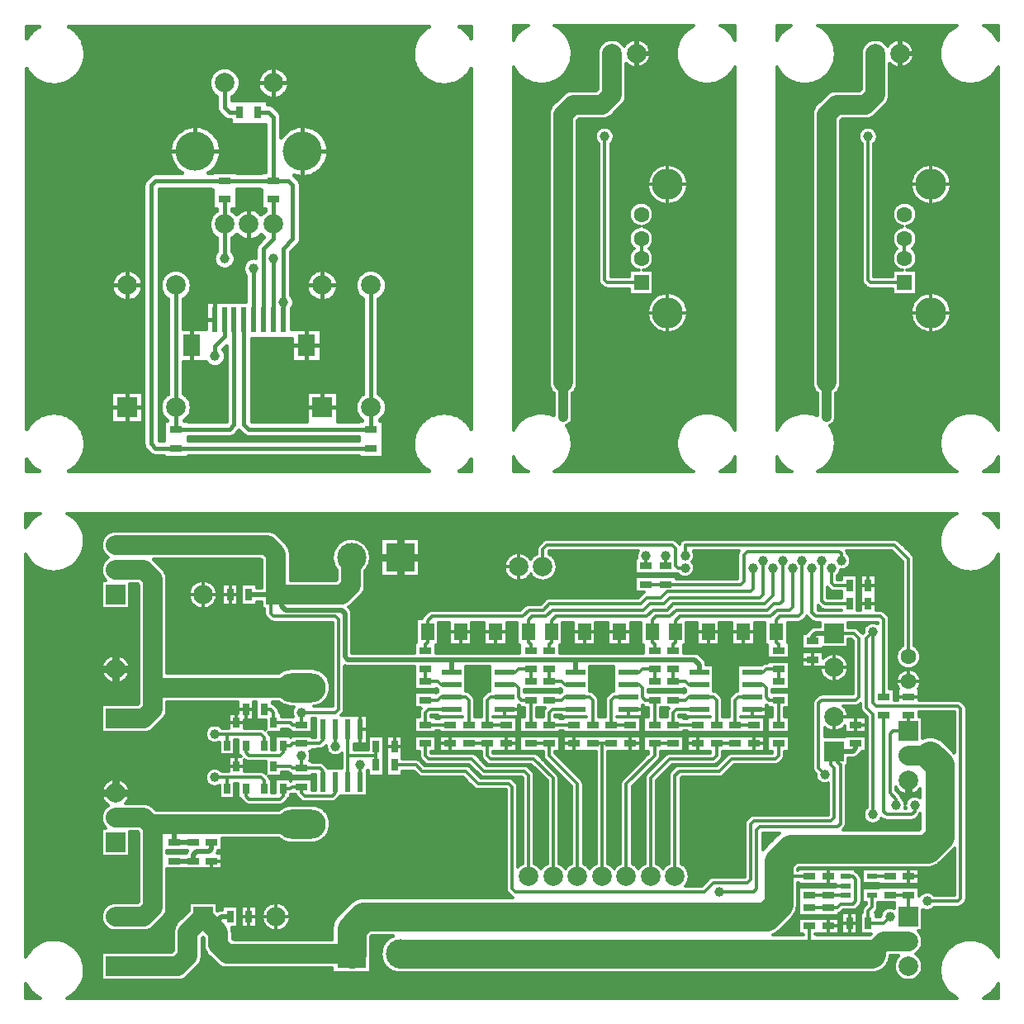
<source format=gbr>
G04 DipTrace 3.2.0.1*
G04 Íèæíèé.gbr*
%MOIN*%
G04 #@! TF.FileFunction,Copper,L2,Bot*
G04 #@! TF.Part,Single*
G04 #@! TA.AperFunction,ViaPad*
%ADD13C,0.03937*%
G04 #@! TA.AperFunction,CopperBalancing*
%ADD14C,0.011811*%
G04 #@! TA.AperFunction,ComponentPad*
%ADD16C,0.07874*%
G04 #@! TA.AperFunction,Conductor*
%ADD17C,0.11811*%
G04 #@! TA.AperFunction,CopperBalancing*
%ADD18C,0.019685*%
%ADD20C,0.029528*%
%ADD21C,0.015748*%
G04 #@! TA.AperFunction,ComponentPad*
%ADD24C,0.15748*%
%ADD26R,0.027559X0.051181*%
G04 #@! TA.AperFunction,ComponentPad*
%ADD27R,0.07874X0.07874*%
%ADD28R,0.051181X0.027559*%
%ADD30R,0.023622X0.07874*%
%ADD31R,0.07874X0.023622*%
%ADD33R,0.043307X0.023622*%
G04 #@! TA.AperFunction,ComponentPad*
%ADD36O,0.19685X0.11811*%
%ADD40C,0.062992*%
%ADD41C,0.07874*%
%ADD42R,0.055118X0.070866*%
%ADD45R,0.025591X0.041339*%
G04 #@! TA.AperFunction,ComponentPad*
%ADD46R,0.11811X0.11811*%
%ADD47C,0.11811*%
%ADD49R,0.070866X0.086614*%
%ADD50R,0.023622X0.102362*%
G04 #@! TA.AperFunction,ComponentPad*
%ADD54R,0.062992X0.062992*%
%ADD55C,0.062992*%
%ADD56C,0.125984*%
%FSLAX26Y26*%
G04*
G70*
G90*
G75*
G01*
G04 Bottom*
%LPD*%
X2508169Y378642D2*
D14*
Y786417D1*
X2525394Y803642D1*
X2687894D1*
X2737894Y853642D1*
X2912894D1*
X2925394Y866142D1*
Y916240D1*
X2750394D2*
X2675394D1*
X2409744Y378642D2*
Y775492D1*
X2487894Y853642D1*
X2662894D1*
X2675394Y866142D1*
Y916240D1*
X2425394D2*
X2475394D1*
X2500394D1*
X2311319Y378642D2*
Y752067D1*
X2425394Y866142D1*
Y916240D1*
X2175394D2*
X2250394D1*
X2212894Y378642D2*
Y916240D1*
X2250394D1*
X1925394D2*
X2000394D1*
Y866142D1*
X2114469Y752067D1*
Y378642D1*
X1750394Y916240D2*
X1675394D1*
X2016043Y378642D2*
Y775492D1*
X1937894Y853642D1*
X1762894D1*
X1750394Y866142D1*
Y916240D1*
X1917618Y378642D2*
Y786417D1*
X1900394Y803642D1*
X1737894D1*
X1687894Y853642D1*
X1512894D1*
X1500394Y866142D1*
Y916240D1*
X602756Y216142D2*
D16*
X541339Y154724D1*
Y57087D1*
X500394Y16142D1*
X250394D1*
X602756Y216142D2*
X664370Y154528D1*
Y102165D1*
X700394Y66142D1*
X1201969D1*
X3450394Y866142D2*
X3537894D1*
D17*
X3575394Y828642D1*
Y541142D1*
X3525394Y491142D1*
X2975394D1*
X2925394Y441142D1*
Y378543D1*
Y266142D1*
X2875394Y216142D1*
X1787894D1*
X1250394D1*
X1201969Y167717D1*
Y66142D1*
X3050394Y378543D2*
D14*
X2925394D1*
X1787894Y178642D2*
Y216142D1*
X712992D2*
D18*
X675394D1*
X637894Y178642D1*
X602756Y213780D1*
Y216142D1*
X1537894Y178543D2*
D14*
X1201969D1*
Y66142D1*
X250394Y716142D2*
D20*
X200394D1*
X250394D2*
Y766142D1*
Y716142D2*
X300394D1*
X1398819Y1666142D2*
Y1744882D1*
Y1666142D2*
X1481102D1*
X1398819D2*
Y1585827D1*
Y1666142D2*
X1318110D1*
X3350394Y1103543D2*
D14*
Y1416142D1*
X3337894Y1428642D1*
X3075394D1*
X3061024Y1443012D1*
Y1624016D1*
X2549213D2*
X2519685D1*
X2509843Y1633858D1*
Y1702756D1*
X2496457Y1716142D1*
X1991732D1*
X1974606Y1699016D1*
Y1628642D1*
X3450394Y1266142D2*
Y1659891D1*
X3394143Y1716142D1*
X2549213D1*
Y1673228D1*
X2391732D2*
Y1631890D1*
X2470472Y1673228D2*
Y1631890D1*
X1137894Y903642D2*
Y971997D1*
X1138042D1*
X3139764Y1624016D2*
Y1564272D1*
X3150394Y1553642D1*
X3212992D1*
X1237894Y828642D2*
Y759399D1*
X1238042D1*
X3100394Y1653543D2*
Y1491142D1*
X3112894Y1478642D1*
X3212992D1*
X2917323Y1366142D2*
Y1324213D1*
X2925394Y1316142D1*
Y1291043D1*
X3021654Y1653543D2*
Y1443651D1*
X3006644Y1428642D1*
X2931644D1*
X2917323Y1414320D1*
Y1366142D1*
X2508465D2*
Y1324213D1*
X2500394Y1316142D1*
Y1291043D1*
X2982283Y1624016D2*
Y1466781D1*
X2969144Y1453642D1*
X2919144D1*
X2894144Y1428642D1*
X2525394D1*
X2508465Y1411713D1*
Y1366142D1*
X2417323D2*
Y1324213D1*
X2425394Y1316142D1*
Y1291043D1*
X2942913Y1653543D2*
Y1489911D1*
X2931644Y1478642D1*
X2906644D1*
X2881644Y1453642D1*
X2512894D1*
X2487894Y1428642D1*
X2431644D1*
X2417323Y1414320D1*
Y1366142D1*
X2008465D2*
Y1324213D1*
X2000394Y1316142D1*
Y1291043D1*
X2903543Y1624016D2*
Y1513041D1*
X2869144Y1478642D1*
X2500394D1*
X2475394Y1453642D1*
X2419144D1*
X2394144Y1428642D1*
X2025394D1*
X2008465Y1411713D1*
Y1366142D1*
X1925394Y1291043D2*
Y1316142D1*
X1917323Y1324213D1*
Y1366142D1*
X2864173Y1653543D2*
Y1517421D1*
X2850394Y1503642D1*
X2487894D1*
X2462894Y1478642D1*
X2406644D1*
X2381644Y1453642D1*
X2012894D1*
X1987894Y1428642D1*
X1931643D1*
X1917323Y1414322D1*
Y1366142D1*
X1500394Y1291043D2*
Y1316142D1*
X1508465Y1324213D1*
Y1366142D1*
X2824803Y1624016D2*
Y1540551D1*
X2812894Y1528642D1*
X2475394D1*
X2450394Y1503642D1*
X2394144D1*
X2369144Y1478642D1*
X2000394D1*
X1975394Y1453642D1*
X1919144D1*
X1894144Y1428642D1*
X1525394D1*
X1508465Y1411713D1*
Y1366142D1*
X700492Y908366D2*
Y953642D1*
X650394D1*
X850492Y908366D2*
Y941043D1*
X837894Y953642D1*
X700492D1*
X1000541Y915798D2*
X1075050D1*
X1088042Y928790D1*
Y971997D1*
X775295Y908366D2*
Y878740D1*
X787894Y866142D1*
X912894D1*
X925295Y878543D1*
Y908366D1*
X955118D1*
X962894Y916142D1*
X1000197D1*
X1000541Y915798D1*
X898031Y1516142D2*
D16*
Y1681004D1*
X862894Y1716142D1*
X250394D1*
X898031Y1516142D2*
X1162894D1*
X1200394Y1553642D1*
Y1664567D1*
X1201969Y1666142D1*
X3287795Y191142D2*
D14*
Y241043D1*
X3303543Y256791D1*
Y303740D1*
X3287795Y191142D2*
X3350394D1*
X3375394Y216142D1*
X3306644Y628642D2*
Y1034891D1*
X3281643Y1059892D1*
Y1341140D1*
X3306644Y1366142D1*
X3525394Y278642D2*
X3650394D1*
X3661417Y289665D1*
Y1055118D1*
X3650394Y1066142D1*
X3319144D1*
X3306644Y1078642D1*
Y1366142D1*
X888041Y823474D2*
X955562D1*
X963436Y815600D1*
X1000541D1*
Y990601D2*
Y1040995D1*
X1000394Y1041142D1*
Y866142D2*
Y815747D1*
X1000541Y815600D1*
X1075936D1*
X1087894Y803642D1*
Y759547D1*
X1088042Y759399D1*
X1000394Y1041142D2*
X1137894D1*
X1150394Y1053642D1*
Y1416142D1*
X1137894Y1428642D1*
X887894D1*
X875394Y1441142D1*
Y1516142D1*
X898031D1*
X787795D2*
D18*
X898031D1*
X887894Y998917D2*
D14*
X955118D1*
X962894Y991142D1*
X1000000D1*
X1000541Y990601D1*
X2606594Y1203642D2*
D18*
Y1234941D1*
X2587894Y1253642D1*
X2106594D1*
X1606594D1*
X1187894D1*
X1175394Y1266142D1*
Y1441142D1*
X1162894Y1453642D1*
X937894D1*
X921260Y1470276D1*
Y1492913D1*
X898031Y1516142D1*
X2106594Y1203642D2*
Y1253642D1*
X1606594Y1203642D2*
Y1253642D1*
X887894Y998917D2*
D14*
Y1041142D1*
X875394Y1053642D1*
X850295D1*
X3450394Y116142D2*
D16*
X3350394D1*
X3300394Y66142D1*
D17*
X3050394D1*
X1750394D1*
X1398819D1*
X3050394Y178740D2*
D14*
Y66142D1*
X1750394Y53642D2*
Y66142D1*
X1398819D2*
X1500295D1*
X1537894Y103740D1*
X250394Y1016142D2*
D16*
X362894D1*
X400394Y1053642D1*
Y1578642D1*
X362894Y1616142D1*
X250394D1*
X1000394Y1141732D2*
X400394D1*
Y1053642D1*
X850639Y732923D2*
D14*
Y765896D1*
X837894Y778642D1*
X700640D1*
Y732923D1*
X650394Y778642D2*
X700640D1*
X1138042Y759399D2*
Y716290D1*
X1125394Y703642D1*
X1012894D1*
X1000541Y715995D1*
Y740797D1*
X925442Y732923D2*
X954675D1*
X962549Y740797D1*
X1000541D1*
X775444Y732923D2*
Y703592D1*
X787894Y691142D1*
X912894D1*
X925442Y703690D1*
Y732923D1*
X2925394Y1091240D2*
X2887795D1*
X2875394Y1103642D1*
Y1141142D1*
X2862894Y1153642D1*
X2819193D1*
X2925394Y991043D2*
Y1091240D1*
X1188042Y971997D2*
Y865339D1*
Y759399D1*
X1300492Y903642D2*
Y865339D1*
Y828642D1*
Y865339D2*
X1188042D1*
X3237894Y916240D2*
D18*
Y897391D1*
X3225247Y884744D1*
X3150394D1*
X3179134Y1653543D2*
D14*
Y1683071D1*
X3171063Y1691142D1*
X2800394D1*
X2785433Y1676181D1*
Y1569930D1*
X2772589Y1557087D1*
X2470472D1*
X2391732D2*
X2470472D1*
X2687894Y316142D2*
X2825394D1*
X2837894Y328642D1*
Y566142D1*
X2850394Y578642D1*
X3162894D1*
X3175394Y591142D1*
Y828642D1*
X3162894Y841142D1*
Y884744D1*
X3150394D1*
X1375295Y828642D2*
X1462894D1*
X1487894Y803642D1*
X1662894D1*
X1712894Y753642D1*
X1837894D1*
X1850394Y741142D1*
Y328642D1*
X1862894Y316142D1*
X2625394D1*
X2662894Y353642D1*
X2800394D1*
X2812894Y366142D1*
Y591142D1*
X2825394Y603642D1*
X3137894D1*
X3150394Y616142D1*
Y816142D1*
X3137894Y828642D1*
Y884744D1*
X3150394D1*
Y1360039D2*
D18*
X3075542D1*
X3062894Y1347391D1*
Y1328543D1*
X3150394Y1360039D2*
D14*
X3231496D1*
X3250394Y1341142D1*
Y1103642D1*
X3237894Y1091142D1*
X3100394D1*
X3087894Y1078642D1*
Y816142D1*
X3112894Y791142D1*
X562894Y441240D2*
D18*
X487894D1*
X562894D2*
Y466142D1*
X575394Y478642D1*
X625394D1*
X637894Y491142D1*
Y516043D1*
X3450394Y966142D2*
D14*
Y1028740D1*
X3400394Y666142D2*
Y691142D1*
X3375394Y716142D1*
Y953642D1*
X3387894Y966142D1*
X3450394D1*
X1000394Y590551D2*
D16*
X487894D1*
X400394D1*
Y253642D1*
X362894Y216142D1*
X250394D1*
Y616142D2*
X362894D1*
X388484Y590551D1*
X400394D1*
X562894Y516043D2*
D18*
X487894D1*
Y590551D1*
X3350394Y1028740D2*
D14*
Y641142D1*
X3362894Y628642D1*
X3462894D1*
X3475394Y641142D1*
Y666142D1*
X2819193Y1103642D2*
X2762894D1*
X2750394Y1091142D1*
Y991043D1*
X2825394D1*
X2500394D2*
X2600394D1*
X2606594Y1053642D2*
X2512894D1*
X2500394Y1041142D1*
Y991043D1*
X2425394Y1091240D2*
X2387795D1*
X2375394Y1103642D1*
Y1141142D1*
X2362894Y1153642D1*
X2319193D1*
X2425394Y991043D2*
Y1091240D1*
X2319193Y1103642D2*
X2262894D1*
X2250394Y1091142D1*
Y991043D1*
X2325394D2*
X2250394D1*
X2100394D2*
X2000394D1*
X2106594Y1053642D2*
X2012894D1*
X2000394Y1041142D1*
Y991043D1*
X1750394D2*
X1825394D1*
X1750394D2*
Y1091142D1*
X1762894Y1103642D1*
X1819193D1*
X3375394Y303740D2*
X3450394D1*
Y216142D1*
X2319193Y1203642D2*
X2362894D1*
X2375394Y1216142D1*
X2425295D1*
X2425394Y1216240D1*
Y1166043D2*
Y1216240D1*
X2106594Y1103642D2*
X2162894D1*
X2175394Y1091142D1*
Y991043D1*
X2106594Y1103642D2*
X2062894D1*
X2050394Y1091142D1*
X2000492D1*
X2000394Y1091240D1*
X2106594Y1153642D2*
X2062894D1*
X2050394Y1166142D1*
X2000492D1*
X2000394Y1166043D1*
Y1216240D2*
Y1166043D1*
X1819193Y1153642D2*
X1862894D1*
X1875394Y1141142D1*
Y1103642D1*
X1887894Y1091142D1*
X1925295D1*
X1925394Y1091240D1*
Y991043D2*
Y1091240D1*
X1819193Y1203642D2*
X1862894D1*
X1875394Y1216142D1*
X1925295D1*
X1925394Y1216240D1*
Y1166043D2*
Y1216240D1*
X1606594Y1103642D2*
X1662894D1*
X1675394Y1091142D1*
Y991043D1*
X1606594Y1103642D2*
X1562894D1*
X1550394Y1091142D1*
X1500492D1*
X1500394Y1091240D1*
X1606594Y1053642D2*
X1512894D1*
X1500394Y1041142D1*
Y991043D1*
X1600394D2*
X1500394D1*
Y1216240D2*
Y1166043D1*
X1606594Y1153642D2*
X1562894D1*
X1550394Y1166142D1*
X1500492D1*
X1500394Y1166043D1*
X3125394Y303740D2*
X3150394D1*
X3197244D1*
X3050394D2*
X3125394D1*
X3197244Y378543D2*
X3225492D1*
X3237894Y366142D1*
Y278642D1*
X3225394Y266142D1*
X3175394D1*
X3162795Y253543D1*
X3125394D1*
X3050394D1*
X3375394Y378543D2*
X3303543D1*
X2819193Y1203642D2*
X2862894D1*
X2875394Y1216142D1*
X2925295D1*
X2925394Y1216240D1*
Y1166043D1*
X2606594Y1103642D2*
X2662894D1*
X2675394Y1091142D1*
Y991043D1*
X2500394Y1091240D2*
X2550492D1*
X2562894Y1103642D1*
X2606594D1*
Y1153642D2*
X2562894D1*
X2550492Y1166043D1*
X2500394D1*
Y1216240D2*
Y1166043D1*
X688976Y2625984D2*
D21*
Y2559055D1*
X649606Y2519685D1*
Y2480315D1*
X767717Y2625984D2*
Y2204724D1*
X787402Y2185039D1*
X1279528D1*
Y2273622D1*
Y2183071D1*
Y2765748D2*
Y2273622D1*
X728346Y2625984D2*
Y2204724D1*
X708661Y2185039D1*
X492126D1*
Y2273622D1*
Y2183071D2*
Y2273622D1*
Y2765748D2*
Y2273622D1*
X688976Y3011811D2*
Y3112205D1*
X885827Y2625984D2*
Y2874016D1*
X688976Y3011811D2*
Y2874016D1*
X885827Y3011811D2*
Y3112205D1*
Y3011811D2*
Y2952756D1*
X846457Y2913386D1*
Y2625984D1*
X688976Y3582677D2*
Y3484252D1*
X708661Y3464567D1*
X750000D1*
X807087Y2625984D2*
Y2834646D1*
X925197Y2625984D2*
Y2913386D1*
X964567Y2952756D1*
Y3169291D1*
X946850Y3187008D1*
X885827D1*
X688976D1*
X885827D2*
Y3444882D1*
X866142Y3464567D1*
X824803D1*
X492126Y2108268D2*
X1279528D1*
X925197Y2625984D2*
Y2696850D1*
X492126Y2108268D2*
X411417D1*
X393701Y2125984D1*
Y3169291D1*
X411417Y3187008D1*
X688976D1*
X3316929Y3700787D2*
D16*
Y3533465D1*
X3277559Y3494094D1*
X3159449D1*
X3120079Y3454724D1*
Y2372047D1*
D13*
Y2312992D1*
Y2273622D1*
Y2234252D1*
X3435039Y2874016D2*
D14*
Y2952756D1*
X3287402Y3366142D2*
Y2785433D1*
X3297244Y2775591D1*
X3435039D1*
X2253937Y3700787D2*
D16*
Y3533465D1*
X2214567Y3494094D1*
X2096457D1*
X2057087Y3454724D1*
Y2372047D1*
D13*
Y2312992D1*
Y2273622D1*
Y2234252D1*
X2372047Y2874016D2*
D14*
Y2952756D1*
X2224409Y3366142D2*
Y2785433D1*
X2234252Y2775591D1*
X2372047D1*
D13*
X3112894Y791142D3*
D3*
X807087Y2834646D3*
X3306644Y1366142D3*
X2687894Y316142D3*
X3061024Y1624016D3*
X2824803D3*
X2864173Y1653543D3*
X2903543Y1624016D3*
X2942913Y1653543D3*
X2982283Y1624016D3*
X3021654Y1653543D3*
X1137894Y903642D3*
X1237894Y828642D3*
X3100394Y1653543D3*
X3139764Y1624016D3*
X2549213D3*
X3375394Y216142D3*
X1787894Y178642D3*
X1750394Y53642D3*
X2712894Y1316142D3*
X2549213Y1673228D3*
X2391732D3*
X2212894Y1316142D3*
X1712894D3*
X3306644Y628642D3*
X3400394Y666142D3*
X3475394D3*
X3525394Y278642D3*
X3612894Y366142D3*
Y403642D3*
Y328642D3*
X2470472Y1673228D3*
X2165354Y1525591D3*
X2116142D3*
X3179134Y1653543D3*
X2987894Y1216142D3*
Y1103642D3*
X2263780Y1525591D3*
X2214567D3*
X1000394Y1041142D3*
Y866142D3*
X650394Y778642D3*
Y953642D3*
X688976Y2874016D3*
X1287894Y1303642D3*
X1337894D3*
X1387894D3*
X1437894D3*
X1287894Y978642D3*
X1337894D3*
X1387894D3*
X1437894D3*
X1287894Y753642D3*
X1337894D3*
X1387894D3*
X1437894D3*
X3700787Y1584646D3*
X3553150Y1732283D3*
X3592520Y1624016D3*
X3700787Y147638D3*
X3553150Y0D3*
X3592520Y108268D3*
X147638Y0D3*
X0Y147638D3*
X108268Y108268D3*
X0Y1584646D3*
X108268Y1624016D3*
X147638Y1732283D3*
X0Y866142D3*
Y767717D3*
Y669291D3*
Y570866D3*
Y472441D3*
Y374016D3*
Y275591D3*
Y1456693D3*
Y1358268D3*
Y1259843D3*
Y1161417D3*
Y1062992D3*
Y964567D3*
X3700787Y866142D3*
Y767717D3*
Y669291D3*
Y570866D3*
Y472441D3*
Y374016D3*
Y275591D3*
Y1456693D3*
Y1358268D3*
Y1259843D3*
Y1161417D3*
Y1062992D3*
Y964567D3*
X2987894Y1028642D3*
X885827Y2874016D3*
X925197Y2696850D3*
X649606Y2480315D3*
X3287402Y3366142D3*
X3120079Y2312992D3*
Y2273622D3*
Y2234252D3*
X2942913Y2312992D3*
Y2273622D3*
Y2234252D3*
X3789370Y2312992D3*
Y2273622D3*
Y2234252D3*
X2942913Y3592520D3*
Y3553150D3*
Y3513780D3*
X3789370Y3592520D3*
Y3553150D3*
Y3513780D3*
X2224409Y3366142D3*
X2057087Y2312992D3*
Y2273622D3*
Y2234252D3*
X1879921Y2312992D3*
Y2273622D3*
Y2234252D3*
X2726378Y2312992D3*
Y2273622D3*
Y2234252D3*
X1879921Y3592520D3*
Y3553150D3*
Y3513780D3*
X2726378Y3592520D3*
Y3553150D3*
Y3513780D3*
X-111012Y1832808D2*
D14*
X-74043D1*
X74043D2*
X3626752D1*
X3774815D2*
X3811807D1*
X-111012Y1821129D2*
X-87883D1*
X87883D2*
X3612888D1*
X3788678D2*
X3811807D1*
X-111012Y1809449D2*
X-98427D1*
X98427D2*
X3602346D1*
X3799220D2*
X3811807D1*
X-111012Y1797769D2*
X-106668D1*
X106661D2*
X3594134D1*
X3807433D2*
X3811824D1*
X113051Y1786089D2*
X3587720D1*
X117965Y1774409D2*
X3582831D1*
X121541Y1762730D2*
X215420D1*
X897885D2*
X3579255D1*
X123894Y1751050D2*
X203448D1*
X910572D2*
X3576878D1*
X125115Y1739370D2*
X196550D1*
X922245D2*
X1176196D1*
X1227740D2*
X1320396D1*
X1477248D2*
X1984143D1*
X2504046D2*
X2541638D1*
X3401730D2*
X3575656D1*
X125255Y1727690D2*
X192812D1*
X933917D2*
X1154119D1*
X1249816D2*
X1320396D1*
X1477248D2*
X1968018D1*
X2520171D2*
X2526874D1*
X3417854D2*
X3575541D1*
X124262Y1716010D2*
X191659D1*
X944898D2*
X1141801D1*
X1262135D2*
X1320396D1*
X1477248D2*
X1956346D1*
X3429526D2*
X3576533D1*
X122140Y1704331D2*
X192882D1*
X951841D2*
X1133634D1*
X1270301D2*
X1320396D1*
X1477248D2*
X1949933D1*
X3441199D2*
X3578655D1*
X118841Y1692651D2*
X196665D1*
X955579D2*
X1128236D1*
X1275699D2*
X1320396D1*
X1477248D2*
X1949333D1*
X3452895D2*
X3581954D1*
X114228Y1680971D2*
X203655D1*
X956778D2*
X1124984D1*
X1278951D2*
X1320396D1*
X1477248D2*
X1851039D1*
X1901337D2*
X1949333D1*
X1999886D2*
X2353469D1*
X2587461D2*
X2760650D1*
X3206432D2*
X3394062D1*
X3464568D2*
X3586567D1*
X108161Y1669291D2*
X215765D1*
X956778D2*
X1123600D1*
X1280336D2*
X1320396D1*
X1477248D2*
X1834245D1*
X1918108D2*
X1932678D1*
X2016541D2*
X2352892D1*
X2588060D2*
X2760165D1*
X3214760D2*
X3405734D1*
X3473749D2*
X3592634D1*
X-111012Y1657612D2*
X-100364D1*
X100364D2*
X209307D1*
X403990D2*
X838844D1*
X956778D2*
X1124014D1*
X1279920D2*
X1320396D1*
X1477248D2*
X1825272D1*
X2025514D2*
X2346780D1*
X2584900D2*
X2760165D1*
X3217966D2*
X3417407D1*
X3475664D2*
X3600432D1*
X3801159D2*
X3811807D1*
X-111012Y1645932D2*
X-90375D1*
X90375D2*
X199963D1*
X415686D2*
X839282D1*
X956778D2*
X1126230D1*
X1277706D2*
X1320396D1*
X1477248D2*
X1820104D1*
X2030681D2*
X2346780D1*
X2581278D2*
X2760165D1*
X3217413D2*
X3425112D1*
X3475664D2*
X3610420D1*
X3791171D2*
X3811807D1*
X-111012Y1634252D2*
X-77365D1*
X77365D2*
X194566D1*
X427358D2*
X839282D1*
X956778D2*
X1130428D1*
X1273508D2*
X1320396D1*
X1477248D2*
X1817705D1*
X2033081D2*
X2346780D1*
X2586861D2*
X2760165D1*
X3212915D2*
X3425112D1*
X3475664D2*
X3623430D1*
X3778136D2*
X3811807D1*
X-111012Y1622572D2*
X-59280D1*
X59280D2*
X192005D1*
X439054D2*
X839282D1*
X956778D2*
X1137003D1*
X1266933D2*
X1320396D1*
X1477248D2*
X1817751D1*
X2033034D2*
X2346780D1*
X2588245D2*
X2760165D1*
X3202118D2*
X3425112D1*
X3475664D2*
X3641493D1*
X3760073D2*
X3811807D1*
X-111012Y1610892D2*
X-27190D1*
X27190D2*
X191890D1*
X449251D2*
X839282D1*
X956778D2*
X1141663D1*
X1259136D2*
X1320396D1*
X1477248D2*
X1820243D1*
X2030543D2*
X2346780D1*
X2585915D2*
X2760165D1*
X3176466D2*
X3425112D1*
X3475664D2*
X3673605D1*
X3727986D2*
X3811807D1*
X-111012Y1599213D2*
X194197D1*
X455340D2*
X839282D1*
X956778D2*
X1141663D1*
X1259136D2*
X1320396D1*
X1477248D2*
X1825525D1*
X2025261D2*
X2519400D1*
X2579018D2*
X2760165D1*
X3169570D2*
X3425112D1*
X3475664D2*
X3811807D1*
X-111012Y1587533D2*
X199272D1*
X458454D2*
X839282D1*
X956778D2*
X1141663D1*
X1259136D2*
X1834706D1*
X1917647D2*
X1933139D1*
X2016080D2*
X2346780D1*
X2515441D2*
X2537854D1*
X2560563D2*
X2760165D1*
X3165047D2*
X3179848D1*
X3246133D2*
X3254636D1*
X3320944D2*
X3425112D1*
X3475664D2*
X3811807D1*
X-111012Y1575853D2*
X208108D1*
X459123D2*
X839282D1*
X956778D2*
X1140025D1*
X1259136D2*
X1852054D1*
X1900299D2*
X1950487D1*
X1998732D2*
X2346780D1*
X3246133D2*
X3254636D1*
X3320944D2*
X3425112D1*
X3475664D2*
X3811807D1*
X-111012Y1564173D2*
X191659D1*
X459123D2*
X569866D1*
X635667D2*
X839282D1*
X1259136D2*
X2346780D1*
X3246133D2*
X3254636D1*
X3320944D2*
X3425112D1*
X3475664D2*
X3811807D1*
X-111012Y1552493D2*
X191659D1*
X309133D2*
X341650D1*
X459123D2*
X556948D1*
X648562D2*
X679833D1*
X746140D2*
X754660D1*
X820951D2*
X839282D1*
X1259113D2*
X2346780D1*
X3246133D2*
X3254636D1*
X3320944D2*
X3425112D1*
X3475664D2*
X3811807D1*
X-111012Y1540814D2*
X191659D1*
X309133D2*
X341650D1*
X459123D2*
X549566D1*
X655944D2*
X679833D1*
X746140D2*
X754660D1*
X1257682D2*
X2346780D1*
X3246133D2*
X3254636D1*
X3320944D2*
X3425112D1*
X3475664D2*
X3811807D1*
X-111012Y1529134D2*
X191659D1*
X309133D2*
X341650D1*
X459123D2*
X545505D1*
X660003D2*
X679833D1*
X746140D2*
X754660D1*
X1253646D2*
X2346780D1*
X3125669D2*
X3179848D1*
X3246133D2*
X3254636D1*
X3320944D2*
X3425112D1*
X3475664D2*
X3811807D1*
X-111012Y1517454D2*
X191659D1*
X309133D2*
X341650D1*
X459123D2*
X544029D1*
X661479D2*
X679833D1*
X746140D2*
X754660D1*
X1246333D2*
X2372707D1*
X3125669D2*
X3179848D1*
X3246133D2*
X3254636D1*
X3320944D2*
X3425112D1*
X3475664D2*
X3811807D1*
X-111012Y1505774D2*
X191659D1*
X309133D2*
X341650D1*
X459123D2*
X544951D1*
X660556D2*
X679833D1*
X746140D2*
X754660D1*
X1235098D2*
X2361012D1*
X3125669D2*
X3179848D1*
X3246133D2*
X3254636D1*
X3320944D2*
X3425112D1*
X3475664D2*
X3811807D1*
X-111012Y1494094D2*
X191659D1*
X309133D2*
X341650D1*
X459123D2*
X548412D1*
X657097D2*
X679833D1*
X746140D2*
X754660D1*
X1223427D2*
X1980591D1*
X3246133D2*
X3254636D1*
X3320944D2*
X3425112D1*
X3475664D2*
X3811807D1*
X-111012Y1482415D2*
X191659D1*
X309133D2*
X341650D1*
X459123D2*
X554941D1*
X650568D2*
X679833D1*
X746140D2*
X754660D1*
X820951D2*
X839282D1*
X1211753D2*
X1968919D1*
X3246133D2*
X3254636D1*
X3320944D2*
X3425112D1*
X3475664D2*
X3811807D1*
X-111012Y1470735D2*
X191659D1*
X309133D2*
X341650D1*
X459123D2*
X566198D1*
X639311D2*
X839282D1*
X1199458D2*
X1900982D1*
X3246133D2*
X3254636D1*
X3320944D2*
X3425112D1*
X3475664D2*
X3811807D1*
X-111012Y1459055D2*
X191659D1*
X309133D2*
X341650D1*
X459123D2*
X594226D1*
X611306D2*
X839282D1*
X1198143D2*
X1889310D1*
X3086291D2*
X3097678D1*
X3246133D2*
X3254636D1*
X3320944D2*
X3425112D1*
X3475664D2*
X3811807D1*
X-111012Y1447375D2*
X341650D1*
X459123D2*
X850123D1*
X1203909D2*
X1509050D1*
X3354231D2*
X3425112D1*
X3475664D2*
X3811807D1*
X-111012Y1435696D2*
X341650D1*
X459123D2*
X850747D1*
X1204602D2*
X1497193D1*
X3366089D2*
X3425112D1*
X3475664D2*
X3811807D1*
X-111012Y1424016D2*
X341650D1*
X459123D2*
X857276D1*
X1204602D2*
X1486558D1*
X3037272D2*
X3044778D1*
X3374348D2*
X3425112D1*
X3475664D2*
X3811807D1*
X-111012Y1412336D2*
X341650D1*
X459123D2*
X868948D1*
X1204602D2*
X1461529D1*
X3025598D2*
X3056432D1*
X3375661D2*
X3425112D1*
X3475664D2*
X3811807D1*
X-111012Y1400656D2*
X341650D1*
X459123D2*
X1125122D1*
X1204602D2*
X1461529D1*
X1555403D2*
X1595395D1*
X1689247D2*
X1736528D1*
X1830402D2*
X1870394D1*
X2055388D2*
X2095403D1*
X2189255D2*
X2236535D1*
X2330386D2*
X2370402D1*
X2555396D2*
X2595387D1*
X2689261D2*
X2736543D1*
X2830394D2*
X2870386D1*
X2964260D2*
X3091657D1*
X3209131D2*
X3289861D1*
X3375661D2*
X3425112D1*
X3475664D2*
X3811807D1*
X-111012Y1388976D2*
X341650D1*
X459123D2*
X1125122D1*
X1204602D2*
X1461529D1*
X1555403D2*
X1595395D1*
X1689247D2*
X1736528D1*
X1830402D2*
X1870394D1*
X2055388D2*
X2095403D1*
X2189255D2*
X2236535D1*
X2330386D2*
X2370402D1*
X2555396D2*
X2595387D1*
X2689261D2*
X2736543D1*
X2830394D2*
X2870386D1*
X2964260D2*
X3091657D1*
X3209131D2*
X3275236D1*
X3375661D2*
X3425112D1*
X3475664D2*
X3811807D1*
X-111012Y1377297D2*
X341650D1*
X459123D2*
X1125122D1*
X1204602D2*
X1461529D1*
X1555403D2*
X1595395D1*
X1689247D2*
X1736528D1*
X1830402D2*
X1870394D1*
X2055388D2*
X2095403D1*
X2189255D2*
X2236535D1*
X2330386D2*
X2370402D1*
X2555396D2*
X2595387D1*
X2689261D2*
X2736543D1*
X2830394D2*
X2870386D1*
X2964260D2*
X3051980D1*
X3249501D2*
X3269261D1*
X3375661D2*
X3425112D1*
X3475664D2*
X3811807D1*
X-111012Y1365617D2*
X341650D1*
X459123D2*
X1125122D1*
X1204602D2*
X1461529D1*
X1555403D2*
X1595395D1*
X1689247D2*
X1736528D1*
X1830402D2*
X1870394D1*
X2055388D2*
X2095403D1*
X2189255D2*
X2236535D1*
X2330386D2*
X2370402D1*
X2555396D2*
X2595387D1*
X2689261D2*
X2736543D1*
X2830394D2*
X2870386D1*
X2964260D2*
X3040423D1*
X3261173D2*
X3267580D1*
X3375661D2*
X3425112D1*
X3475664D2*
X3811807D1*
X-111012Y1353937D2*
X341650D1*
X459123D2*
X1125122D1*
X1204602D2*
X1461529D1*
X1555403D2*
X1595395D1*
X1689247D2*
X1736528D1*
X1830402D2*
X1870394D1*
X2055388D2*
X2095403D1*
X2189255D2*
X2236535D1*
X2330386D2*
X2370402D1*
X2555396D2*
X2595387D1*
X2689261D2*
X2736543D1*
X2830394D2*
X2870386D1*
X2964260D2*
X3017930D1*
X3375661D2*
X3425112D1*
X3475664D2*
X3811807D1*
X-111012Y1342257D2*
X341650D1*
X459123D2*
X1125122D1*
X1204602D2*
X1461529D1*
X1555403D2*
X1595395D1*
X1689247D2*
X1736528D1*
X1830402D2*
X1870394D1*
X2055388D2*
X2095403D1*
X2189255D2*
X2236535D1*
X2330386D2*
X2370402D1*
X2555396D2*
X2595387D1*
X2689261D2*
X2736543D1*
X2830394D2*
X2870386D1*
X2964260D2*
X3017930D1*
X3375661D2*
X3425112D1*
X3475664D2*
X3811807D1*
X-111012Y1330577D2*
X341650D1*
X459123D2*
X1125122D1*
X1204602D2*
X1461529D1*
X1555403D2*
X1595395D1*
X1689247D2*
X1736528D1*
X1830402D2*
X1870394D1*
X2055388D2*
X2095403D1*
X2189255D2*
X2236535D1*
X2330386D2*
X2370402D1*
X2555396D2*
X2595387D1*
X2689261D2*
X2736543D1*
X2830394D2*
X2870386D1*
X2964260D2*
X3017930D1*
X3209131D2*
X3225109D1*
X3375661D2*
X3425112D1*
X3475664D2*
X3811807D1*
X-111012Y1318898D2*
X341650D1*
X459123D2*
X1125122D1*
X1204602D2*
X1455438D1*
X1555403D2*
X1595395D1*
X1689247D2*
X1736528D1*
X1830402D2*
X1870394D1*
X2055388D2*
X2095403D1*
X2189255D2*
X2236535D1*
X2330386D2*
X2370402D1*
X2555396D2*
X2595387D1*
X2689261D2*
X2736543D1*
X2830394D2*
X2870386D1*
X2970350D2*
X3017930D1*
X3209131D2*
X3225109D1*
X3375661D2*
X3425112D1*
X3475664D2*
X3811807D1*
X-111012Y1307218D2*
X341650D1*
X459123D2*
X1125122D1*
X1204602D2*
X1455438D1*
X1545345D2*
X1880428D1*
X2045353D2*
X2380436D1*
X2545361D2*
X2880444D1*
X2970350D2*
X3017930D1*
X3209131D2*
X3225109D1*
X3375661D2*
X3421259D1*
X3479516D2*
X3811807D1*
X-111012Y1295538D2*
X341650D1*
X459123D2*
X1125122D1*
X1204602D2*
X1455438D1*
X1545345D2*
X1880428D1*
X2045353D2*
X2380436D1*
X2545361D2*
X2880444D1*
X2970350D2*
X3225109D1*
X3375661D2*
X3409148D1*
X3491627D2*
X3811807D1*
X-111012Y1283858D2*
X341650D1*
X459123D2*
X1125122D1*
X1204602D2*
X1455438D1*
X1545345D2*
X1880428D1*
X2045353D2*
X2380436D1*
X2545361D2*
X2880444D1*
X2970350D2*
X3017930D1*
X3107861D2*
X3225109D1*
X3375661D2*
X3402804D1*
X3497993D2*
X3811807D1*
X-111012Y1272178D2*
X236066D1*
X264726D2*
X341650D1*
X459123D2*
X1125122D1*
X2610184D2*
X2880444D1*
X2970350D2*
X3017930D1*
X3107861D2*
X3120585D1*
X3180203D2*
X3225109D1*
X3375661D2*
X3399898D1*
X3500900D2*
X3811807D1*
X-111012Y1260499D2*
X212537D1*
X288256D2*
X341650D1*
X459123D2*
X1125122D1*
X2621856D2*
X2880444D1*
X2970350D2*
X3017930D1*
X3194575D2*
X3225109D1*
X3375661D2*
X3399852D1*
X3500946D2*
X3811807D1*
X-111012Y1248819D2*
X201832D1*
X298959D2*
X341650D1*
X459123D2*
X1125122D1*
X2632121D2*
X3017930D1*
X3202626D2*
X3225109D1*
X3375661D2*
X3402643D1*
X3498133D2*
X3811807D1*
X-111012Y1237139D2*
X195627D1*
X305165D2*
X341650D1*
X459123D2*
X1125122D1*
X2635720D2*
X2862404D1*
X2970350D2*
X3017930D1*
X3207171D2*
X3225109D1*
X3375661D2*
X3408871D1*
X3491927D2*
X3811807D1*
X-111012Y1225459D2*
X192420D1*
X308371D2*
X341650D1*
X459123D2*
X1125122D1*
X1175675D2*
X1455438D1*
X1665324D2*
X1760449D1*
X2165332D2*
X2260457D1*
X2665340D2*
X2760441D1*
X2970350D2*
X3017930D1*
X3209039D2*
X3225109D1*
X3375661D2*
X3420682D1*
X3480093D2*
X3811807D1*
X-111012Y1213780D2*
X191705D1*
X309087D2*
X341650D1*
X459123D2*
X931993D1*
X1068798D2*
X1125122D1*
X1175675D2*
X1455438D1*
X1665324D2*
X1760449D1*
X2165332D2*
X2260457D1*
X2665340D2*
X2760441D1*
X2970350D2*
X3092281D1*
X3208508D2*
X3225109D1*
X3375661D2*
X3435100D1*
X3465698D2*
X3811807D1*
X-111012Y1202100D2*
X193390D1*
X307403D2*
X341650D1*
X459123D2*
X911647D1*
X1089144D2*
X1125122D1*
X1175675D2*
X1455438D1*
X1665324D2*
X1760449D1*
X2165332D2*
X2260457D1*
X2665340D2*
X2760441D1*
X2970350D2*
X3095303D1*
X3205487D2*
X3225109D1*
X3375661D2*
X3414915D1*
X3485860D2*
X3811807D1*
X-111012Y1190420D2*
X197726D1*
X303066D2*
X341650D1*
X1100909D2*
X1125122D1*
X1175675D2*
X1455438D1*
X1665324D2*
X1760449D1*
X2165332D2*
X2260457D1*
X2665340D2*
X2760441D1*
X2970350D2*
X3101255D1*
X3199535D2*
X3225109D1*
X3375661D2*
X3405873D1*
X3494925D2*
X3811807D1*
X-111012Y1178740D2*
X205454D1*
X295315D2*
X341650D1*
X1108753D2*
X1125122D1*
X1175675D2*
X1455438D1*
X1665324D2*
X1760449D1*
X2165332D2*
X2260457D1*
X2665340D2*
X2760441D1*
X2970350D2*
X3111520D1*
X3189269D2*
X3225109D1*
X3375661D2*
X3401143D1*
X3499631D2*
X3811807D1*
X-111012Y1167060D2*
X219134D1*
X281635D2*
X341650D1*
X1113920D2*
X1125122D1*
X1175675D2*
X1455438D1*
X1665324D2*
X1760449D1*
X2165332D2*
X2260457D1*
X2665340D2*
X2760441D1*
X2970350D2*
X3132858D1*
X3167930D2*
X3225109D1*
X3375661D2*
X3399529D1*
X3501247D2*
X3811807D1*
X-111012Y1155381D2*
X341650D1*
X1116966D2*
X1125122D1*
X1175675D2*
X1455438D1*
X1665324D2*
X1760449D1*
X2165332D2*
X2260457D1*
X2665340D2*
X2760441D1*
X2970350D2*
X3225109D1*
X3375661D2*
X3400705D1*
X3500070D2*
X3811807D1*
X-111012Y1143701D2*
X341650D1*
X1118165D2*
X1125122D1*
X1175675D2*
X1455438D1*
X1665324D2*
X1760449D1*
X2165332D2*
X2260457D1*
X2665340D2*
X2760441D1*
X2970350D2*
X3225109D1*
X3375661D2*
X3404881D1*
X3495895D2*
X3811807D1*
X-111012Y1132021D2*
X341650D1*
X1117566D2*
X1125122D1*
X1175675D2*
X1547850D1*
X1665324D2*
X1760449D1*
X1900668D2*
X2047858D1*
X2165332D2*
X2260457D1*
X2400676D2*
X2547843D1*
X2665340D2*
X2760441D1*
X2900660D2*
X3225109D1*
X3395362D2*
X3405434D1*
X3495364D2*
X3811807D1*
X-111012Y1120341D2*
X341650D1*
X1115165D2*
X1125122D1*
X1175675D2*
X1455438D1*
X1681449D2*
X1744348D1*
X2181457D2*
X2244332D1*
X2681441D2*
X2744340D1*
X2970350D2*
X3225109D1*
X3395362D2*
X3405434D1*
X3495364D2*
X3811807D1*
X-111012Y1108661D2*
X341650D1*
X1110760D2*
X1125122D1*
X1175675D2*
X1455438D1*
X1693122D2*
X1732652D1*
X2193130D2*
X2232660D1*
X2693138D2*
X2732667D1*
X2970350D2*
X3082661D1*
X3395362D2*
X3405434D1*
X3495364D2*
X3811807D1*
X-111012Y1096982D2*
X341650D1*
X1103908D2*
X1125122D1*
X1175675D2*
X1455438D1*
X1699950D2*
X1725846D1*
X2199958D2*
X2225831D1*
X2699942D2*
X2725839D1*
X2970350D2*
X3070988D1*
X3395362D2*
X3405434D1*
X3495364D2*
X3811807D1*
X-111012Y1085302D2*
X341650D1*
X1093689D2*
X1125122D1*
X1175675D2*
X1455438D1*
X1700665D2*
X1725109D1*
X2200673D2*
X2225115D1*
X2700681D2*
X2725123D1*
X2970350D2*
X3063560D1*
X3666185D2*
X3811807D1*
X-111012Y1073622D2*
X191659D1*
X459123D2*
X742348D1*
X808633D2*
X817136D1*
X890042D2*
X923412D1*
X1077379D2*
X1125122D1*
X1175675D2*
X1455438D1*
X1700665D2*
X1725109D1*
X2200673D2*
X2225115D1*
X2700681D2*
X2725123D1*
X2970350D2*
X3062614D1*
X3678157D2*
X3811807D1*
X-111012Y1061942D2*
X191659D1*
X459123D2*
X742348D1*
X808633D2*
X817136D1*
X902360D2*
X967566D1*
X1175675D2*
X1455438D1*
X1700665D2*
X1725109D1*
X2200673D2*
X2225115D1*
X2700681D2*
X2725123D1*
X2970350D2*
X3062614D1*
X3193537D2*
X3256366D1*
X3685701D2*
X3811807D1*
X-111012Y1050262D2*
X191659D1*
X459031D2*
X742348D1*
X808633D2*
X817136D1*
X911379D2*
X962444D1*
X1175421D2*
X1476916D1*
X1700665D2*
X1725109D1*
X1877923D2*
X1900129D1*
X1950681D2*
X1976900D1*
X2200673D2*
X2225115D1*
X2377930D2*
X2400113D1*
X2450665D2*
X2476908D1*
X2700681D2*
X2725123D1*
X2877938D2*
X2900121D1*
X2950673D2*
X3062614D1*
X3202026D2*
X3258373D1*
X3686693D2*
X3811807D1*
X-111012Y1038583D2*
X191659D1*
X457139D2*
X742348D1*
X808633D2*
X817136D1*
X913178D2*
X961429D1*
X1170391D2*
X1475115D1*
X1700665D2*
X1725109D1*
X1877923D2*
X1900129D1*
X1950681D2*
X1975123D1*
X2200673D2*
X2225115D1*
X2377930D2*
X2400113D1*
X2450665D2*
X2475109D1*
X2700681D2*
X2725123D1*
X2877938D2*
X2900121D1*
X2950673D2*
X3062614D1*
X3206848D2*
X3267693D1*
X3495364D2*
X3636142D1*
X3686693D2*
X3811807D1*
X-111012Y1026903D2*
X191659D1*
X452549D2*
X705739D1*
X808633D2*
X817136D1*
X920054D2*
X964127D1*
X1269217D2*
X1475115D1*
X1525668D2*
X1547850D1*
X1700665D2*
X1725109D1*
X1877923D2*
X1900129D1*
X1950681D2*
X1975123D1*
X2025676D2*
X2047858D1*
X2200673D2*
X2225115D1*
X2377930D2*
X2400113D1*
X2450665D2*
X2475109D1*
X2525660D2*
X2547843D1*
X2700681D2*
X2725123D1*
X2877938D2*
X2900121D1*
X2950673D2*
X3062614D1*
X3208970D2*
X3279365D1*
X3495364D2*
X3636142D1*
X3686693D2*
X3811807D1*
X-111012Y1015223D2*
X191659D1*
X444429D2*
X705739D1*
X808633D2*
X817136D1*
X1045500D2*
X1056862D1*
X1269217D2*
X1455438D1*
X1545345D2*
X1555441D1*
X1870357D2*
X1880428D1*
X2045353D2*
X2055425D1*
X2370364D2*
X2380436D1*
X2545361D2*
X2555433D1*
X2870349D2*
X2880444D1*
X2970350D2*
X3062614D1*
X3509136D2*
X3636142D1*
X3686693D2*
X3811807D1*
X-111012Y1003543D2*
X191659D1*
X432871D2*
X705739D1*
X770063D2*
X855730D1*
X1045500D2*
X1056862D1*
X1269217D2*
X1455438D1*
X1870357D2*
X1880428D1*
X2370364D2*
X2380436D1*
X2870349D2*
X2880444D1*
X2970350D2*
X3062614D1*
X3509136D2*
X3636142D1*
X3686693D2*
X3811807D1*
X-111012Y991864D2*
X191659D1*
X421199D2*
X705739D1*
X770063D2*
X855730D1*
X1045500D2*
X1056862D1*
X1269217D2*
X1455438D1*
X1870357D2*
X1880428D1*
X2370364D2*
X2380436D1*
X2870349D2*
X2880444D1*
X2970350D2*
X3062614D1*
X3509136D2*
X3636142D1*
X3686693D2*
X3811807D1*
X-111012Y980184D2*
X191659D1*
X409526D2*
X622185D1*
X678596D2*
X705739D1*
X770063D2*
X855730D1*
X1045500D2*
X1056862D1*
X1269217D2*
X1455438D1*
X1870357D2*
X1880428D1*
X2370364D2*
X2380436D1*
X2870349D2*
X2880444D1*
X2970350D2*
X3062614D1*
X3509136D2*
X3636142D1*
X3686693D2*
X3811807D1*
X-111012Y968504D2*
X191659D1*
X396378D2*
X614387D1*
X920054D2*
X953470D1*
X1045500D2*
X1056862D1*
X1269217D2*
X1455438D1*
X1870357D2*
X1880428D1*
X2370364D2*
X2380436D1*
X2870349D2*
X2880444D1*
X2970350D2*
X3062614D1*
X3113167D2*
X3129374D1*
X3171415D2*
X3192928D1*
X3509136D2*
X3636142D1*
X3686693D2*
X3811807D1*
X-111012Y956824D2*
X611482D1*
X869879D2*
X1056862D1*
X1269217D2*
X3062614D1*
X3113167D2*
X3281373D1*
X3509136D2*
X3636142D1*
X3686693D2*
X3811807D1*
X-111012Y945144D2*
X612311D1*
X882660D2*
X893123D1*
X1045500D2*
X1056862D1*
X1333647D2*
X1342150D1*
X1408434D2*
X1455438D1*
X1545345D2*
X1555441D1*
X1870357D2*
X1880428D1*
X2045353D2*
X2055425D1*
X2370364D2*
X2380436D1*
X2545361D2*
X2555433D1*
X2870349D2*
X2880444D1*
X2970350D2*
X3062614D1*
X3113167D2*
X3192928D1*
X3509136D2*
X3636142D1*
X3686693D2*
X3811807D1*
X-111012Y933465D2*
X617156D1*
X882660D2*
X893123D1*
X1333647D2*
X1342150D1*
X1408434D2*
X1455438D1*
X1545345D2*
X1555441D1*
X1870357D2*
X1880428D1*
X2045353D2*
X2055425D1*
X2370364D2*
X2380436D1*
X2545361D2*
X2555433D1*
X2870349D2*
X2880444D1*
X2970350D2*
X3062614D1*
X3576957D2*
X3636142D1*
X3686693D2*
X3811807D1*
X-111012Y921785D2*
X628736D1*
X732669D2*
X743133D1*
X882660D2*
X893123D1*
X1333647D2*
X1342150D1*
X1408434D2*
X1455438D1*
X1545345D2*
X1555441D1*
X1870357D2*
X1880428D1*
X2045353D2*
X2055425D1*
X2370364D2*
X2380436D1*
X2545361D2*
X2555433D1*
X2870349D2*
X2880444D1*
X2970350D2*
X3062614D1*
X3592643D2*
X3636142D1*
X3686693D2*
X3811807D1*
X-111012Y910105D2*
X668322D1*
X732669D2*
X743133D1*
X882660D2*
X893123D1*
X1213322D2*
X1267339D1*
X1333647D2*
X1342150D1*
X1408434D2*
X1455438D1*
X1545345D2*
X1555441D1*
X1870357D2*
X1880428D1*
X2045353D2*
X2055425D1*
X2370364D2*
X2380436D1*
X2545361D2*
X2555433D1*
X2870349D2*
X2880444D1*
X2970350D2*
X3062614D1*
X3604362D2*
X3636142D1*
X3686693D2*
X3811807D1*
X-111012Y898425D2*
X668322D1*
X732669D2*
X743133D1*
X882660D2*
X893123D1*
X1092928D2*
X1099193D1*
X1213322D2*
X1267339D1*
X1333647D2*
X1342150D1*
X1408434D2*
X1455438D1*
X1545345D2*
X1555441D1*
X1870357D2*
X1880428D1*
X2045353D2*
X2055425D1*
X2370364D2*
X2380436D1*
X2545361D2*
X2555433D1*
X2870349D2*
X2880444D1*
X2970350D2*
X3062614D1*
X3616035D2*
X3636142D1*
X3686693D2*
X3811807D1*
X-111012Y886745D2*
X668322D1*
X732669D2*
X743133D1*
X1045500D2*
X1102815D1*
X1333647D2*
X1342150D1*
X1408434D2*
X1455438D1*
X1545345D2*
X1555441D1*
X1870357D2*
X1880428D1*
X2045353D2*
X2055425D1*
X2370364D2*
X2380436D1*
X2545361D2*
X2555433D1*
X2870349D2*
X2880444D1*
X2970350D2*
X3062614D1*
X3627707D2*
X3636152D1*
X3686693D2*
X3811807D1*
X-111012Y875066D2*
X668322D1*
X732669D2*
X743133D1*
X1038371D2*
X1111858D1*
X1333647D2*
X1342150D1*
X1408434D2*
X1475115D1*
X1700112D2*
X1725109D1*
X1950104D2*
X1975123D1*
X2026738D2*
X2187606D1*
X2238159D2*
X2399052D1*
X2450665D2*
X2475685D1*
X2700681D2*
X2725677D1*
X2950673D2*
X3062614D1*
X3256399D2*
X3281373D1*
X3686693D2*
X3811807D1*
X-111012Y863386D2*
X755543D1*
X1039340D2*
X1162770D1*
X1333647D2*
X1342150D1*
X1408434D2*
X1475278D1*
X1713399D2*
X1725270D1*
X1963415D2*
X1975285D1*
X2038409D2*
X2187606D1*
X2238159D2*
X2387379D1*
X2450504D2*
X2462374D1*
X2700520D2*
X2712390D1*
X2950512D2*
X3062614D1*
X3244588D2*
X3281373D1*
X3686693D2*
X3811807D1*
X-111012Y851706D2*
X705877D1*
X1036594D2*
X1162770D1*
X1333647D2*
X1342150D1*
X1471042D2*
X1479915D1*
X1725094D2*
X1729929D1*
X1975087D2*
X1979938D1*
X2050083D2*
X2187606D1*
X2238159D2*
X2375706D1*
X2445867D2*
X2450702D1*
X2695860D2*
X2700698D1*
X2945874D2*
X3062614D1*
X3209131D2*
X3281373D1*
X3686693D2*
X3811807D1*
X-111012Y840026D2*
X705877D1*
X770201D2*
X855867D1*
X1045500D2*
X1162770D1*
X1333647D2*
X1342150D1*
X1486774D2*
X1491270D1*
X1736768D2*
X1741256D1*
X1986760D2*
X1991257D1*
X2061755D2*
X2187606D1*
X2238159D2*
X2364010D1*
X2434541D2*
X2439042D1*
X2684533D2*
X2689025D1*
X2934525D2*
X3062614D1*
X3209131D2*
X3281373D1*
X3686693D2*
X3811807D1*
X-111012Y828346D2*
X705877D1*
X770201D2*
X855867D1*
X1098441D2*
X1162770D1*
X1333647D2*
X1342150D1*
X1498448D2*
X1677933D1*
X1748440D2*
X1927925D1*
X1998455D2*
X2002946D1*
X2073450D2*
X2187606D1*
X2238159D2*
X2352339D1*
X2422845D2*
X2427323D1*
X2497864D2*
X2677349D1*
X2747856D2*
X3062614D1*
X3209131D2*
X3281373D1*
X3686693D2*
X3811807D1*
X-111012Y816667D2*
X705877D1*
X770201D2*
X855867D1*
X1333647D2*
X1342150D1*
X1685117D2*
X1689617D1*
X1922630D2*
X1939622D1*
X2010127D2*
X2014623D1*
X2085123D2*
X2187606D1*
X2238159D2*
X2340665D1*
X2411172D2*
X2415655D1*
X2486168D2*
X2503160D1*
X2736182D2*
X3062614D1*
X3200665D2*
X3281373D1*
X3686693D2*
X3811807D1*
X-111012Y804987D2*
X622000D1*
X678781D2*
X705877D1*
X770201D2*
X855867D1*
X1333647D2*
X1342150D1*
X1696812D2*
X1701299D1*
X1934302D2*
X1951294D1*
X2021801D2*
X2026301D1*
X2096795D2*
X2187606D1*
X2238159D2*
X2328993D1*
X2399500D2*
X2403986D1*
X2474495D2*
X2491487D1*
X2724487D2*
X3065360D1*
X3200665D2*
X3281373D1*
X3686693D2*
X3811807D1*
X-111012Y793307D2*
X614295D1*
X920215D2*
X953101D1*
X1333647D2*
X1342150D1*
X1408434D2*
X1462982D1*
X1708486D2*
X1712970D1*
X1941891D2*
X1962967D1*
X2033472D2*
X2037974D1*
X2108492D2*
X2187606D1*
X2238159D2*
X2317298D1*
X2387803D2*
X2392304D1*
X2462823D2*
X2483898D1*
X2712815D2*
X3073895D1*
X3200665D2*
X3281373D1*
X3686693D2*
X3811807D1*
X-111012Y781627D2*
X611458D1*
X870064D2*
X1056862D1*
X1269217D2*
X1476916D1*
X1720157D2*
X1726898D1*
X1942883D2*
X1974663D1*
X2040531D2*
X2049657D1*
X2120164D2*
X2187606D1*
X2238159D2*
X2305625D1*
X2376131D2*
X2385257D1*
X2451126D2*
X2482882D1*
X2698858D2*
X3075049D1*
X3200665D2*
X3281373D1*
X3686693D2*
X3811807D1*
X-111012Y769948D2*
X228777D1*
X272016D2*
X612358D1*
X882798D2*
X893285D1*
X1045500D2*
X1056862D1*
X1269217D2*
X1661324D1*
X1856839D2*
X1892331D1*
X1942883D2*
X1986335D1*
X2041316D2*
X2061331D1*
X2131837D2*
X2187606D1*
X2238159D2*
X2293953D1*
X2364458D2*
X2384472D1*
X2439454D2*
X2482882D1*
X2533434D2*
X3080331D1*
X3200665D2*
X3281373D1*
X3686693D2*
X3811807D1*
X-111012Y758268D2*
X209999D1*
X290794D2*
X617294D1*
X882798D2*
X893285D1*
X1045500D2*
X1056862D1*
X1269217D2*
X1673020D1*
X1868534D2*
X1892331D1*
X1942883D2*
X1990764D1*
X2041316D2*
X2073003D1*
X2138942D2*
X2187606D1*
X2238159D2*
X2286848D1*
X2352786D2*
X2384472D1*
X2435025D2*
X2482882D1*
X2533434D2*
X3092903D1*
X3200665D2*
X3281373D1*
X3686693D2*
X3811807D1*
X-111012Y746588D2*
X200356D1*
X300413D2*
X629037D1*
X732807D2*
X743270D1*
X882798D2*
X893285D1*
X1045500D2*
X1056862D1*
X1269217D2*
X1684693D1*
X1875039D2*
X1892331D1*
X1942883D2*
X1990764D1*
X2041316D2*
X2084698D1*
X2139749D2*
X2187606D1*
X2238159D2*
X2286039D1*
X2341091D2*
X2384472D1*
X2435025D2*
X2482882D1*
X2533434D2*
X3125106D1*
X3200665D2*
X3281373D1*
X3686693D2*
X3811807D1*
X-111012Y734908D2*
X194797D1*
X305996D2*
X668483D1*
X732807D2*
X743270D1*
X882798D2*
X893285D1*
X1045500D2*
X1056862D1*
X1269217D2*
X1696550D1*
X1875661D2*
X1892331D1*
X1942883D2*
X1990764D1*
X2041316D2*
X2089197D1*
X2139749D2*
X2187606D1*
X2238159D2*
X2286039D1*
X2336592D2*
X2384472D1*
X2435025D2*
X2482882D1*
X2533434D2*
X3125106D1*
X3200665D2*
X3281373D1*
X3686693D2*
X3811807D1*
X-111012Y723228D2*
X192097D1*
X308694D2*
X668483D1*
X732807D2*
X743270D1*
X882798D2*
X893285D1*
X1269217D2*
X1825110D1*
X1875661D2*
X1892331D1*
X1942883D2*
X1990764D1*
X2041316D2*
X2089197D1*
X2139749D2*
X2187606D1*
X2238159D2*
X2286039D1*
X2336592D2*
X2384472D1*
X2435025D2*
X2482882D1*
X2533434D2*
X3125106D1*
X3200665D2*
X3281373D1*
X3403551D2*
X3410849D1*
X3489944D2*
X3496970D1*
X3686693D2*
X3811807D1*
X-111012Y711549D2*
X191844D1*
X308949D2*
X668483D1*
X732807D2*
X743270D1*
X1269217D2*
X1825110D1*
X1875661D2*
X1892331D1*
X1942883D2*
X1990764D1*
X2041316D2*
X2089197D1*
X2139749D2*
X2187606D1*
X2238159D2*
X2286039D1*
X2336592D2*
X2384472D1*
X2435025D2*
X2482882D1*
X2533434D2*
X3125106D1*
X3200665D2*
X3281373D1*
X3415248D2*
X3430971D1*
X3469804D2*
X3496970D1*
X3686693D2*
X3811807D1*
X-111012Y699869D2*
X194012D1*
X306780D2*
X668483D1*
X732807D2*
X743270D1*
X957609D2*
X981453D1*
X1156850D2*
X1825110D1*
X1875661D2*
X1892331D1*
X1942883D2*
X1990764D1*
X2041316D2*
X2089197D1*
X2139749D2*
X2187606D1*
X2238159D2*
X2286039D1*
X2336592D2*
X2384472D1*
X2435025D2*
X2482882D1*
X2533434D2*
X3125106D1*
X3200665D2*
X3281373D1*
X3424037D2*
X3456992D1*
X3686693D2*
X3811807D1*
X-111012Y688189D2*
X198903D1*
X301890D2*
X755728D1*
X945059D2*
X993102D1*
X1145201D2*
X1825110D1*
X1875661D2*
X1892331D1*
X1942883D2*
X1990764D1*
X2041316D2*
X2089197D1*
X2139749D2*
X2187606D1*
X2238159D2*
X2286039D1*
X2336592D2*
X2384472D1*
X2435025D2*
X2482882D1*
X2533434D2*
X3125106D1*
X3200665D2*
X3281373D1*
X3432365D2*
X3443428D1*
X3686693D2*
X3811807D1*
X-111012Y676509D2*
X207461D1*
X293308D2*
X767262D1*
X933525D2*
X1825110D1*
X1875661D2*
X1892331D1*
X1942883D2*
X1990764D1*
X2041316D2*
X2089197D1*
X2139749D2*
X2187606D1*
X2238159D2*
X2286039D1*
X2336592D2*
X2384472D1*
X2435025D2*
X2482882D1*
X2533434D2*
X3125106D1*
X3200665D2*
X3281373D1*
X3686693D2*
X3811807D1*
X-111012Y664829D2*
X218510D1*
X394786D2*
X938638D1*
X1062155D2*
X1825110D1*
X1875661D2*
X1892331D1*
X1942883D2*
X1990764D1*
X2041316D2*
X2089197D1*
X2139749D2*
X2187606D1*
X2238159D2*
X2286039D1*
X2336592D2*
X2384472D1*
X2435025D2*
X2482882D1*
X2533434D2*
X3125106D1*
X3200665D2*
X3281373D1*
X3686693D2*
X3811807D1*
X-111012Y653150D2*
X205131D1*
X408466D2*
X914577D1*
X1086192D2*
X1825110D1*
X1875661D2*
X1892331D1*
X1942883D2*
X1990764D1*
X2041316D2*
X2089197D1*
X2139749D2*
X2187606D1*
X2238159D2*
X2286039D1*
X2336592D2*
X2384472D1*
X2435025D2*
X2482882D1*
X2533434D2*
X3125106D1*
X3200665D2*
X3276597D1*
X3686693D2*
X3811807D1*
X-111012Y641470D2*
X197518D1*
X1099041D2*
X1825110D1*
X1875661D2*
X1892331D1*
X1942883D2*
X1990764D1*
X2041316D2*
X2089197D1*
X2139749D2*
X2187606D1*
X2238159D2*
X2286039D1*
X2336592D2*
X2384472D1*
X2435025D2*
X2482882D1*
X2533434D2*
X3125106D1*
X3200665D2*
X3269839D1*
X3686693D2*
X3811807D1*
X-111012Y629790D2*
X193297D1*
X1107484D2*
X1825110D1*
X1875661D2*
X1892331D1*
X1942883D2*
X1990764D1*
X2041316D2*
X2089197D1*
X2139749D2*
X2187606D1*
X2238159D2*
X2286039D1*
X2336592D2*
X2384472D1*
X2435025D2*
X2482882D1*
X2533434D2*
X3125106D1*
X3200665D2*
X3267601D1*
X3686693D2*
X3811807D1*
X-111012Y618110D2*
X191682D1*
X1113113D2*
X1825110D1*
X1875661D2*
X1892331D1*
X1942883D2*
X1990764D1*
X2041316D2*
X2089197D1*
X2139749D2*
X2187606D1*
X2238159D2*
X2286039D1*
X2336592D2*
X2384472D1*
X2435025D2*
X2482882D1*
X2533434D2*
X2804618D1*
X3200665D2*
X3269077D1*
X3487613D2*
X3496970D1*
X3686693D2*
X3811807D1*
X-111012Y606430D2*
X192490D1*
X1116550D2*
X1825110D1*
X1875661D2*
X1892331D1*
X1942883D2*
X1990764D1*
X2041316D2*
X2089197D1*
X2139749D2*
X2187606D1*
X2238159D2*
X2286039D1*
X2336592D2*
X2384472D1*
X2435025D2*
X2482882D1*
X2533434D2*
X2793083D1*
X3200665D2*
X3274774D1*
X3338499D2*
X3352377D1*
X3473403D2*
X3496970D1*
X3686693D2*
X3811807D1*
X-111012Y594751D2*
X195765D1*
X1118072D2*
X1825110D1*
X1875661D2*
X1892331D1*
X1942883D2*
X1990764D1*
X2041316D2*
X2089197D1*
X2139749D2*
X2187606D1*
X2238159D2*
X2286039D1*
X2336592D2*
X2384472D1*
X2435025D2*
X2482882D1*
X2533434D2*
X2787892D1*
X3200665D2*
X3288546D1*
X3324727D2*
X3496970D1*
X3686693D2*
X3811807D1*
X-111012Y583071D2*
X202109D1*
X1117819D2*
X1825110D1*
X1875661D2*
X1892331D1*
X1942883D2*
X1990764D1*
X2041316D2*
X2089197D1*
X2139749D2*
X2187606D1*
X2238159D2*
X2286039D1*
X2336592D2*
X2384472D1*
X2435025D2*
X2482882D1*
X2533434D2*
X2787615D1*
X3199281D2*
X3496970D1*
X3686693D2*
X3811807D1*
X-111012Y571391D2*
X191659D1*
X1115765D2*
X1825110D1*
X1875661D2*
X1892331D1*
X1942883D2*
X1990764D1*
X2041316D2*
X2089197D1*
X2139749D2*
X2187606D1*
X2238159D2*
X2286039D1*
X2336592D2*
X2384472D1*
X2435025D2*
X2482882D1*
X2533434D2*
X2787615D1*
X3190907D2*
X3495217D1*
X3686693D2*
X3811807D1*
X-111012Y559711D2*
X191659D1*
X1111774D2*
X1825110D1*
X1875661D2*
X1892331D1*
X1942883D2*
X1990764D1*
X2041316D2*
X2089197D1*
X2139749D2*
X2187606D1*
X2238159D2*
X2286039D1*
X2336592D2*
X2384472D1*
X2435025D2*
X2482882D1*
X2533434D2*
X2787615D1*
X3686693D2*
X3811807D1*
X-111012Y548031D2*
X191659D1*
X309133D2*
X341650D1*
X1105430D2*
X1825110D1*
X1875661D2*
X1892331D1*
X1942883D2*
X1990764D1*
X2041316D2*
X2089197D1*
X2139749D2*
X2187606D1*
X2238159D2*
X2286039D1*
X2336592D2*
X2384472D1*
X2435025D2*
X2482882D1*
X2533434D2*
X2787615D1*
X2863175D2*
X2921966D1*
X3686693D2*
X3811807D1*
X-111012Y536352D2*
X191659D1*
X309133D2*
X341650D1*
X1095972D2*
X1825110D1*
X1875661D2*
X1892331D1*
X1942883D2*
X1990764D1*
X2041316D2*
X2089197D1*
X2139749D2*
X2187606D1*
X2238159D2*
X2286039D1*
X2336592D2*
X2384472D1*
X2435025D2*
X2482882D1*
X2533434D2*
X2787615D1*
X2863175D2*
X2910178D1*
X3686693D2*
X3811807D1*
X-111012Y524672D2*
X191659D1*
X309133D2*
X341650D1*
X682864D2*
X919513D1*
X1081278D2*
X1825110D1*
X1875661D2*
X1892331D1*
X1942883D2*
X1990764D1*
X2041316D2*
X2089197D1*
X2139749D2*
X2187606D1*
X2238159D2*
X2286039D1*
X2336592D2*
X2384472D1*
X2435025D2*
X2482882D1*
X2533434D2*
X2787615D1*
X2863175D2*
X2898507D1*
X3686693D2*
X3811807D1*
X-111012Y512992D2*
X191659D1*
X309133D2*
X341650D1*
X682864D2*
X1825110D1*
X1875661D2*
X1892331D1*
X1942883D2*
X1990764D1*
X2041316D2*
X2089197D1*
X2139749D2*
X2187606D1*
X2238159D2*
X2286039D1*
X2336592D2*
X2384472D1*
X2435025D2*
X2482882D1*
X2533434D2*
X2787615D1*
X2863175D2*
X2886833D1*
X3686693D2*
X3811807D1*
X-111012Y501312D2*
X191659D1*
X309133D2*
X341650D1*
X682864D2*
X1825110D1*
X1875661D2*
X1892331D1*
X1942883D2*
X1990764D1*
X2041316D2*
X2089197D1*
X2139749D2*
X2187606D1*
X2238159D2*
X2286039D1*
X2336592D2*
X2384472D1*
X2435025D2*
X2482882D1*
X2533434D2*
X2787615D1*
X2863175D2*
X2875138D1*
X3686693D2*
X3811807D1*
X-111012Y489633D2*
X191659D1*
X309133D2*
X341650D1*
X682864D2*
X1825110D1*
X1875661D2*
X1892331D1*
X1942883D2*
X1990764D1*
X2041316D2*
X2089197D1*
X2139749D2*
X2187606D1*
X2238159D2*
X2286039D1*
X2336592D2*
X2384472D1*
X2435025D2*
X2482882D1*
X2533434D2*
X2787615D1*
X3686693D2*
X3811807D1*
X-111012Y477953D2*
X191659D1*
X309133D2*
X341650D1*
X459123D2*
X536302D1*
X663810D2*
X1825110D1*
X1875661D2*
X1892331D1*
X1942883D2*
X1990764D1*
X2041316D2*
X2089197D1*
X2139749D2*
X2187606D1*
X2238159D2*
X2286039D1*
X2336592D2*
X2384472D1*
X2435025D2*
X2482882D1*
X2533434D2*
X2787615D1*
X3622633D2*
X3636142D1*
X3686693D2*
X3811807D1*
X-111012Y466273D2*
X191659D1*
X309133D2*
X341650D1*
X682864D2*
X1825110D1*
X1875661D2*
X1892331D1*
X1942883D2*
X1990764D1*
X2041316D2*
X2089197D1*
X2139749D2*
X2187606D1*
X2238159D2*
X2286039D1*
X2336592D2*
X2384472D1*
X2435025D2*
X2482882D1*
X2533434D2*
X2787615D1*
X3610937D2*
X3636142D1*
X3686693D2*
X3811807D1*
X-111012Y454593D2*
X341650D1*
X682864D2*
X1825110D1*
X1875661D2*
X1892331D1*
X1942883D2*
X1990764D1*
X2041316D2*
X2089197D1*
X2139749D2*
X2187606D1*
X2238159D2*
X2286039D1*
X2336592D2*
X2384472D1*
X2435025D2*
X2482882D1*
X2533434D2*
X2787615D1*
X3599264D2*
X3636142D1*
X3686693D2*
X3811807D1*
X-111012Y442913D2*
X341650D1*
X682864D2*
X1825110D1*
X1875661D2*
X1892331D1*
X1942883D2*
X1990764D1*
X2041316D2*
X2089197D1*
X2139749D2*
X2187606D1*
X2238159D2*
X2286039D1*
X2336592D2*
X2384472D1*
X2435025D2*
X2482882D1*
X2533434D2*
X2787615D1*
X3587592D2*
X3636142D1*
X3686693D2*
X3811807D1*
X-111012Y431234D2*
X341650D1*
X682864D2*
X1825110D1*
X1875661D2*
X1892331D1*
X1942883D2*
X1990764D1*
X2041316D2*
X2089197D1*
X2139749D2*
X2187606D1*
X2238159D2*
X2286039D1*
X2336592D2*
X2384472D1*
X2435025D2*
X2482882D1*
X2533434D2*
X2787615D1*
X3575343D2*
X3636142D1*
X3686693D2*
X3811807D1*
X-111012Y419554D2*
X341650D1*
X682864D2*
X1825110D1*
X1959285D2*
X1974386D1*
X2057718D2*
X2072795D1*
X2156127D2*
X2171228D1*
X2254560D2*
X2269661D1*
X2352993D2*
X2368071D1*
X2451403D2*
X2466504D1*
X2549836D2*
X2787615D1*
X3555596D2*
X3636142D1*
X3686693D2*
X3811807D1*
X-111012Y407874D2*
X341650D1*
X459123D2*
X1825110D1*
X2558925D2*
X2787615D1*
X3238266D2*
X3262525D1*
X3495364D2*
X3636142D1*
X3686693D2*
X3811807D1*
X-111012Y396194D2*
X341650D1*
X459123D2*
X1825110D1*
X2564161D2*
X2787615D1*
X3243064D2*
X3262525D1*
X3495364D2*
X3636142D1*
X3686693D2*
X3811807D1*
X-111012Y384514D2*
X341650D1*
X459123D2*
X1825110D1*
X2566606D2*
X2787615D1*
X3254783D2*
X3262525D1*
X3495364D2*
X3636142D1*
X3686693D2*
X3811807D1*
X-111012Y372835D2*
X341650D1*
X459123D2*
X1825110D1*
X2566606D2*
X2647152D1*
X3495364D2*
X3636142D1*
X3686693D2*
X3811807D1*
X-111012Y361155D2*
X341650D1*
X459123D2*
X1825110D1*
X2564185D2*
X2635157D1*
X3495364D2*
X3636142D1*
X3686693D2*
X3811807D1*
X-111012Y349475D2*
X341650D1*
X459123D2*
X1825110D1*
X2558971D2*
X2623462D1*
X3495364D2*
X3636142D1*
X3686693D2*
X3811807D1*
X-111012Y337795D2*
X341650D1*
X459123D2*
X1825110D1*
X3003823D2*
X3156226D1*
X3263181D2*
X3636142D1*
X3686693D2*
X3811807D1*
X-111012Y326115D2*
X341650D1*
X459123D2*
X1825248D1*
X3495364D2*
X3636142D1*
X3686693D2*
X3811807D1*
X-111012Y314436D2*
X341650D1*
X459123D2*
X1829747D1*
X3495364D2*
X3511825D1*
X3538963D2*
X3636142D1*
X3686693D2*
X3811807D1*
X-111012Y302756D2*
X341650D1*
X459123D2*
X1841028D1*
X3555780D2*
X3636142D1*
X3686693D2*
X3811807D1*
X-111012Y291076D2*
X341650D1*
X459123D2*
X1230453D1*
X3686693D2*
X3811807D1*
X-111012Y279396D2*
X341650D1*
X459123D2*
X1204870D1*
X3684387D2*
X3811807D1*
X-111012Y267717D2*
X223655D1*
X459123D2*
X544007D1*
X661503D2*
X871301D1*
X924760D2*
X1191537D1*
X3260551D2*
X3278259D1*
X3328810D2*
X3391663D1*
X3674720D2*
X3811807D1*
X-111012Y256037D2*
X207715D1*
X459123D2*
X544007D1*
X661503D2*
X679833D1*
X746140D2*
X754660D1*
X820951D2*
X855361D1*
X940699D2*
X1179864D1*
X3250539D2*
X3267762D1*
X3328810D2*
X3391663D1*
X3659911D2*
X3811807D1*
X-111012Y244357D2*
X199041D1*
X458386D2*
X544007D1*
X661503D2*
X679833D1*
X746140D2*
X754660D1*
X820951D2*
X846686D1*
X949373D2*
X1168192D1*
X3000685D2*
X3005428D1*
X3236860D2*
X3262756D1*
X3325373D2*
X3348940D1*
X3542677D2*
X3811807D1*
X-111012Y232677D2*
X194081D1*
X455178D2*
X536717D1*
X746140D2*
X754660D1*
X820951D2*
X841727D1*
X954356D2*
X1156518D1*
X2996186D2*
X3005428D1*
X3176028D2*
X3179850D1*
X3246133D2*
X3254636D1*
X3320944D2*
X3340127D1*
X3509136D2*
X3811807D1*
X-111012Y220997D2*
X191867D1*
X448974D2*
X525021D1*
X746140D2*
X754660D1*
X820951D2*
X839490D1*
X956571D2*
X1144869D1*
X2989243D2*
X3179848D1*
X3246133D2*
X3254636D1*
X3320944D2*
X3336644D1*
X3509136D2*
X3811807D1*
X-111012Y209318D2*
X192051D1*
X438661D2*
X513348D1*
X746140D2*
X754660D1*
X820951D2*
X839697D1*
X956364D2*
X1135711D1*
X2979001D2*
X3005428D1*
X3170353D2*
X3179848D1*
X3246133D2*
X3254636D1*
X3509136D2*
X3811807D1*
X-111012Y197638D2*
X194705D1*
X426966D2*
X501676D1*
X746140D2*
X754660D1*
X820951D2*
X842350D1*
X953710D2*
X1129575D1*
X2967306D2*
X3005428D1*
X3170353D2*
X3179848D1*
X3246133D2*
X3254636D1*
X3509136D2*
X3811807D1*
X-111012Y185958D2*
X200194D1*
X415294D2*
X491802D1*
X746140D2*
X754660D1*
X820951D2*
X847840D1*
X948220D2*
X1125722D1*
X2955633D2*
X3005428D1*
X3170353D2*
X3179848D1*
X3246133D2*
X3254636D1*
X3509136D2*
X3811807D1*
X-111012Y174278D2*
X209698D1*
X403575D2*
X486012D1*
X746140D2*
X754660D1*
X820951D2*
X857344D1*
X938715D2*
X1123831D1*
X2943959D2*
X3005428D1*
X3170353D2*
X3179848D1*
X3246133D2*
X3254636D1*
X3509136D2*
X3811807D1*
X-111012Y162598D2*
X228084D1*
X385189D2*
X483129D1*
X722542D2*
X875730D1*
X920331D2*
X1123554D1*
X2932264D2*
X3005428D1*
X3170353D2*
X3179848D1*
X3246133D2*
X3254636D1*
X3509136D2*
X3811807D1*
X-111012Y150919D2*
X482598D1*
X723118D2*
X1123554D1*
X2917962D2*
X3005428D1*
X3170353D2*
X3179848D1*
X3246133D2*
X3254636D1*
X3497440D2*
X3811807D1*
X-111012Y139239D2*
X482598D1*
X723118D2*
X1123554D1*
X3504291D2*
X3811807D1*
X-111012Y127559D2*
X482598D1*
X600071D2*
X605639D1*
X723118D2*
X1123554D1*
X1280406D2*
X1350801D1*
X3507983D2*
X3811807D1*
X-111012Y115879D2*
X-45738D1*
X45738D2*
X482598D1*
X600071D2*
X605639D1*
X1280406D2*
X1338528D1*
X3509136D2*
X3655058D1*
X3746509D2*
X3811807D1*
X-111012Y104199D2*
X-68668D1*
X68668D2*
X482598D1*
X600071D2*
X605639D1*
X1280406D2*
X1330430D1*
X3507890D2*
X3632127D1*
X3769463D2*
X3811807D1*
X-111012Y92520D2*
X-83962D1*
X83962D2*
X482598D1*
X600071D2*
X606446D1*
X1280406D2*
X1325033D1*
X3504060D2*
X3616833D1*
X3784757D2*
X3811807D1*
X-111012Y80840D2*
X-95404D1*
X95404D2*
X482505D1*
X600071D2*
X609728D1*
X1280406D2*
X1321803D1*
X3497049D2*
X3605391D1*
X3796199D2*
X3811807D1*
X-111012Y69160D2*
X-104272D1*
X104285D2*
X191659D1*
X600071D2*
X616026D1*
X1280406D2*
X1320442D1*
X3484822D2*
X3596509D1*
X3805058D2*
X3811810D1*
X111228Y57480D2*
X191659D1*
X600071D2*
X626475D1*
X1280406D2*
X1320881D1*
X3378339D2*
X3409171D1*
X3491627D2*
X3589566D1*
X116581Y45801D2*
X191659D1*
X598965D2*
X638148D1*
X1280406D2*
X1323118D1*
X3376100D2*
X3399874D1*
X3500900D2*
X3584214D1*
X120549Y34121D2*
X191659D1*
X595297D2*
X649844D1*
X1280406D2*
X1327340D1*
X3371879D2*
X3394522D1*
X3506252D2*
X3580247D1*
X123294Y22441D2*
X191659D1*
X588491D2*
X661747D1*
X1280406D2*
X1333937D1*
X3365259D2*
X3392008D1*
X3508790D2*
X3577501D1*
X124862Y10761D2*
X191659D1*
X577602D2*
X683524D1*
X1280406D2*
X1343787D1*
X3355430D2*
X3391916D1*
X3508882D2*
X3575933D1*
X125324Y-919D2*
X191659D1*
X565907D2*
X1123554D1*
X1280406D2*
X1359312D1*
X3339906D2*
X3394245D1*
X3506552D2*
X3575471D1*
X124677Y-12598D2*
X191659D1*
X554235D2*
X3399344D1*
X3501454D2*
X3576094D1*
X122925Y-24278D2*
X191659D1*
X542562D2*
X3408226D1*
X3492550D2*
X3577848D1*
X120018Y-35958D2*
X191659D1*
X526045D2*
X3424743D1*
X3476033D2*
X3580777D1*
X115819Y-47638D2*
X3584953D1*
X110238Y-59318D2*
X3590558D1*
X-111012Y-70997D2*
X-103026D1*
X103017D2*
X3597756D1*
X3803811D2*
X3811807D1*
X-111012Y-82677D2*
X-93789D1*
X93789D2*
X3607005D1*
X3794584D2*
X3811807D1*
X-111012Y-94357D2*
X-81862D1*
X81862D2*
X3618932D1*
X3782657D2*
X3811807D1*
X-111012Y-106037D2*
X-65738D1*
X65738D2*
X3635034D1*
X3766533D2*
X3811807D1*
X807461Y1084176D2*
Y1009862D1*
X768877D1*
X768878Y977738D1*
X839785Y977661D1*
X843518Y977071D1*
X847114Y975902D1*
X850483Y974186D1*
X853542Y971963D1*
X854936Y970673D1*
X856909Y971870D1*
Y1009864D1*
X818327Y1009862D1*
Y1084165D1*
X807472Y1084173D1*
X882264Y1084157D2*
Y1076728D1*
X886332Y1075110D1*
X889556Y1073135D1*
X892436Y1070673D1*
X906215Y1056790D1*
X908438Y1053731D1*
X910155Y1050362D1*
X911323Y1046766D1*
X911915Y1043033D1*
X911988Y1041134D1*
X915965Y1037776D1*
X918878D1*
Y1023034D1*
X957009Y1022938D1*
X962667Y1022570D1*
X967396D1*
X965403Y1026648D1*
X963566Y1032301D1*
X962636Y1038171D1*
Y1044113D1*
X963566Y1049983D1*
X965403Y1055635D1*
X968101Y1060930D1*
X970609Y1064490D1*
X958343Y1064534D1*
X952455Y1064965D1*
X946617Y1065844D1*
X940862Y1067165D1*
X935226Y1068924D1*
X929740Y1071106D1*
X924437Y1073702D1*
X919348Y1076696D1*
X914503Y1080068D1*
X909545Y1084168D1*
X882260Y1084173D1*
X851298Y1458583D2*
X840472D1*
Y1488087D1*
X819760Y1488110D1*
X819764Y1472362D1*
X755827D1*
Y1559921D1*
X819764D1*
Y1544165D1*
X840461Y1544173D1*
X840472Y1657159D1*
X833366Y1658583D1*
X401780D1*
X441094Y1619343D1*
X444161Y1616024D1*
X446961Y1612474D1*
X449471Y1608717D1*
X451680Y1604773D1*
X453571Y1600669D1*
X455135Y1596429D1*
X456362Y1592079D1*
X457244Y1587646D1*
X457776Y1583157D1*
X457953Y1572736D1*
Y1199282D1*
X909491Y1199291D1*
X913639Y1202735D1*
X918437Y1206176D1*
X923484Y1209241D1*
X928749Y1211911D1*
X934203Y1214171D1*
X939815Y1216008D1*
X945550Y1217411D1*
X951375Y1218371D1*
X957257Y1218885D1*
X1014173Y1218976D1*
X1041902Y1218946D1*
X1047793Y1218558D1*
X1053636Y1217720D1*
X1059400Y1216438D1*
X1065049Y1214720D1*
X1070550Y1212576D1*
X1075870Y1210018D1*
X1080980Y1207060D1*
X1085850Y1203722D1*
X1090450Y1200021D1*
X1094753Y1195979D1*
X1098736Y1191621D1*
X1102374Y1186971D1*
X1105647Y1182056D1*
X1108534Y1176907D1*
X1111020Y1171551D1*
X1113089Y1166022D1*
X1114731Y1160350D1*
X1115933Y1154571D1*
X1116692Y1148715D1*
X1117008Y1141732D1*
X1116782Y1135832D1*
X1116106Y1129967D1*
X1114986Y1124171D1*
X1113424Y1118476D1*
X1111433Y1112919D1*
X1109022Y1107529D1*
X1106207Y1102339D1*
X1103005Y1097379D1*
X1099433Y1092678D1*
X1095512Y1088264D1*
X1091265Y1084163D1*
X1086718Y1080398D1*
X1081896Y1076990D1*
X1076828Y1073961D1*
X1071543Y1071328D1*
X1066073Y1069106D1*
X1060449Y1067310D1*
X1054705Y1065948D1*
X1050217Y1065239D1*
X1126278Y1065236D1*
X1126299Y1404535D1*
X886003Y1404622D1*
X882269Y1405213D1*
X878673Y1406381D1*
X875304Y1408097D1*
X872245Y1410320D1*
X858356Y1424104D1*
X855900Y1426979D1*
X853925Y1430203D1*
X852479Y1433696D1*
X851596Y1437373D1*
X851299Y1441142D1*
Y1458605D1*
X660303Y1514961D2*
X659879Y1509073D1*
X658854Y1503260D1*
X657240Y1497581D1*
X655052Y1492100D1*
X652316Y1486869D1*
X649056Y1481948D1*
X645311Y1477385D1*
X641118Y1473231D1*
X636521Y1469528D1*
X631570Y1466314D1*
X626315Y1463625D1*
X620812Y1461488D1*
X615119Y1459927D1*
X609297Y1458955D1*
X603406Y1458587D1*
X597508Y1458823D1*
X591664Y1459661D1*
X585938Y1461094D1*
X580388Y1463106D1*
X575075Y1465676D1*
X570051Y1468777D1*
X565373Y1472375D1*
X561087Y1476434D1*
X557239Y1480911D1*
X553870Y1485759D1*
X551014Y1490925D1*
X548705Y1496357D1*
X546962Y1501996D1*
X545807Y1507785D1*
X545251Y1513661D1*
X545299Y1519564D1*
X545951Y1525432D1*
X547202Y1531201D1*
X549035Y1536811D1*
X551436Y1542205D1*
X554374Y1547323D1*
X557823Y1552114D1*
X561743Y1556528D1*
X566096Y1560516D1*
X570833Y1564037D1*
X575906Y1567055D1*
X581261Y1569537D1*
X586844Y1571458D1*
X592592Y1572797D1*
X598449Y1573539D1*
X604349Y1573678D1*
X610234Y1573213D1*
X616041Y1572147D1*
X621706Y1570492D1*
X627173Y1568265D1*
X632383Y1565491D1*
X637282Y1562197D1*
X641816Y1558419D1*
X645941Y1554196D1*
X649612Y1549572D1*
X652789Y1544597D1*
X655441Y1539323D1*
X657538Y1533806D1*
X659059Y1528102D1*
X659987Y1522273D1*
X660315Y1516142D1*
X660303Y1514961D1*
X682205Y1559921D2*
X744961D1*
Y1472362D1*
X681024D1*
Y1559921D1*
X682205D1*
X955579Y214961D2*
X955155Y209073D1*
X954130Y203260D1*
X952516Y197581D1*
X950328Y192100D1*
X947592Y186869D1*
X944332Y181948D1*
X940587Y177385D1*
X936394Y173231D1*
X931797Y169528D1*
X926845Y166314D1*
X921591Y163625D1*
X916088Y161488D1*
X910395Y159927D1*
X904572Y158955D1*
X898681Y158587D1*
X892783Y158823D1*
X886940Y159661D1*
X881214Y161094D1*
X875664Y163106D1*
X870350Y165676D1*
X865327Y168777D1*
X860648Y172375D1*
X856362Y176434D1*
X852514Y180911D1*
X849146Y185759D1*
X846290Y190925D1*
X843980Y196357D1*
X842238Y201996D1*
X841083Y207785D1*
X840526Y213661D1*
X840575Y219564D1*
X841227Y225432D1*
X842478Y231201D1*
X844311Y236811D1*
X846711Y242205D1*
X849650Y247323D1*
X853098Y252114D1*
X857018Y256528D1*
X861371Y260516D1*
X866109Y264037D1*
X871181Y267055D1*
X876537Y269537D1*
X882119Y271458D1*
X887867Y272797D1*
X893724Y273539D1*
X899625Y273678D1*
X905509Y273213D1*
X911316Y272147D1*
X916982Y270492D1*
X922449Y268265D1*
X927659Y265491D1*
X932558Y262197D1*
X937092Y258419D1*
X941217Y254196D1*
X944887Y249572D1*
X948064Y244597D1*
X950717Y239323D1*
X952814Y233806D1*
X954335Y228102D1*
X955262Y222273D1*
X955591Y216142D1*
X955579Y214961D1*
X757008Y259921D2*
X819764D1*
Y172362D1*
X755827D1*
Y259921D1*
X757008D1*
X3020295Y1285709D2*
X3106673D1*
Y1259682D1*
X3111072Y1264278D1*
X3115584Y1268085D1*
X3120462Y1271408D1*
X3125655Y1274215D1*
X3131108Y1276476D1*
X3136764Y1278167D1*
X3142563Y1279268D1*
X3148445Y1279770D1*
X3154346Y1279667D1*
X3160207Y1278961D1*
X3165965Y1277657D1*
X3171558Y1275770D1*
X3176929Y1273322D1*
X3182021Y1270336D1*
X3186780Y1266844D1*
X3191156Y1262882D1*
X3195104Y1258493D1*
X3198581Y1253724D1*
X3201552Y1248623D1*
X3203986Y1243244D1*
X3205854Y1237646D1*
X3207139Y1231885D1*
X3207828Y1226021D1*
X3207904Y1219883D1*
X3207360Y1214005D1*
X3206217Y1208214D1*
X3204486Y1202570D1*
X3202186Y1197134D1*
X3199343Y1191961D1*
X3195983Y1187106D1*
X3192144Y1182622D1*
X3187867Y1178555D1*
X3183196Y1174946D1*
X3178178Y1171836D1*
X3172870Y1169255D1*
X3167324Y1167231D1*
X3161601Y1165786D1*
X3155760Y1164936D1*
X3149862Y1164688D1*
X3143970Y1165045D1*
X3138146Y1166003D1*
X3132450Y1167554D1*
X3126944Y1169678D1*
X3121682Y1172357D1*
X3116724Y1175560D1*
X3112119Y1179253D1*
X3107919Y1183400D1*
X3104163Y1187954D1*
X3100894Y1192870D1*
X3098146Y1198094D1*
X3095948Y1203572D1*
X3094322Y1209247D1*
X3093285Y1215058D1*
X3092849Y1220945D1*
X3092839Y1221770D1*
X3019114Y1221772D1*
Y1285709D1*
X3020295D1*
X3207953Y1404564D2*
Y1384126D1*
X3233387Y1384059D1*
X3237121Y1383469D1*
X3240717Y1382299D1*
X3244085Y1380584D1*
X3247144Y1378361D1*
X3266017Y1359593D1*
X3268928Y1362500D1*
X3268887Y1369113D1*
X3269816Y1374983D1*
X3271654Y1380635D1*
X3274352Y1385930D1*
X3277845Y1390739D1*
X3282047Y1394941D1*
X3286856Y1398434D1*
X3292151Y1401133D1*
X3297803Y1402970D1*
X3303673Y1403899D1*
X3309615D1*
X3315486Y1402970D1*
X3321138Y1401133D1*
X3326302Y1398508D1*
X3326299Y1404563D1*
X3207949Y1404547D1*
X3207951Y1023012D2*
X3281673D1*
Y959075D1*
X3194114D1*
Y985100D1*
X3190484Y981238D1*
X3186043Y977349D1*
X3181227Y973936D1*
X3176088Y971033D1*
X3170677Y968673D1*
X3165054Y966878D1*
X3159276Y965669D1*
X3153404Y965059D1*
X3147501Y965052D1*
X3141629Y965651D1*
X3135849Y966848D1*
X3130222Y968631D1*
X3124806Y970980D1*
X3119660Y973873D1*
X3114837Y977276D1*
X3111987Y979671D1*
X3111988Y942285D1*
X3194129Y942303D1*
X3194114Y948209D1*
X3281673D1*
Y884272D1*
X3262688D1*
X3260572Y880915D1*
X3257715Y877570D1*
X3243451Y863429D1*
X3239894Y860844D1*
X3235974Y858846D1*
X3231790Y857487D1*
X3227446Y856799D1*
X3207969Y856713D1*
X3207953Y827185D1*
X3199487D1*
X3199413Y589251D1*
X3198823Y585517D1*
X3197654Y581921D1*
X3195937Y578552D1*
X3193715Y575493D1*
X3186706Y568379D1*
X3493395Y568386D1*
X3498161Y573150D1*
X3498150Y633207D1*
X3496862Y630203D1*
X3494887Y626979D1*
X3492425Y624100D1*
X3478542Y610320D1*
X3475483Y608097D1*
X3472114Y606381D1*
X3468518Y605213D1*
X3464785Y604621D1*
X3433366Y604547D1*
X3361003Y604621D1*
X3357269Y605213D1*
X3353673Y606381D1*
X3350304Y608097D1*
X3347245Y610320D1*
X3345852Y611610D1*
X3341635Y614148D1*
X3338937Y608853D1*
X3335444Y604045D1*
X3331241Y599843D1*
X3326433Y596349D1*
X3321138Y593651D1*
X3315486Y591814D1*
X3309615Y590885D1*
X3303673D1*
X3297803Y591814D1*
X3292151Y593651D1*
X3286856Y596349D1*
X3282047Y599843D1*
X3277845Y604045D1*
X3274352Y608853D1*
X3271654Y614148D1*
X3269816Y619801D1*
X3268887Y625671D1*
Y631613D1*
X3269816Y637483D1*
X3271654Y643135D1*
X3274352Y648430D1*
X3277845Y653239D1*
X3282047Y657441D1*
X3282549Y657837D1*
X3282550Y1024887D1*
X3263322Y1044244D1*
X3261098Y1047303D1*
X3259383Y1050672D1*
X3258214Y1054268D1*
X3257623Y1058001D1*
X3257549Y1076709D1*
X3253542Y1072820D1*
X3250483Y1070597D1*
X3247114Y1068882D1*
X3243518Y1067713D1*
X3239785Y1067122D1*
X3208366Y1067047D1*
X3186890D1*
X3191156Y1063177D1*
X3195104Y1058789D1*
X3198581Y1054020D1*
X3201552Y1048919D1*
X3203986Y1043539D1*
X3205854Y1037941D1*
X3207139Y1032180D1*
X3207828Y1026316D1*
X3207949Y1023012D1*
X3182205Y234921D2*
X3244961D1*
Y147362D1*
X3181024D1*
Y234921D1*
X3182205D1*
X3261732D2*
X3263693D1*
X3263776Y242934D1*
X3264366Y246668D1*
X3265535Y250264D1*
X3267251Y253633D1*
X3269474Y256692D1*
X3279451Y266774D1*
X3279449Y273747D1*
X3263701Y273740D1*
Y333740D1*
X3331638D1*
X3331614Y335709D1*
X3494173D1*
Y300068D1*
X3496594Y303239D1*
X3500797Y307441D1*
X3505605Y310934D1*
X3510900Y313633D1*
X3516552Y315470D1*
X3522423Y316399D1*
X3528365D1*
X3534235Y315470D1*
X3539887Y313633D1*
X3545182Y310934D1*
X3549991Y307441D1*
X3554193Y303239D1*
X3554589Y302738D1*
X3637345Y302736D1*
X3637323Y494951D1*
X3634378Y491268D1*
X3630013Y486522D1*
X3579253Y435772D1*
X3574866Y431820D1*
X3570192Y428214D1*
X3565253Y424976D1*
X3560084Y422126D1*
X3554711Y419677D1*
X3549167Y417647D1*
X3543484Y416046D1*
X3537696Y414883D1*
X3531836Y414167D1*
X3525394Y413898D1*
X3007392D1*
X3002626Y409134D1*
X3002638Y402640D1*
X3006614Y405630D1*
Y410512D1*
X3169173D1*
X3169213Y408543D1*
X3237087D1*
Y399661D1*
X3239655Y398037D1*
X3242530Y395581D1*
X3256215Y381790D1*
X3258438Y378731D1*
X3260155Y375362D1*
X3261323Y371766D1*
X3261913Y368033D1*
X3261988Y336614D1*
X3261913Y276751D1*
X3261323Y273017D1*
X3260155Y269421D1*
X3258438Y266052D1*
X3256215Y262993D1*
X3242432Y249104D1*
X3239556Y246648D1*
X3236332Y244673D1*
X3232840Y243227D1*
X3229163Y242344D1*
X3225394Y242047D1*
X3185370D1*
X3178444Y235222D1*
X3175385Y232999D1*
X3172016Y231282D1*
X3170234Y230626D1*
X3169173Y226457D1*
Y221575D1*
X3006614D1*
Y335709D1*
X3157394D1*
X3157362Y346575D1*
X3006614D1*
Y354441D1*
X3002619Y354449D1*
X3002630Y265073D1*
X3002323Y259177D1*
X3001567Y253322D1*
X3000365Y247541D1*
X2998726Y241870D1*
X2996657Y236340D1*
X2994173Y230983D1*
X2991286Y225833D1*
X2988016Y220919D1*
X2984378Y216268D1*
X2980013Y211522D1*
X2929253Y160772D1*
X2924866Y156820D1*
X2920192Y153214D1*
X2915255Y149976D1*
X2910084Y147126D1*
X2901969Y143386D1*
X3026285D1*
X3023307Y146772D1*
X3006614D1*
Y210709D1*
X3169173D1*
Y146772D1*
X3074496D1*
X3079921Y143386D1*
X3296234D1*
X3300228Y147377D1*
X3255827Y147362D1*
Y234921D1*
X3261732D1*
X3315740D2*
X3319764D1*
Y215244D1*
X3337508Y215236D1*
X3337636Y219113D1*
X3338566Y224983D1*
X3340403Y230635D1*
X3343101Y235930D1*
X3346594Y240739D1*
X3350797Y244941D1*
X3355605Y248434D1*
X3360900Y251133D1*
X3366552Y252970D1*
X3372423Y253899D1*
X3378365D1*
X3384235Y252970D1*
X3389887Y251133D1*
X3392841Y249745D1*
X3392835Y271777D1*
X3331614Y271772D1*
X3331575Y273740D1*
X3327630D1*
X3327563Y254900D1*
X3326972Y251167D1*
X3325803Y247571D1*
X3324088Y244202D1*
X3321865Y241143D1*
X3315736Y234909D1*
X1058042Y939883D2*
Y1017070D1*
X1044306Y1017047D1*
X1044320Y958633D1*
X956761D1*
Y967837D1*
X953673Y968882D1*
X950304Y970598D1*
X947245Y972820D1*
X945852Y974110D1*
X943307Y974823D1*
X918878D1*
Y960059D1*
X865567D1*
X868814Y956692D1*
X871035Y953633D1*
X872752Y950264D1*
X873409Y948482D1*
X878563Y947224D1*
X881476D1*
Y890222D1*
X894308Y890236D1*
X894311Y947224D1*
X956280D1*
Y939312D1*
X956761Y942885D1*
Y947766D1*
X1044320D1*
Y939900D1*
X1058050Y939892D1*
X1158042Y816946D2*
X1163924Y816958D1*
X1163948Y876157D1*
X1160155Y873001D1*
X1155088Y869896D1*
X1149597Y867622D1*
X1143819Y866234D1*
X1137894Y865768D1*
X1131969Y866234D1*
X1126190Y867622D1*
X1120699Y869896D1*
X1115633Y873001D1*
X1111113Y876861D1*
X1107253Y881381D1*
X1104148Y886448D1*
X1101874Y891938D1*
X1100486Y897717D1*
X1100020Y903642D1*
X1100163Y906832D1*
X1090698Y897476D1*
X1087639Y895253D1*
X1084270Y893538D1*
X1080675Y892369D1*
X1076941Y891778D1*
X1044299Y891703D1*
X1044320Y883829D1*
X1033870D1*
X1035385Y880635D1*
X1037222Y874983D1*
X1038151Y869113D1*
Y863171D1*
X1037222Y857301D1*
X1035385Y851648D1*
X1033362Y847559D1*
X1044320Y847568D1*
Y839702D1*
X1077827Y839619D1*
X1081560Y839029D1*
X1085156Y837860D1*
X1088525Y836144D1*
X1091584Y833921D1*
X1104932Y820680D1*
X1108042Y816958D1*
X1158031D1*
X1058042Y727745D2*
Y791507D1*
X1044308Y791505D1*
X1044320Y783631D1*
X956761D1*
Y792466D1*
X954215Y793340D1*
X950846Y795056D1*
X947787Y797278D1*
X946394Y798568D1*
X943751Y799379D1*
X919045D1*
X919025Y784615D1*
X865991D1*
X868961Y781545D1*
X871184Y778486D1*
X872900Y775117D1*
X873556Y773335D1*
X878710Y771781D1*
X881623D1*
Y715240D1*
X894446Y715236D1*
X894458Y771781D1*
X956427D1*
Y764098D1*
X956761Y767883D1*
Y772765D1*
X1044320D1*
Y727759D1*
X1058038Y727736D1*
X1761646Y1173642D2*
X1761634Y1225614D1*
X1664165Y1225610D1*
X1664154Y1127701D1*
X1668518Y1127071D1*
X1672114Y1125903D1*
X1675483Y1124186D1*
X1678542Y1121963D1*
X1692432Y1108180D1*
X1694887Y1105304D1*
X1696862Y1102080D1*
X1698308Y1098588D1*
X1699192Y1094911D1*
X1699488Y1091142D1*
Y1023021D1*
X1726291Y1023012D1*
X1726374Y1093033D1*
X1726965Y1096766D1*
X1728134Y1100362D1*
X1729850Y1103731D1*
X1732072Y1106790D1*
X1745857Y1120678D1*
X1748731Y1123135D1*
X1751955Y1125110D1*
X1755448Y1126556D1*
X1759125Y1127440D1*
X1761010Y1127663D1*
X1761634Y1129547D1*
Y1173631D1*
X1651304Y1023642D2*
X1549035D1*
Y1029570D1*
X1524493Y1029547D1*
X1524488Y1023033D1*
X1544173Y1023012D1*
Y1015146D1*
X1556612Y1015138D1*
X1556614Y1023012D1*
X1651291D1*
X2261646Y1173642D2*
X2261634Y1225614D1*
X2164150Y1225610D1*
X2164154Y1127701D1*
X2168518Y1127071D1*
X2172114Y1125903D1*
X2175483Y1124186D1*
X2178542Y1121963D1*
X2192432Y1108180D1*
X2194887Y1105304D1*
X2196862Y1102080D1*
X2198308Y1098588D1*
X2199192Y1094911D1*
X2199488Y1091142D1*
Y1023021D1*
X2226291Y1023012D1*
X2226374Y1093033D1*
X2226965Y1096766D1*
X2228133Y1100362D1*
X2229849Y1103731D1*
X2232072Y1106790D1*
X2245856Y1120680D1*
X2248731Y1123135D1*
X2251955Y1125110D1*
X2255448Y1126556D1*
X2259125Y1127440D1*
X2261010Y1127663D1*
X2261634Y1129547D1*
Y1173631D1*
X2151304Y1023642D2*
X2049035D1*
Y1029570D1*
X2024493Y1029547D1*
X2024488Y1023033D1*
X2044173Y1023012D1*
Y1015146D1*
X2056612Y1015138D1*
X2056614Y1023012D1*
X2151291D1*
X2049035Y1123354D2*
X2049059Y1133642D1*
X2048731Y1134148D1*
X2045856Y1136604D1*
X2044176Y1138285D1*
X2044173Y1134075D1*
X1899484D1*
X1899488Y1123218D1*
X2044173Y1123209D1*
Y1118987D1*
X2047245Y1121963D1*
X2048738Y1123139D1*
X3269606Y408543D2*
X3331638D1*
X3331614Y410512D1*
X3494173D1*
Y346575D1*
X3331614D1*
X3331575Y348543D1*
X3263701D1*
Y408543D1*
X3269606D1*
X2651304Y1023642D2*
X2549035D1*
Y1029570D1*
X2524493Y1029547D1*
X2524488Y1023033D1*
X2544173Y1023012D1*
Y1015146D1*
X2556612Y1015138D1*
X2556614Y1023012D1*
X2651291D1*
X2549035Y1123354D2*
X2549059Y1133642D1*
X2548731Y1134148D1*
X2545856Y1136604D1*
X2544176Y1138285D1*
X2544173Y1134075D1*
X2399484D1*
X2399488Y1123218D1*
X2544173Y1123209D1*
Y1118987D1*
X2547245Y1121963D1*
X2548738Y1123139D1*
X124007Y1726381D2*
X122885Y1714627D1*
X120652Y1703034D1*
X117328Y1691705D1*
X112942Y1680743D1*
X107535Y1670247D1*
X101156Y1660312D1*
X93862Y1651029D1*
X85719Y1642479D1*
X76801Y1634743D1*
X67188Y1627888D1*
X56967Y1621978D1*
X46231Y1617066D1*
X35076Y1613194D1*
X23605Y1610402D1*
X11920Y1608710D1*
X127Y1608136D1*
X-11667Y1608686D1*
X-23354Y1610353D1*
X-34832Y1613123D1*
X-45993Y1616971D1*
X-56739Y1621861D1*
X-66972Y1627751D1*
X-76600Y1634585D1*
X-85534Y1642303D1*
X-93694Y1650836D1*
X-101008Y1660104D1*
X-107408Y1670026D1*
X-112199Y1679205D1*
X-112205Y53112D1*
X-107663Y61815D1*
X-101304Y71762D1*
X-94029Y81062D1*
X-85903Y89627D1*
X-77001Y97382D1*
X-67402Y104257D1*
X-57193Y110188D1*
X-46467Y115122D1*
X-35322Y119016D1*
X-23856Y121833D1*
X-12175Y123549D1*
X-383Y124147D1*
X11412Y123621D1*
X23104Y121978D1*
X34587Y119232D1*
X45756Y115407D1*
X56512Y110539D1*
X66757Y104671D1*
X76398Y97856D1*
X85349Y90156D1*
X93526Y81640D1*
X100860Y72387D1*
X107280Y62479D1*
X112730Y52005D1*
X117160Y41062D1*
X120530Y29747D1*
X122811Y18161D1*
X123982Y6413D1*
X124147Y0D1*
X123585Y-11793D1*
X121907Y-23480D1*
X119125Y-34954D1*
X115265Y-46112D1*
X110364Y-56853D1*
X104465Y-67080D1*
X97619Y-76699D1*
X89892Y-85626D1*
X81352Y-93778D1*
X72075Y-101083D1*
X62147Y-107472D1*
X53047Y-112213D1*
X3647646Y-112205D1*
X3638861Y-107600D1*
X3628920Y-101231D1*
X3619629Y-93946D1*
X3611072Y-85811D1*
X3603325Y-76900D1*
X3596462Y-67295D1*
X3590541Y-57080D1*
X3585617Y-46349D1*
X3581735Y-35199D1*
X3578929Y-23731D1*
X3577226Y-12047D1*
X3576640Y-256D1*
X3577178Y11539D1*
X3578833Y23228D1*
X3581591Y34709D1*
X3585428Y45875D1*
X3590307Y56626D1*
X3596185Y66865D1*
X3603010Y76499D1*
X3610719Y85441D1*
X3619243Y93610D1*
X3628504Y100933D1*
X3638419Y107344D1*
X3648898Y112783D1*
X3659846Y117202D1*
X3671165Y120562D1*
X3682752Y122829D1*
X3694501Y123988D1*
X3706308Y124024D1*
X3718064Y122938D1*
X3729665Y120741D1*
X3741004Y117453D1*
X3751979Y113101D1*
X3762492Y107727D1*
X3772446Y101378D1*
X3781752Y94113D1*
X3790327Y85996D1*
X3798091Y77101D1*
X3804975Y67509D1*
X3810916Y57307D1*
X3812992Y53150D1*
Y1679172D1*
X3808323Y1670247D1*
X3801944Y1660312D1*
X3794650Y1651029D1*
X3786507Y1642479D1*
X3777588Y1634743D1*
X3767975Y1627888D1*
X3757755Y1621978D1*
X3747018Y1617066D1*
X3735864Y1613194D1*
X3724392Y1610402D1*
X3712707Y1608710D1*
X3700915Y1608136D1*
X3689121Y1608686D1*
X3677433Y1610353D1*
X3665955Y1613123D1*
X3654794Y1616971D1*
X3644049Y1621861D1*
X3633815Y1627751D1*
X3624188Y1634585D1*
X3615253Y1642303D1*
X3607093Y1650836D1*
X3599780Y1660104D1*
X3593379Y1670026D1*
X3587951Y1680510D1*
X3583543Y1691463D1*
X3580196Y1702785D1*
X3577940Y1714374D1*
X3576793Y1726125D1*
X3576769Y1737932D1*
X3577866Y1749688D1*
X3580075Y1761285D1*
X3583377Y1772621D1*
X3587739Y1783592D1*
X3593125Y1794098D1*
X3599483Y1804046D1*
X3606759Y1813345D1*
X3614885Y1821911D1*
X3623786Y1829665D1*
X3633386Y1836541D1*
X3643594Y1842471D1*
X3647638Y1844488D1*
X53142D1*
X61705Y1840010D1*
X71659Y1833661D1*
X80965Y1826396D1*
X89539Y1818280D1*
X97303Y1809385D1*
X104188Y1799793D1*
X110129Y1789591D1*
X115075Y1778870D1*
X118980Y1767727D1*
X121808Y1756265D1*
X123535Y1744585D1*
X124146Y1732794D1*
X124007Y1726381D1*
X-112196Y1785357D2*
X-107663Y1794098D1*
X-101304Y1804046D1*
X-94029Y1813345D1*
X-85903Y1821911D1*
X-77001Y1829665D1*
X-67402Y1836541D1*
X-57193Y1842471D1*
X-53071Y1844488D1*
X-112213D1*
X-112205Y1785409D1*
X-53064Y-112202D2*
X-61927Y-107600D1*
X-71867Y-101231D1*
X-81159Y-93946D1*
X-89715Y-85811D1*
X-97462Y-76900D1*
X-104325Y-67295D1*
X-110247Y-57080D1*
X-112199Y-53079D1*
X-112205Y-112197D1*
X-53126Y-112205D1*
X3753829Y1844493D2*
X3762492Y1840010D1*
X3772446Y1833661D1*
X3781752Y1826396D1*
X3790327Y1818280D1*
X3798091Y1809385D1*
X3804975Y1799793D1*
X3810916Y1789591D1*
X3812999Y1785345D1*
X3812992Y1844480D1*
X3753913Y1844488D1*
X3812995Y-53055D2*
X3808323Y-62037D1*
X3801944Y-71971D1*
X3794650Y-81255D1*
X3786507Y-89804D1*
X3777588Y-97541D1*
X3767975Y-104395D1*
X3757755Y-110306D1*
X3753835Y-112213D1*
X3813000Y-112205D1*
X3812992Y-53126D1*
X3181043Y1509862D2*
X3181024Y1529539D1*
X3148503Y1529622D1*
X3144769Y1530213D1*
X3141173Y1531382D1*
X3137804Y1533097D1*
X3134745Y1535320D1*
X3124479Y1545482D1*
X3124488Y1502745D1*
X3181014Y1502736D1*
X3181024Y1509857D1*
X1544173Y1312516D2*
Y1281696D1*
X1881593Y1281673D1*
X1881614Y1312524D1*
X1871575Y1312520D1*
Y1404539D1*
X1829207Y1404547D1*
X1829213Y1312520D1*
X1737717D1*
Y1404549D1*
X1688071Y1404409D1*
Y1312520D1*
X1596575D1*
Y1404549D1*
X1554231Y1404547D1*
X1554213Y1312520D1*
X1544178D1*
X525020Y473209D2*
X535747D1*
X536996Y476869D1*
X538993Y480789D1*
X540220Y482625D1*
X535807Y484075D1*
X457970D1*
X457953Y473202D1*
X525020Y473209D1*
X1949505Y1023012D2*
X1976291D1*
X1976373Y1043033D1*
X1976965Y1046766D1*
X1978133Y1050362D1*
X1979849Y1053731D1*
X1982072Y1056790D1*
X1984449Y1059272D1*
X1949496D1*
X1949488Y1023026D1*
X2044173Y1312516D2*
Y1281697D1*
X2381593Y1281673D1*
X2381614Y1312524D1*
X2371575Y1312520D1*
Y1404539D1*
X2329207Y1404547D1*
X2329213Y1312520D1*
X2237717D1*
Y1404549D1*
X2188071Y1404409D1*
Y1312520D1*
X2096575D1*
Y1404549D1*
X2054231Y1404547D1*
X2054213Y1312520D1*
X2044178D1*
X2449504Y1023012D2*
X2476291D1*
X2476374Y1043033D1*
X2476965Y1046766D1*
X2478134Y1050362D1*
X2479849Y1053731D1*
X2482072Y1056790D1*
X2483362Y1058184D1*
X2479213Y1059272D1*
X2449496D1*
X2449488Y1023026D1*
X3494173Y1042046D2*
Y1023684D1*
X3507953Y1023701D1*
Y937356D1*
X3515659Y940117D1*
X3521374Y941598D1*
X3527186Y942640D1*
X3533060Y943235D1*
X3538962Y943378D1*
X3544858Y943071D1*
X3550714Y942315D1*
X3556495Y941113D1*
X3562167Y939474D1*
X3567696Y937406D1*
X3573052Y934921D1*
X3578202Y932034D1*
X3583118Y928764D1*
X3587768Y925126D1*
X3592513Y920761D1*
X3630764Y882501D1*
X3634730Y878096D1*
X3637323Y880217D1*
Y1042042D1*
X3494151Y1042047D1*
X3437882Y660898D2*
X3437222Y657301D1*
X3435782Y652727D1*
X3439966Y652736D1*
X3438566Y657301D1*
X3437906Y660898D1*
X3424051Y695682D2*
X3427175Y692923D1*
X3431034Y688403D1*
X3434139Y683336D1*
X3436413Y677845D1*
X3437802Y672067D1*
X3437882Y671386D1*
X3438566Y674983D1*
X3440403Y680635D1*
X3443101Y685930D1*
X3446594Y690739D1*
X3450797Y694941D1*
X3455605Y698434D1*
X3460900Y701133D1*
X3466552Y702970D1*
X3472423Y703899D1*
X3478365D1*
X3484235Y702970D1*
X3489887Y701133D1*
X3495182Y698434D1*
X3498157Y696387D1*
X3498059Y733875D1*
X3494504Y729164D1*
X3490484Y724840D1*
X3486043Y720951D1*
X3481227Y717538D1*
X3476088Y714635D1*
X3470677Y712276D1*
X3465054Y710480D1*
X3459276Y709272D1*
X3453404Y708661D1*
X3447501Y708655D1*
X3441629Y709253D1*
X3435849Y710450D1*
X3430222Y712234D1*
X3424806Y714583D1*
X3419660Y717475D1*
X3414837Y720878D1*
X3410388Y724759D1*
X3406360Y729073D1*
X3402795Y733778D1*
X3399731Y738823D1*
X3399488Y739285D1*
Y726118D1*
X3418715Y706790D1*
X3420937Y703731D1*
X3422654Y700362D1*
X3423824Y696760D1*
X307941Y1214961D2*
X307517Y1209073D1*
X306492Y1203260D1*
X304878Y1197581D1*
X302690Y1192100D1*
X299954Y1186869D1*
X296694Y1181948D1*
X292949Y1177385D1*
X288756Y1173231D1*
X284159Y1169528D1*
X279207Y1166314D1*
X273953Y1163625D1*
X268450Y1161488D1*
X262757Y1159927D1*
X256934Y1158955D1*
X251043Y1158587D1*
X245146Y1158823D1*
X239302Y1159661D1*
X233576Y1161094D1*
X228026Y1163106D1*
X222713Y1165676D1*
X217689Y1168777D1*
X213010Y1172375D1*
X208724Y1176434D1*
X204877Y1180911D1*
X201508Y1185759D1*
X198652Y1190925D1*
X196343Y1196357D1*
X194600Y1201996D1*
X193445Y1207785D1*
X192888Y1213661D1*
X192937Y1219564D1*
X193589Y1225432D1*
X194840Y1231201D1*
X196673Y1236811D1*
X199073Y1242205D1*
X202012Y1247323D1*
X205461Y1252114D1*
X209381Y1256528D1*
X213734Y1260516D1*
X218471Y1264037D1*
X223543Y1267055D1*
X228899Y1269537D1*
X234482Y1271458D1*
X240230Y1272797D1*
X246087Y1273539D1*
X251987Y1273678D1*
X257871Y1273213D1*
X263678Y1272147D1*
X269344Y1270492D1*
X274811Y1268265D1*
X280021Y1265491D1*
X284920Y1262197D1*
X289454Y1258419D1*
X293579Y1254196D1*
X297249Y1249572D1*
X300427Y1244597D1*
X303079Y1239323D1*
X305176Y1233806D1*
X306697Y1228102D1*
X307625Y1222273D1*
X307953Y1216142D1*
X307941Y1214961D1*
X857056Y793543D2*
Y842033D1*
X786003Y842122D1*
X782269Y842713D1*
X778673Y843882D1*
X775304Y845597D1*
X772245Y847820D1*
X770852Y849110D1*
X769026Y849340D1*
Y802736D1*
X839785Y802663D1*
X843518Y802071D1*
X847114Y800903D1*
X850483Y799186D1*
X853542Y796963D1*
X854936Y795673D1*
X307953Y558591D2*
Y458583D1*
X192835D1*
Y573701D1*
X211497D1*
X206626Y578760D1*
X203827Y582310D1*
X201316Y586067D1*
X199108Y590010D1*
X197217Y594114D1*
X195652Y598354D1*
X194425Y602705D1*
X193543Y607138D1*
X193012Y611626D1*
X192835Y616142D1*
X193012Y620657D1*
X193543Y625146D1*
X194425Y629579D1*
X195652Y633929D1*
X197217Y638169D1*
X199108Y642273D1*
X201316Y646217D1*
X203827Y649974D1*
X206626Y653524D1*
X209693Y656843D1*
X213012Y659909D1*
X216562Y662709D1*
X221682Y666255D1*
X216724Y669458D1*
X212119Y673151D1*
X207919Y677298D1*
X204163Y681852D1*
X200894Y686768D1*
X198146Y691992D1*
X195948Y697470D1*
X194322Y703144D1*
X193285Y708955D1*
X192849Y714843D1*
X193018Y720743D1*
X193791Y726594D1*
X195160Y732337D1*
X197109Y737909D1*
X199619Y743252D1*
X202663Y748310D1*
X206207Y753029D1*
X210218Y757361D1*
X214651Y761259D1*
X219459Y764682D1*
X224594Y767594D1*
X230000Y769967D1*
X235619Y771773D1*
X241395Y772993D1*
X247265Y773615D1*
X253168Y773634D1*
X259042Y773047D1*
X264824Y771862D1*
X270455Y770092D1*
X275875Y767753D1*
X281028Y764871D1*
X285857Y761478D1*
X290314Y757608D1*
X294350Y753301D1*
X297925Y748604D1*
X301000Y743564D1*
X303543Y738238D1*
X305526Y732677D1*
X306930Y726944D1*
X307739Y721097D1*
X307941Y714961D1*
X307517Y709073D1*
X306492Y703260D1*
X304878Y697581D1*
X302690Y692100D1*
X299954Y686869D1*
X296694Y681948D1*
X292949Y677385D1*
X289270Y673699D1*
X362894Y673701D1*
X367409Y673524D1*
X371898Y672992D1*
X376331Y672110D1*
X380681Y670883D1*
X384921Y669319D1*
X389025Y667428D1*
X392969Y665219D1*
X396726Y662709D1*
X400276Y659909D1*
X407770Y652667D1*
X412322Y648115D1*
X909525Y648098D1*
X913639Y651554D1*
X918437Y654995D1*
X923484Y658060D1*
X928749Y660730D1*
X934203Y662990D1*
X939815Y664827D1*
X945550Y666230D1*
X951375Y667190D1*
X957257Y667703D1*
X1014173Y667795D1*
X1041902Y667765D1*
X1047793Y667377D1*
X1053636Y666539D1*
X1059400Y665257D1*
X1065049Y663539D1*
X1070550Y661395D1*
X1075870Y658837D1*
X1080980Y655879D1*
X1085850Y652541D1*
X1090450Y648840D1*
X1094753Y644798D1*
X1098736Y640440D1*
X1102374Y635790D1*
X1105647Y630875D1*
X1108534Y625726D1*
X1111020Y620370D1*
X1113089Y614841D1*
X1114731Y609169D1*
X1115933Y603390D1*
X1116692Y597534D1*
X1117008Y590551D1*
X1116782Y584651D1*
X1116106Y578786D1*
X1114986Y572990D1*
X1113424Y567295D1*
X1111433Y561738D1*
X1109022Y556348D1*
X1106207Y551157D1*
X1103005Y546198D1*
X1099433Y541497D1*
X1095512Y537083D1*
X1091265Y532982D1*
X1086718Y529217D1*
X1081896Y525808D1*
X1076828Y522780D1*
X1071543Y520147D1*
X1066073Y517925D1*
X1060449Y516129D1*
X1054705Y514766D1*
X1048873Y513846D1*
X1042987Y513374D1*
X1022047Y513307D1*
X958343Y513353D1*
X952455Y513783D1*
X946617Y514663D1*
X940862Y515984D1*
X935226Y517743D1*
X929740Y519925D1*
X924437Y522521D1*
X919348Y525514D1*
X914503Y528887D1*
X909545Y532987D1*
X681673Y532995D1*
Y484075D1*
X665041D1*
X663791Y480415D1*
X661794Y476495D1*
X659440Y473209D1*
X681673D1*
Y409272D1*
X457970D1*
X457953Y253642D1*
X457776Y249126D1*
X457244Y244638D1*
X456362Y240205D1*
X455135Y235854D1*
X453571Y231614D1*
X451680Y227510D1*
X449471Y223567D1*
X446961Y219810D1*
X444161Y216260D1*
X436919Y208765D1*
X403594Y175441D1*
X400276Y172374D1*
X396726Y169575D1*
X392969Y167064D1*
X389025Y164856D1*
X384921Y162965D1*
X380681Y161400D1*
X376331Y160173D1*
X371898Y159291D1*
X367409Y158760D1*
X356988Y158583D1*
X250394D1*
X245878Y158760D1*
X241390Y159291D1*
X236957Y160173D1*
X232606Y161400D1*
X228366Y162965D1*
X224262Y164856D1*
X220319Y167064D1*
X216562Y169575D1*
X213012Y172374D1*
X209693Y175441D1*
X206626Y178760D1*
X203827Y182310D1*
X201316Y186067D1*
X199108Y190010D1*
X197217Y194114D1*
X195652Y198354D1*
X194425Y202705D1*
X193543Y207138D1*
X193012Y211626D1*
X192835Y216142D1*
X193012Y220657D1*
X193543Y225146D1*
X194425Y229579D1*
X195652Y233929D1*
X197217Y238169D1*
X199108Y242273D1*
X201316Y246217D1*
X203827Y249974D1*
X206626Y253524D1*
X209693Y256843D1*
X213012Y259909D1*
X216562Y262709D1*
X220319Y265219D1*
X224262Y267428D1*
X228366Y269319D1*
X232606Y270883D1*
X236957Y272110D1*
X241390Y272992D1*
X245878Y273524D1*
X256299Y273701D1*
X339046D1*
X342835Y277471D1*
Y554799D1*
X339056Y558577D1*
X307967Y558583D1*
X769026Y850932D2*
Y849340D1*
X1322756Y1743386D2*
X1476063D1*
Y1588898D1*
X1321575D1*
Y1743386D1*
X1322756D1*
X192836Y16125D2*
Y16159D1*
X2870790Y495778D2*
X2920774Y545761D1*
X2925105Y549774D1*
X2929749Y553457D1*
X2926673Y554547D1*
X2861966D1*
X2861988Y485241D1*
X2865724Y490196D1*
X2869663Y494626D1*
X3085382Y1452736D2*
X3181024D1*
X3177559Y1454547D1*
X3111003Y1454622D1*
X3107269Y1455213D1*
X3103673Y1456381D1*
X3100304Y1458097D1*
X3097245Y1460320D1*
X3085122Y1472339D1*
X3085118Y1453009D1*
X220335Y1667056D2*
X216562Y1669576D1*
X213012Y1672374D1*
X209693Y1675441D1*
X206626Y1678760D1*
X203828Y1682310D1*
X201316Y1686067D1*
X199108Y1690010D1*
X197217Y1694115D1*
X195652Y1698356D1*
X194425Y1702705D1*
X193543Y1707138D1*
X193012Y1711626D1*
X192835Y1716142D1*
X193012Y1720657D1*
X193543Y1725146D1*
X194425Y1729579D1*
X195652Y1733928D1*
X197217Y1738168D1*
X199108Y1742273D1*
X201316Y1746217D1*
X203828Y1749974D1*
X206626Y1753524D1*
X209693Y1756843D1*
X213012Y1759909D1*
X216562Y1762707D1*
X220319Y1765219D1*
X224262Y1767428D1*
X228367Y1769319D1*
X232608Y1770883D1*
X236957Y1772110D1*
X241390Y1772992D1*
X245878Y1773524D1*
X250394Y1773701D1*
X342835Y1141786D2*
Y1554803D1*
X339064Y1558583D1*
X307953Y1558591D1*
Y1458583D1*
X192835D1*
Y1573701D1*
X211497D1*
X206626Y1578760D1*
X203827Y1582310D1*
X201316Y1586067D1*
X199108Y1590010D1*
X197217Y1594114D1*
X195652Y1598354D1*
X194425Y1602705D1*
X193543Y1607138D1*
X193012Y1611626D1*
X192835Y1616142D1*
X193012Y1620657D1*
X193543Y1625146D1*
X194425Y1629579D1*
X195652Y1633929D1*
X197217Y1638169D1*
X199108Y1642273D1*
X201316Y1646217D1*
X203827Y1649974D1*
X206626Y1653524D1*
X209693Y1656843D1*
X213012Y1659909D1*
X216562Y1662709D1*
X220335Y1665227D1*
X220319Y1667064D1*
X216562Y1669576D1*
X213012Y1672374D1*
X209693Y1675441D1*
X206626Y1678760D1*
X203828Y1682310D1*
X201316Y1686067D1*
X199108Y1690010D1*
X197217Y1694115D1*
X195652Y1698356D1*
X194425Y1702705D1*
X193543Y1707138D1*
X193012Y1711626D1*
X192835Y1716142D1*
X193012Y1720657D1*
X193543Y1725146D1*
X194425Y1729579D1*
X195652Y1733928D1*
X197217Y1738168D1*
X199108Y1742273D1*
X201316Y1746217D1*
X203828Y1749974D1*
X206626Y1753524D1*
X209693Y1756843D1*
X213012Y1759909D1*
X216562Y1762707D1*
X220319Y1765219D1*
X224262Y1767428D1*
X228367Y1769319D1*
X232608Y1770883D1*
X236957Y1772110D1*
X241390Y1772992D1*
X245878Y1773524D1*
X256299Y1773701D1*
X862894D1*
X867409Y1773524D1*
X871898Y1772992D1*
X876331Y1772110D1*
X880681Y1770883D1*
X884921Y1769319D1*
X889025Y1767428D1*
X892969Y1765219D1*
X896726Y1762709D1*
X900276Y1759909D1*
X907770Y1752667D1*
X938732Y1721705D1*
X941799Y1718386D1*
X944598Y1714836D1*
X947109Y1711079D1*
X949318Y1707135D1*
X951209Y1703031D1*
X952773Y1698791D1*
X954000Y1694441D1*
X954882Y1690008D1*
X955413Y1685520D1*
X955591Y1675098D1*
Y1573713D1*
X1139073Y1573701D1*
X1142835Y1577471D1*
X1142846Y1616446D1*
X1139041Y1621345D1*
X1135803Y1626282D1*
X1132953Y1631451D1*
X1130504Y1636824D1*
X1128474Y1642369D1*
X1126873Y1648051D1*
X1125710Y1653840D1*
X1124993Y1659701D1*
X1124726Y1665598D1*
X1124911Y1671500D1*
X1125545Y1677369D1*
X1126626Y1683173D1*
X1128147Y1688878D1*
X1130098Y1694450D1*
X1132471Y1699857D1*
X1135249Y1705067D1*
X1138417Y1710049D1*
X1141955Y1714774D1*
X1145846Y1719217D1*
X1150063Y1723348D1*
X1154584Y1727144D1*
X1159382Y1730585D1*
X1164429Y1733651D1*
X1169694Y1736320D1*
X1175148Y1738580D1*
X1180760Y1740417D1*
X1186495Y1741820D1*
X1192320Y1742781D1*
X1198202Y1743294D1*
X1204106Y1743356D1*
X1209997Y1742967D1*
X1215841Y1742130D1*
X1221605Y1740848D1*
X1227253Y1739130D1*
X1232755Y1736986D1*
X1238075Y1734428D1*
X1243185Y1731470D1*
X1248055Y1728131D1*
X1252655Y1724430D1*
X1256958Y1720388D1*
X1260941Y1716030D1*
X1264579Y1711381D1*
X1267852Y1706466D1*
X1270739Y1701316D1*
X1273224Y1695961D1*
X1275294Y1690432D1*
X1276936Y1684760D1*
X1278138Y1678980D1*
X1278896Y1673125D1*
X1279213Y1666142D1*
X1278987Y1660241D1*
X1278311Y1654377D1*
X1277190Y1648580D1*
X1275629Y1642886D1*
X1273638Y1637328D1*
X1271227Y1631938D1*
X1268412Y1626748D1*
X1265210Y1621789D1*
X1261638Y1617088D1*
X1257946Y1612932D1*
X1257953Y1553642D1*
X1257776Y1549126D1*
X1257244Y1544638D1*
X1256362Y1540205D1*
X1255135Y1535856D1*
X1253571Y1531614D1*
X1251680Y1527510D1*
X1249471Y1523567D1*
X1246959Y1519810D1*
X1244161Y1516260D1*
X1236919Y1508765D1*
X1203594Y1475441D1*
X1200276Y1472374D1*
X1196726Y1469576D1*
X1192953Y1467056D1*
X1191067Y1465112D1*
X1196709Y1459346D1*
X1199294Y1455789D1*
X1201291Y1451869D1*
X1202651Y1447685D1*
X1203339Y1443341D1*
X1203425Y1417520D1*
Y1281669D1*
X1456614Y1281659D1*
Y1323012D1*
X1462727D1*
X1462717Y1419764D1*
X1485762D1*
X1486996Y1422651D1*
X1488971Y1425875D1*
X1491433Y1428755D1*
X1509745Y1446963D1*
X1512804Y1449186D1*
X1516173Y1450903D1*
X1519769Y1452071D1*
X1523503Y1452663D1*
X1554921Y1452736D1*
X1884177D1*
X1903496Y1471963D1*
X1906555Y1474186D1*
X1909924Y1475903D1*
X1913520Y1477071D1*
X1917253Y1477663D1*
X1948672Y1477736D1*
X1965396D1*
X1984745Y1496963D1*
X1987804Y1499186D1*
X1991173Y1500903D1*
X1994769Y1502071D1*
X1998503Y1502663D1*
X2029921Y1502736D1*
X2359177D1*
X2378496Y1521963D1*
X2381555Y1524186D1*
X2383213Y1525113D1*
X2347953Y1525118D1*
Y1589055D1*
X2514252D1*
Y1581189D1*
X2761343Y1581181D1*
X2761413Y1678072D1*
X2762004Y1681806D1*
X2763173Y1685402D1*
X2764888Y1688770D1*
X2767117Y1691835D1*
X2756348Y1692047D1*
X2582066D1*
X2584203Y1687722D1*
X2586041Y1682070D1*
X2586970Y1676199D1*
Y1670257D1*
X2586041Y1664387D1*
X2584203Y1658735D1*
X2581505Y1653440D1*
X2578012Y1648613D1*
X2581505Y1643804D1*
X2584203Y1638509D1*
X2586041Y1632857D1*
X2586970Y1626987D1*
Y1621045D1*
X2586041Y1615175D1*
X2584203Y1609522D1*
X2581505Y1604227D1*
X2578012Y1599419D1*
X2573810Y1595217D1*
X2569001Y1591723D1*
X2563706Y1589025D1*
X2558054Y1587188D1*
X2552184Y1586259D1*
X2546241D1*
X2540371Y1587188D1*
X2534719Y1589025D1*
X2529424Y1591723D1*
X2524615Y1595217D1*
X2520413Y1599419D1*
X2520017Y1599920D1*
X2515908Y1600219D1*
X2514252Y1599921D1*
X2347953D1*
Y1663858D1*
X2355035D1*
X2354324Y1667303D1*
X2353858Y1673228D1*
X2354324Y1679154D1*
X2355713Y1684932D1*
X2357987Y1690423D1*
X2358900Y1692055D1*
X2001709Y1692047D1*
X1998705Y1689039D1*
X1998701Y1680907D1*
X2004681Y1677719D1*
X2008438Y1675207D1*
X2011988Y1672409D1*
X2015307Y1669343D1*
X2018374Y1666024D1*
X2021172Y1662474D1*
X2023684Y1658717D1*
X2025892Y1654773D1*
X2027783Y1650668D1*
X2029348Y1646428D1*
X2030575Y1642079D1*
X2031457Y1637646D1*
X2031988Y1633157D1*
X2032165Y1628642D1*
X2031988Y1624126D1*
X2031457Y1619638D1*
X2030575Y1615205D1*
X2029348Y1610856D1*
X2027783Y1606615D1*
X2025892Y1602510D1*
X2023684Y1598567D1*
X2021172Y1594810D1*
X2018374Y1591260D1*
X2015307Y1587941D1*
X2011988Y1584874D1*
X2008438Y1582076D1*
X2004681Y1579564D1*
X2000738Y1577356D1*
X1996633Y1575465D1*
X1992392Y1573900D1*
X1988043Y1572673D1*
X1983610Y1571791D1*
X1979122Y1571260D1*
X1974606Y1571083D1*
X1970091Y1571260D1*
X1965602Y1571791D1*
X1961169Y1572673D1*
X1956820Y1573900D1*
X1952580Y1575465D1*
X1948475Y1577356D1*
X1944531Y1579564D1*
X1940774Y1582076D1*
X1937224Y1584874D1*
X1933906Y1587941D1*
X1930839Y1591260D1*
X1928041Y1594810D1*
X1925400Y1598798D1*
X1921770Y1593504D1*
X1917932Y1589020D1*
X1913655Y1584953D1*
X1908983Y1581344D1*
X1903966Y1578234D1*
X1898657Y1575652D1*
X1893112Y1573629D1*
X1887388Y1572184D1*
X1881547Y1571333D1*
X1875650Y1571085D1*
X1869757Y1571442D1*
X1863933Y1572400D1*
X1858238Y1573951D1*
X1852731Y1576076D1*
X1847470Y1578755D1*
X1842512Y1581958D1*
X1837907Y1585651D1*
X1833706Y1589798D1*
X1829950Y1594352D1*
X1826681Y1599268D1*
X1823933Y1604492D1*
X1821735Y1609970D1*
X1820109Y1615644D1*
X1819072Y1621455D1*
X1818636Y1627343D1*
X1818806Y1633243D1*
X1819579Y1639094D1*
X1820948Y1644837D1*
X1822896Y1650409D1*
X1825407Y1655752D1*
X1828450Y1660810D1*
X1831995Y1665529D1*
X1836005Y1669861D1*
X1840438Y1673759D1*
X1845247Y1677182D1*
X1850382Y1680094D1*
X1855787Y1682467D1*
X1861407Y1684273D1*
X1867182Y1685493D1*
X1873052Y1686115D1*
X1878955Y1686134D1*
X1884829Y1685547D1*
X1890612Y1684362D1*
X1896243Y1682592D1*
X1901663Y1680253D1*
X1906815Y1677371D1*
X1911644Y1673978D1*
X1916101Y1670108D1*
X1920138Y1665801D1*
X1923713Y1661104D1*
X1925391Y1658492D1*
X1928041Y1662474D1*
X1930839Y1666024D1*
X1933906Y1669343D1*
X1937224Y1672409D1*
X1940774Y1675207D1*
X1944531Y1677719D1*
X1950512Y1680866D1*
X1950585Y1700907D1*
X1951177Y1704640D1*
X1952345Y1708236D1*
X1954062Y1711605D1*
X1956285Y1714664D1*
X1974694Y1733180D1*
X1977570Y1735635D1*
X1980794Y1737610D1*
X1984286Y1739056D1*
X1987963Y1739940D1*
X1991740Y1740236D1*
X2498348Y1740161D1*
X2502081Y1739571D1*
X2505677Y1738403D1*
X2509046Y1736686D1*
X2512105Y1734463D1*
X2525614Y1721059D1*
X2526953Y1725362D1*
X2528669Y1728731D1*
X2530891Y1731790D1*
X2533564Y1734463D1*
X2536623Y1736685D1*
X2539992Y1738402D1*
X2543588Y1739571D1*
X2547322Y1740161D1*
X2578740Y1740236D1*
X3396034Y1740163D1*
X3399768Y1739571D1*
X3403364Y1738403D1*
X3406732Y1736686D1*
X3409791Y1734463D1*
X3432059Y1712301D1*
X3468715Y1675539D1*
X3470938Y1672480D1*
X3472655Y1669112D1*
X3473823Y1665516D1*
X3474415Y1661782D1*
X3474488Y1630364D1*
Y1309597D1*
X3479598Y1306337D1*
X3482661Y1303923D1*
X3485526Y1301274D1*
X3488175Y1298409D1*
X3490589Y1295346D1*
X3492757Y1292102D1*
X3494664Y1288698D1*
X3496297Y1285155D1*
X3497647Y1281495D1*
X3498706Y1277740D1*
X3499467Y1273915D1*
X3499925Y1270039D1*
X3500079Y1266142D1*
X3499925Y1262244D1*
X3499467Y1258369D1*
X3498706Y1254543D1*
X3497647Y1250789D1*
X3496297Y1247129D1*
X3494664Y1243585D1*
X3492757Y1240181D1*
X3490589Y1236937D1*
X3488175Y1233874D1*
X3485526Y1231009D1*
X3482661Y1228361D1*
X3479598Y1225946D1*
X3476354Y1223778D1*
X3472950Y1221871D1*
X3469407Y1220239D1*
X3465747Y1218888D1*
X3461992Y1217829D1*
X3458167Y1217068D1*
X3454291Y1216610D1*
X3450394Y1216457D1*
X3446496Y1216610D1*
X3442621Y1217068D1*
X3438795Y1217829D1*
X3435041Y1218888D1*
X3431381Y1220239D1*
X3427837Y1221871D1*
X3424433Y1223778D1*
X3421189Y1225946D1*
X3418126Y1228361D1*
X3415261Y1231009D1*
X3412613Y1233874D1*
X3410198Y1236937D1*
X3408030Y1240181D1*
X3406123Y1243585D1*
X3404491Y1247129D1*
X3403140Y1250789D1*
X3402081Y1254543D1*
X3401320Y1258369D1*
X3400862Y1262244D1*
X3400709Y1266142D1*
X3400862Y1270039D1*
X3401320Y1273915D1*
X3402081Y1277740D1*
X3403140Y1281495D1*
X3404491Y1285155D1*
X3406123Y1288698D1*
X3408030Y1292102D1*
X3410198Y1295346D1*
X3412613Y1298409D1*
X3415261Y1301274D1*
X3418126Y1303923D1*
X3421189Y1306337D1*
X3426308Y1309555D1*
X3426299Y1649930D1*
X3384176Y1692034D1*
X3201499Y1692047D1*
X3202563Y1688696D1*
X3203154Y1684962D1*
X3203228Y1683063D1*
X3205915Y1680324D1*
X3209774Y1675804D1*
X3212879Y1670738D1*
X3215154Y1665247D1*
X3216542Y1659469D1*
X3217008Y1653543D1*
X3216542Y1647618D1*
X3215154Y1641840D1*
X3212879Y1636349D1*
X3209774Y1631282D1*
X3205915Y1626762D1*
X3201395Y1622903D1*
X3196328Y1619798D1*
X3190837Y1617524D1*
X3185059Y1616135D1*
X3179134Y1615669D1*
X3176731Y1615764D1*
X3175783Y1612312D1*
X3173509Y1606822D1*
X3170404Y1601755D1*
X3166545Y1597235D1*
X3163860Y1594820D1*
X3163858Y1577718D1*
X3181024Y1577752D1*
Y1597421D1*
X3244961D1*
Y1452731D1*
X3255812Y1452736D1*
X3255827Y1597421D1*
X3319764D1*
Y1452740D1*
X3339785Y1452661D1*
X3343518Y1452071D1*
X3347114Y1450902D1*
X3350483Y1449186D1*
X3353542Y1446963D1*
X3367432Y1433180D1*
X3369887Y1430304D1*
X3371862Y1427080D1*
X3373308Y1423588D1*
X3374192Y1419911D1*
X3374488Y1416134D1*
Y1135514D1*
X3394173Y1135512D1*
Y1090228D1*
X3406597Y1090236D1*
X3406614Y1135512D1*
X3411269D1*
X3408049Y1140152D1*
X3405265Y1145357D1*
X3403119Y1150854D1*
X3401639Y1156568D1*
X3400849Y1162417D1*
X3400756Y1168319D1*
X3401365Y1174189D1*
X3402665Y1179946D1*
X3404639Y1185508D1*
X3407259Y1190798D1*
X3410486Y1195739D1*
X3414277Y1200262D1*
X3418577Y1204304D1*
X3423328Y1207807D1*
X3428459Y1210723D1*
X3433900Y1213009D1*
X3439575Y1214634D1*
X3445400Y1215575D1*
X3451298Y1215819D1*
X3457182Y1215361D1*
X3462971Y1214209D1*
X3468581Y1212378D1*
X3473936Y1209895D1*
X3478958Y1206795D1*
X3483577Y1203121D1*
X3487728Y1198925D1*
X3491352Y1194266D1*
X3494398Y1189211D1*
X3496823Y1183831D1*
X3498593Y1178201D1*
X3499682Y1172400D1*
X3500077Y1166510D1*
X3499854Y1161424D1*
X3498946Y1155593D1*
X3497353Y1149909D1*
X3495096Y1144455D1*
X3492210Y1139308D1*
X3489514Y1135514D1*
X3494173Y1135512D1*
Y1090238D1*
X3652285Y1090163D1*
X3656018Y1089571D1*
X3659614Y1088403D1*
X3662983Y1086686D1*
X3666042Y1084463D1*
X3678455Y1072156D1*
X3680911Y1069281D1*
X3682886Y1066056D1*
X3684332Y1062564D1*
X3685215Y1058887D1*
X3685512Y1055110D1*
X3685437Y287774D1*
X3684846Y284041D1*
X3683678Y280445D1*
X3681962Y277076D1*
X3679739Y274017D1*
X3667432Y261604D1*
X3664556Y259148D1*
X3661332Y257173D1*
X3657840Y255727D1*
X3654163Y254844D1*
X3650386Y254547D1*
X3554636D1*
X3552175Y251861D1*
X3547655Y248001D1*
X3542588Y244896D1*
X3537097Y242622D1*
X3531319Y241234D1*
X3525394Y240768D1*
X3519469Y241234D1*
X3513690Y242622D1*
X3508199Y244896D1*
X3507946Y245038D1*
X3507953Y158583D1*
X3489290D1*
X3494161Y153524D1*
X3496961Y149974D1*
X3499471Y146217D1*
X3501680Y142273D1*
X3503571Y138169D1*
X3505135Y133929D1*
X3506362Y129579D1*
X3507244Y125146D1*
X3507776Y120657D1*
X3507953Y116142D1*
X3507776Y111626D1*
X3507244Y107138D1*
X3506362Y102705D1*
X3505135Y98354D1*
X3503571Y94114D1*
X3501680Y90010D1*
X3499471Y86067D1*
X3496961Y82310D1*
X3494161Y78760D1*
X3491094Y75441D1*
X3487776Y72374D1*
X3484226Y69575D1*
X3480453Y67056D1*
X3480469Y65219D1*
X3484226Y62707D1*
X3487776Y59909D1*
X3491094Y56843D1*
X3494161Y53524D1*
X3496959Y49974D1*
X3499471Y46217D1*
X3501680Y42273D1*
X3503571Y38168D1*
X3505135Y33928D1*
X3506362Y29579D1*
X3507244Y25146D1*
X3507776Y20657D1*
X3507953Y16142D1*
X3507776Y11626D1*
X3507244Y7138D1*
X3506362Y2705D1*
X3505135Y-1644D1*
X3503571Y-5885D1*
X3501680Y-9990D1*
X3499471Y-13933D1*
X3496959Y-17690D1*
X3494161Y-21240D1*
X3491094Y-24559D1*
X3487776Y-27626D1*
X3484226Y-30424D1*
X3480469Y-32936D1*
X3476525Y-35144D1*
X3472420Y-37035D1*
X3468180Y-38600D1*
X3463831Y-39827D1*
X3459398Y-40709D1*
X3454909Y-41240D1*
X3450394Y-41417D1*
X3445878Y-41240D1*
X3441390Y-40709D1*
X3436957Y-39827D1*
X3432608Y-38600D1*
X3428367Y-37035D1*
X3424262Y-35144D1*
X3420319Y-32936D1*
X3416562Y-30424D1*
X3413012Y-27626D1*
X3409693Y-24559D1*
X3406626Y-21240D1*
X3403828Y-17690D1*
X3401316Y-13933D1*
X3399108Y-9990D1*
X3397217Y-5885D1*
X3395652Y-1644D1*
X3394425Y2705D1*
X3393543Y7138D1*
X3393012Y11626D1*
X3392835Y16142D1*
X3393012Y20657D1*
X3393543Y25146D1*
X3394425Y29579D1*
X3395652Y33928D1*
X3397217Y38168D1*
X3399108Y42273D1*
X3401316Y46217D1*
X3403828Y49974D1*
X3406626Y53524D1*
X3411573Y58580D1*
X3377290Y58583D1*
X3376282Y51735D1*
X3374961Y45980D1*
X3373202Y40344D1*
X3371020Y34858D1*
X3368424Y29555D1*
X3365430Y24466D1*
X3362058Y19621D1*
X3358324Y15047D1*
X3354252Y10772D1*
X3349866Y6819D1*
X3345190Y3214D1*
X3340253Y-24D1*
X3335084Y-2874D1*
X3329711Y-5323D1*
X3324167Y-7353D1*
X3318484Y-8954D1*
X3312696Y-10117D1*
X3306835Y-10833D1*
X3300394Y-11102D1*
X1398819D1*
X1392919Y-10877D1*
X1387054Y-10201D1*
X1381257Y-9080D1*
X1375563Y-7518D1*
X1370005Y-5528D1*
X1364615Y-3117D1*
X1359425Y-302D1*
X1354466Y2900D1*
X1349765Y6472D1*
X1345350Y10394D1*
X1341249Y14640D1*
X1337484Y19188D1*
X1334076Y24009D1*
X1331047Y29077D1*
X1328415Y34362D1*
X1326193Y39832D1*
X1324396Y45457D1*
X1323034Y51201D1*
X1322114Y57033D1*
X1321642Y62919D1*
X1321621Y68822D1*
X1322051Y74710D1*
X1322930Y80549D1*
X1324252Y86303D1*
X1326010Y91940D1*
X1328193Y97425D1*
X1330789Y102728D1*
X1333782Y107818D1*
X1337155Y112663D1*
X1340888Y117236D1*
X1344959Y121512D1*
X1349346Y125463D1*
X1354022Y129070D1*
X1358959Y132307D1*
X1364129Y135157D1*
X1369524Y137614D1*
X1368602Y138898D1*
X1282396D1*
X1279224Y135732D1*
X1279213Y-11102D1*
X1124724D1*
Y8575D1*
X700394Y8583D1*
X695878Y8760D1*
X691390Y9291D1*
X686957Y10173D1*
X682608Y11400D1*
X678366Y12965D1*
X674262Y14856D1*
X670319Y17064D1*
X666562Y19575D1*
X663012Y22374D1*
X655517Y29617D1*
X623669Y61465D1*
X620602Y64783D1*
X617803Y68333D1*
X615293Y72091D1*
X613084Y76034D1*
X611193Y80138D1*
X609629Y84379D1*
X608402Y88728D1*
X607520Y93161D1*
X606988Y97650D1*
X606811Y108071D1*
Y130701D1*
X602741Y134755D1*
X598909Y130894D1*
X598898Y57087D1*
X598720Y52571D1*
X598189Y48083D1*
X597307Y43650D1*
X596080Y39301D1*
X594516Y35060D1*
X592625Y30955D1*
X590416Y27012D1*
X587904Y23255D1*
X585106Y19705D1*
X577864Y12210D1*
X541094Y-24559D1*
X537776Y-27626D1*
X534226Y-30424D1*
X530469Y-32936D1*
X526525Y-35144D1*
X522420Y-37035D1*
X518180Y-38600D1*
X513831Y-39827D1*
X509398Y-40709D1*
X504909Y-41240D1*
X494488Y-41417D1*
X192835D1*
Y73701D1*
X476533D1*
X483786Y80934D1*
X483780Y154724D1*
X483957Y159240D1*
X484488Y163728D1*
X485370Y168161D1*
X486597Y172512D1*
X488161Y176752D1*
X490052Y180856D1*
X492261Y184799D1*
X494772Y188556D1*
X497571Y192106D1*
X504814Y199601D1*
X545197Y239991D1*
Y273701D1*
X660315D1*
Y239997D1*
X662668Y241118D1*
X666731Y242802D1*
X671009Y243828D1*
X675403Y244173D1*
X681024Y249134D1*
Y259921D1*
X744961D1*
Y172362D1*
X719112Y172314D1*
X720339Y167965D1*
X721220Y163531D1*
X721752Y159043D1*
X721929Y148622D1*
Y125992D1*
X729921Y123701D1*
X1124738D1*
X1124724Y167717D1*
X1124950Y173617D1*
X1125626Y179482D1*
X1126747Y185278D1*
X1128308Y190972D1*
X1130299Y196530D1*
X1132710Y201920D1*
X1135525Y207110D1*
X1138727Y212070D1*
X1142299Y216770D1*
X1146238Y221201D1*
X1195774Y270761D1*
X1200105Y274774D1*
X1204730Y278444D1*
X1209622Y281749D1*
X1214752Y284672D1*
X1220091Y287194D1*
X1225606Y289301D1*
X1231266Y290980D1*
X1237038Y292223D1*
X1242887Y293021D1*
X1248804Y293369D1*
X1854954Y293386D1*
X1851955Y294673D1*
X1848731Y296648D1*
X1845852Y299110D1*
X1832072Y312993D1*
X1829849Y316052D1*
X1828134Y319421D1*
X1826965Y323017D1*
X1826374Y326751D1*
X1826299Y358169D1*
Y729547D1*
X1711003Y729622D1*
X1707269Y730213D1*
X1703673Y731382D1*
X1700304Y733097D1*
X1697245Y735320D1*
X1674978Y757483D1*
X1652907Y779554D1*
X1486003Y779622D1*
X1482269Y780213D1*
X1478673Y781382D1*
X1475304Y783097D1*
X1472245Y785320D1*
X1452929Y804531D1*
X1407276Y804547D1*
X1407264Y784862D1*
X1343327D1*
Y947421D1*
X1407264D1*
Y852744D1*
X1464785Y852661D1*
X1468518Y852071D1*
X1472114Y850902D1*
X1475483Y849186D1*
X1478542Y846963D1*
X1497858Y827752D1*
X1664785Y827661D1*
X1668518Y827071D1*
X1672114Y825902D1*
X1675483Y824186D1*
X1678542Y821963D1*
X1700810Y799801D1*
X1722881Y777730D1*
X1839785Y777661D1*
X1843518Y777071D1*
X1847114Y775902D1*
X1850483Y774186D1*
X1853542Y771963D1*
X1867432Y758180D1*
X1869887Y755304D1*
X1871862Y752080D1*
X1873308Y748588D1*
X1874192Y744911D1*
X1874488Y741142D1*
Y416777D1*
X1880236Y422409D1*
X1883786Y425207D1*
X1887543Y427719D1*
X1893524Y430866D1*
Y776457D1*
X1890419Y779542D1*
X1736003Y779622D1*
X1732269Y780213D1*
X1728673Y781381D1*
X1725304Y783097D1*
X1722245Y785320D1*
X1699978Y807483D1*
X1677907Y829554D1*
X1511003Y829621D1*
X1507269Y830213D1*
X1503673Y831381D1*
X1500304Y833097D1*
X1497245Y835320D1*
X1483356Y849104D1*
X1480900Y851979D1*
X1478925Y855203D1*
X1477478Y858696D1*
X1476596Y862373D1*
X1476299Y866142D1*
Y884251D1*
X1456614Y884272D1*
Y948209D1*
X1544173D1*
Y884272D1*
X1524496D1*
X1524488Y877739D1*
X1689785Y877663D1*
X1693518Y877071D1*
X1697114Y875903D1*
X1700483Y874186D1*
X1703542Y871963D1*
X1725810Y849801D1*
X1747881Y827730D1*
X1902285Y827661D1*
X1906018Y827071D1*
X1909614Y825903D1*
X1912983Y824186D1*
X1916042Y821963D1*
X1934656Y803455D1*
X1937112Y800580D1*
X1939087Y797356D1*
X1940533Y793864D1*
X1941416Y790186D1*
X1941713Y786409D1*
Y430911D1*
X1947693Y427719D1*
X1951450Y425207D1*
X1955000Y422409D1*
X1958319Y419343D1*
X1961386Y416024D1*
X1964184Y412474D1*
X1966824Y408486D1*
X1969478Y412474D1*
X1972276Y416024D1*
X1975343Y419343D1*
X1978661Y422409D1*
X1982211Y425207D1*
X1985969Y427719D1*
X1991949Y430866D1*
Y765522D1*
X1927903Y829558D1*
X1761003Y829622D1*
X1757269Y830213D1*
X1753673Y831382D1*
X1750304Y833097D1*
X1747245Y835320D1*
X1733356Y849104D1*
X1730900Y851979D1*
X1728925Y855203D1*
X1727479Y858696D1*
X1726596Y862373D1*
X1726299Y866142D1*
Y884251D1*
X1556614Y884272D1*
Y948209D1*
X1869173D1*
Y884272D1*
X1774496D1*
X1774488Y877739D1*
X1939785Y877661D1*
X1943518Y877071D1*
X1947114Y875902D1*
X1950483Y874186D1*
X1953542Y871963D1*
X1975810Y849801D1*
X2034365Y791140D1*
X2036588Y788081D1*
X2038303Y784713D1*
X2039472Y781117D1*
X2040063Y777383D1*
X2040138Y745965D1*
Y430920D1*
X2046118Y427719D1*
X2049875Y425207D1*
X2053425Y422409D1*
X2056744Y419343D1*
X2059811Y416024D1*
X2062609Y412474D1*
X2065249Y408486D1*
X2067903Y412474D1*
X2070701Y416024D1*
X2073768Y419343D1*
X2077087Y422409D1*
X2080636Y425207D1*
X2084394Y427719D1*
X2090374Y430866D1*
Y742084D1*
X1982072Y850493D1*
X1979850Y853552D1*
X1978134Y856921D1*
X1976965Y860517D1*
X1976374Y864251D1*
X1976299Y884251D1*
X1881614Y884272D1*
Y948209D1*
X2044173D1*
Y884272D1*
X2024496D1*
X2024488Y876125D1*
X2132790Y767715D1*
X2135013Y764656D1*
X2136728Y761287D1*
X2137898Y757692D1*
X2138488Y753958D1*
X2138563Y722539D1*
Y430932D1*
X2144543Y427719D1*
X2148301Y425207D1*
X2151850Y422409D1*
X2155169Y419343D1*
X2158236Y416024D1*
X2161034Y412474D1*
X2163675Y408486D1*
X2166328Y412474D1*
X2169126Y416024D1*
X2172193Y419343D1*
X2175512Y422409D1*
X2179062Y425207D1*
X2182819Y427719D1*
X2188799Y430866D1*
Y884278D1*
X2056614Y884272D1*
Y948209D1*
X2369173D1*
Y884272D1*
X2236987D1*
X2236988Y430904D1*
X2242969Y427719D1*
X2246726Y425207D1*
X2250276Y422409D1*
X2253594Y419343D1*
X2256661Y416024D1*
X2259459Y412474D1*
X2262100Y408486D1*
X2264753Y412474D1*
X2267551Y416024D1*
X2270618Y419343D1*
X2273937Y422409D1*
X2277487Y425207D1*
X2281244Y427719D1*
X2287224Y430866D1*
X2287298Y753958D1*
X2287890Y757692D1*
X2289058Y761287D1*
X2290774Y764656D1*
X2292997Y767715D1*
X2315160Y789983D1*
X2401303Y876126D1*
X2401299Y884251D1*
X2381614Y884272D1*
Y948209D1*
X2544173D1*
Y884272D1*
X2449496D1*
X2449415Y864251D1*
X2448823Y860517D1*
X2447655Y856921D1*
X2445938Y853552D1*
X2443715Y850493D1*
X2421552Y828226D1*
X2335409Y742083D1*
X2335413Y430932D1*
X2341394Y427719D1*
X2345151Y425207D1*
X2348701Y422409D1*
X2352020Y419343D1*
X2355087Y416024D1*
X2357885Y412474D1*
X2360525Y408486D1*
X2363178Y412474D1*
X2365976Y416024D1*
X2369043Y419343D1*
X2372362Y422409D1*
X2375912Y425207D1*
X2379669Y427719D1*
X2385650Y430866D1*
X2385724Y777383D1*
X2386315Y781117D1*
X2387484Y784713D1*
X2389199Y788081D1*
X2391423Y791140D1*
X2413585Y813408D1*
X2472245Y871963D1*
X2475304Y874186D1*
X2478673Y875903D1*
X2482269Y877071D1*
X2486003Y877661D1*
X2517421Y877736D1*
X2651287D1*
X2651299Y884251D1*
X2556614Y884272D1*
Y948209D1*
X2869173D1*
Y884272D1*
X2699496D1*
X2699413Y864251D1*
X2698823Y860517D1*
X2697655Y856921D1*
X2695938Y853552D1*
X2693715Y850493D1*
X2679932Y836604D1*
X2677056Y834148D1*
X2673832Y832173D1*
X2670340Y830727D1*
X2666663Y829844D1*
X2662886Y829547D1*
X2497886D1*
X2433828Y765501D1*
X2433839Y430920D1*
X2439819Y427719D1*
X2443576Y425207D1*
X2447126Y422409D1*
X2450445Y419343D1*
X2453512Y416024D1*
X2456310Y412474D1*
X2458950Y408486D1*
X2461604Y412474D1*
X2464402Y416024D1*
X2467469Y419343D1*
X2470787Y422409D1*
X2474337Y425207D1*
X2478094Y427719D1*
X2484075Y430866D1*
X2484150Y788308D1*
X2484740Y792042D1*
X2485909Y795638D1*
X2487626Y799007D1*
X2489848Y802066D1*
X2508356Y820680D1*
X2511231Y823135D1*
X2514455Y825110D1*
X2517948Y826556D1*
X2521625Y827440D1*
X2525394Y827736D1*
X2677899D1*
X2722245Y871963D1*
X2725304Y874186D1*
X2728673Y875902D1*
X2732269Y877071D1*
X2736003Y877661D1*
X2767421Y877736D1*
X2901287D1*
X2901299Y884251D1*
X2881614Y884272D1*
Y948209D1*
X2969173D1*
Y884272D1*
X2949496D1*
X2949413Y864251D1*
X2948823Y860517D1*
X2947654Y856921D1*
X2945938Y853552D1*
X2943715Y850493D1*
X2929932Y836604D1*
X2927056Y834148D1*
X2923832Y832173D1*
X2920340Y830727D1*
X2916663Y829844D1*
X2912886Y829547D1*
X2747886D1*
X2703542Y785320D1*
X2700483Y783097D1*
X2697114Y781382D1*
X2693518Y780213D1*
X2689785Y779622D1*
X2658366Y779547D1*
X2535388D1*
X2532269Y776442D1*
X2532264Y430911D1*
X2538244Y427719D1*
X2542001Y425207D1*
X2545551Y422409D1*
X2548870Y419343D1*
X2551937Y416024D1*
X2554735Y412474D1*
X2557247Y408717D1*
X2559455Y404773D1*
X2561346Y400668D1*
X2562911Y396428D1*
X2564138Y392079D1*
X2565020Y387646D1*
X2565551Y383157D1*
X2565728Y378642D1*
X2565551Y374126D1*
X2565020Y369638D1*
X2564138Y365205D1*
X2562911Y360856D1*
X2561346Y356615D1*
X2559455Y352510D1*
X2557247Y348567D1*
X2554735Y344810D1*
X2550991Y340236D1*
X2615408D1*
X2647245Y371963D1*
X2650304Y374186D1*
X2653673Y375903D1*
X2657269Y377071D1*
X2661003Y377661D1*
X2692421Y377736D1*
X2788778D1*
X2788799Y591142D1*
X2789096Y594911D1*
X2789978Y598588D1*
X2791425Y602080D1*
X2793400Y605304D1*
X2795856Y608180D1*
X2809745Y621963D1*
X2812804Y624186D1*
X2816173Y625903D1*
X2819769Y627071D1*
X2823503Y627663D1*
X2854921Y627736D1*
X3126322D1*
X3126299Y755728D1*
X3121735Y754314D1*
X3115865Y753385D1*
X3109923D1*
X3104052Y754314D1*
X3098400Y756151D1*
X3093105Y758849D1*
X3088297Y762343D1*
X3084094Y766545D1*
X3080601Y771353D1*
X3077903Y776648D1*
X3076066Y782301D1*
X3075136Y788171D1*
Y794113D1*
X3075211Y794748D1*
X3069572Y800493D1*
X3067349Y803552D1*
X3065633Y806921D1*
X3064465Y810517D1*
X3063874Y814251D1*
X3063799Y845669D1*
X3063874Y1080533D1*
X3064465Y1084266D1*
X3065633Y1087862D1*
X3067349Y1091231D1*
X3069572Y1094290D1*
X3083356Y1108180D1*
X3086231Y1110635D1*
X3089455Y1112610D1*
X3092948Y1114056D1*
X3096625Y1114940D1*
X3100402Y1115236D1*
X3226278D1*
X3226299Y1331165D1*
X3221530Y1335930D1*
X3207944Y1335945D1*
X3207953Y1302480D1*
X3106660D1*
X3106673Y1296575D1*
X3019114D1*
Y1360512D1*
X3038100D1*
X3040215Y1363867D1*
X3043079Y1367218D1*
X3057337Y1381354D1*
X3060895Y1383940D1*
X3064815Y1385937D1*
X3068999Y1387297D1*
X3073343Y1387984D1*
X3092820Y1388071D1*
X3092835Y1404558D1*
X3073503Y1404622D1*
X3069769Y1405213D1*
X3066173Y1406382D1*
X3062804Y1408097D1*
X3059745Y1410320D1*
X3043986Y1425974D1*
X3041526Y1428856D1*
X3039975Y1428003D1*
X3023682Y1411604D1*
X3020807Y1409148D1*
X3017583Y1407173D1*
X3014091Y1405726D1*
X3010413Y1404844D1*
X3006644Y1404547D1*
X2963068D1*
X2963071Y1322992D1*
X2969173Y1323012D1*
Y1259075D1*
X2881614D1*
Y1312524D1*
X2871575Y1312520D1*
Y1404539D1*
X2829207Y1404547D1*
X2829213Y1312520D1*
X2737717D1*
Y1404549D1*
X2688071Y1404409D1*
Y1312520D1*
X2596575D1*
Y1404549D1*
X2554231Y1404547D1*
X2554213Y1312520D1*
X2544178D1*
X2544173Y1281696D1*
X2590093Y1281587D1*
X2594437Y1280899D1*
X2598621Y1279539D1*
X2602541Y1277542D1*
X2606098Y1274957D1*
X2624419Y1256760D1*
X2627909Y1253146D1*
X2630495Y1249588D1*
X2632492Y1245668D1*
X2633852Y1241484D1*
X2634539Y1237140D1*
X2634626Y1234932D1*
X2637618Y1233642D1*
X2664154D1*
Y1127701D1*
X2668518Y1127071D1*
X2672114Y1125902D1*
X2675483Y1124186D1*
X2678542Y1121963D1*
X2692432Y1108180D1*
X2694887Y1105304D1*
X2696862Y1102080D1*
X2698308Y1098588D1*
X2699192Y1094911D1*
X2699488Y1091142D1*
Y1023021D1*
X2726291Y1023012D1*
X2726374Y1093033D1*
X2726965Y1096766D1*
X2728134Y1100362D1*
X2729850Y1103731D1*
X2732072Y1106790D1*
X2745857Y1120678D1*
X2748731Y1123135D1*
X2751955Y1125110D1*
X2755448Y1126556D1*
X2759125Y1127440D1*
X2761010Y1127663D1*
X2761634Y1129547D1*
Y1233642D1*
X2858822D1*
X2861231Y1235635D1*
X2864455Y1237610D1*
X2867948Y1239056D1*
X2871625Y1239940D1*
X2875394Y1240236D1*
X2881600D1*
X2881614Y1248209D1*
X2969173D1*
Y1134075D1*
X2899484D1*
X2899488Y1123218D1*
X2969173Y1123209D1*
Y1059272D1*
X2949496D1*
X2949488Y1023026D1*
X2969173Y1023012D1*
Y959075D1*
X2881614D1*
Y1023012D1*
X2901291D1*
X2901299Y1059257D1*
X2881614Y1059272D1*
Y1067969D1*
X2878575Y1068979D1*
X2876850Y1069776D1*
X2876752Y1067106D1*
Y1023642D1*
X2774490D1*
X2777480Y1023012D1*
X2869173D1*
Y959075D1*
X2556614D1*
Y966941D1*
X2544176Y966949D1*
X2544173Y959075D1*
X2381614D1*
Y1023012D1*
X2401291D1*
X2401299Y1059257D1*
X2381614Y1059272D1*
Y1067969D1*
X2378575Y1068980D1*
X2376850Y1069776D1*
X2376752Y1067106D1*
Y1023642D1*
X2274490D1*
X2277480Y1023012D1*
X2369173D1*
Y959075D1*
X2056614D1*
Y966941D1*
X2044176Y966949D1*
X2044173Y959075D1*
X1881614D1*
Y1023012D1*
X1901291D1*
X1901299Y1059257D1*
X1881614Y1059272D1*
Y1067875D1*
X1878673Y1068882D1*
X1876949Y1069677D1*
X1876752Y1069469D1*
Y1023642D1*
X1774490D1*
X1777480Y1023012D1*
X1869173D1*
Y959075D1*
X1556614D1*
Y966941D1*
X1544176Y966949D1*
X1544173Y959075D1*
X1456614D1*
Y1023012D1*
X1476291D1*
X1476374Y1043033D1*
X1476965Y1046766D1*
X1478134Y1050362D1*
X1479850Y1053731D1*
X1482072Y1056790D1*
X1483362Y1058184D1*
X1479213Y1059272D1*
X1456614D1*
Y1123209D1*
X1544173D1*
Y1118987D1*
X1547245Y1121963D1*
X1548738Y1123139D1*
X1549035Y1126791D1*
X1549059Y1133642D1*
X1548731Y1134148D1*
X1545856Y1136604D1*
X1544176Y1138285D1*
X1544173Y1134075D1*
X1456614D1*
Y1225633D1*
X1187894Y1225610D1*
X1183509Y1225955D1*
X1179231Y1226982D1*
X1175160Y1228669D1*
X1174488Y1227165D1*
X1174413Y1051751D1*
X1173823Y1048017D1*
X1172655Y1044421D1*
X1170938Y1041052D1*
X1168715Y1037993D1*
X1160369Y1029541D1*
X1268042Y1029556D1*
Y914438D1*
X1212138D1*
X1212136Y889436D1*
X1268528Y889433D1*
X1268524Y947421D1*
X1332461D1*
Y784862D1*
X1268524D1*
Y806385D1*
X1268042Y805147D1*
Y701840D1*
X1157315D1*
X1155079Y699253D1*
X1141042Y685320D1*
X1137983Y683098D1*
X1134614Y681382D1*
X1131018Y680213D1*
X1127285Y679622D1*
X1095866Y679547D1*
X1011003Y679622D1*
X1007269Y680213D1*
X1003673Y681382D1*
X1000304Y683098D1*
X997245Y685320D1*
X983503Y698957D1*
X981047Y701832D1*
X979072Y705056D1*
X977623Y708556D1*
X973454Y708828D1*
X956558Y708902D1*
X956427Y700915D1*
Y694064D1*
X947546D1*
X945987Y691101D1*
X943764Y688042D1*
X929932Y674104D1*
X927056Y671648D1*
X923832Y669673D1*
X920340Y668227D1*
X916663Y667344D1*
X912886Y667047D1*
X786003Y667122D1*
X782269Y667713D1*
X778673Y668882D1*
X775304Y670597D1*
X772245Y672820D1*
X758406Y686554D1*
X755950Y689429D1*
X753972Y692660D1*
X753278Y694064D1*
X744459D1*
Y754526D1*
X731618Y754547D1*
X731625Y694064D1*
X669656D1*
Y746037D1*
X664887Y743651D1*
X659235Y741814D1*
X653365Y740885D1*
X647423D1*
X641552Y741814D1*
X635900Y743651D1*
X630605Y746349D1*
X625797Y749843D1*
X621594Y754045D1*
X618101Y758853D1*
X615403Y764148D1*
X613566Y769801D1*
X612636Y775671D1*
Y781613D1*
X613566Y787483D1*
X615403Y793135D1*
X618101Y798430D1*
X621594Y803239D1*
X625797Y807441D1*
X630605Y810934D1*
X635900Y813633D1*
X641552Y815470D1*
X647423Y816399D1*
X653365D1*
X659235Y815470D1*
X664887Y813633D1*
X670182Y810934D1*
X674991Y807441D1*
X679193Y803239D1*
X679589Y802738D1*
X707076Y802736D1*
X707058Y862332D1*
X757647D1*
X755802Y864577D1*
X753824Y867808D1*
X747224Y869508D1*
X744311D1*
Y929555D1*
X731476Y929508D1*
Y869508D1*
X669508D1*
Y920928D1*
X664887Y918651D1*
X659235Y916814D1*
X653365Y915885D1*
X647423D1*
X641552Y916814D1*
X635900Y918651D1*
X630605Y921349D1*
X625797Y924843D1*
X621594Y929045D1*
X618101Y933853D1*
X615403Y939148D1*
X613566Y944801D1*
X612636Y950671D1*
Y956613D1*
X613566Y962483D1*
X615403Y968135D1*
X618101Y973430D1*
X621594Y978239D1*
X625797Y982441D1*
X630605Y985934D1*
X635900Y988633D1*
X641552Y990470D1*
X647423Y991399D1*
X653365D1*
X659235Y990470D1*
X664887Y988633D1*
X670182Y985934D1*
X674991Y982441D1*
X679193Y978239D1*
X679589Y977738D1*
X706909Y977776D1*
Y1037776D1*
X743524Y1037780D1*
Y1084175D1*
X457940Y1084173D1*
X457953Y1053642D1*
X457776Y1049126D1*
X457244Y1044638D1*
X456362Y1040205D1*
X455135Y1035854D1*
X453571Y1031614D1*
X451680Y1027510D1*
X449471Y1023567D1*
X446961Y1019810D1*
X444161Y1016260D1*
X436919Y1008765D1*
X403594Y975441D1*
X400276Y972374D1*
X396726Y969575D1*
X392969Y967064D1*
X389025Y964856D1*
X384921Y962965D1*
X380681Y961400D1*
X376331Y960173D1*
X371898Y959291D1*
X367409Y958760D1*
X356988Y958583D1*
X192835D1*
Y1073701D1*
X339046D1*
X342835Y1077471D1*
Y1141749D1*
X192835Y1016125D2*
Y1016159D1*
X3126308Y755753D2*
X3121735Y754314D1*
X3115865Y753385D1*
X3109923D1*
X3104052Y754314D1*
X3098400Y756151D1*
X3093105Y758849D1*
X3088297Y762343D1*
X3084094Y766545D1*
X3080601Y771353D1*
X3077903Y776648D1*
X3076066Y782301D1*
X3075136Y788171D1*
Y794113D1*
X3075211Y794748D1*
X775492Y1053642D2*
Y1009886D1*
X743547Y1053642D2*
X807437D1*
X602756Y1573677D2*
Y1458606D1*
X545220Y1516142D2*
X660291D1*
X712992Y1559898D2*
Y1472386D1*
X681047Y1516142D2*
X744937D1*
X898031Y273677D2*
Y158606D1*
X840496Y216142D2*
X955567D1*
X787795Y259898D2*
Y172385D1*
X755850Y216142D2*
X819741D1*
X637894Y441240D2*
Y409294D1*
Y441240D2*
X681651D1*
X3062894Y1285685D2*
Y1221794D1*
X3019138Y1253740D2*
X3062894D1*
X3150394Y1279780D2*
Y1164709D1*
X3092858Y1222244D2*
X3207929D1*
X3237894Y1022988D2*
Y959097D1*
Y991043D2*
X3281651D1*
X3150394Y1022539D2*
Y965004D1*
Y1022539D2*
X3207929D1*
X3212992Y234898D2*
Y147385D1*
X3181047Y191142D2*
X3244938D1*
X1238042Y1029533D2*
Y914462D1*
Y971997D2*
X1268018D1*
X1819193Y1053642D2*
Y1023664D1*
Y1053642D2*
X1876730D1*
X2319193D2*
Y1023664D1*
Y1053642D2*
X2376730D1*
X3157425Y341142D2*
X3197244D1*
X2819193Y1053642D2*
Y1023664D1*
Y1053642D2*
X2876730D1*
X1375295Y947398D2*
Y903642D1*
X1343350D2*
X1407240D1*
X3287795Y1597398D2*
Y1553642D1*
X3255850D2*
X3319741D1*
X1600394Y948185D2*
Y884294D1*
X1556638Y916240D2*
X1600394D1*
X1825394Y948185D2*
Y884294D1*
Y916240D2*
X1869151D1*
X3255850Y1478642D2*
X3319741D1*
X2100394Y948185D2*
Y884295D1*
X2056638Y916240D2*
X2100394D1*
X2325394Y948185D2*
Y884294D1*
Y916240D2*
X2369151D1*
X3125394Y410488D2*
Y346598D1*
Y210685D2*
Y146795D1*
Y178740D2*
X3169150D1*
X3450394Y410488D2*
Y346597D1*
Y378543D2*
X3494151D1*
X2600394Y948185D2*
Y884294D1*
X2556638Y916240D2*
X2600394D1*
X3406638Y1103543D2*
X3494151D1*
X2825394Y948185D2*
Y884295D1*
Y916240D2*
X2869150D1*
X3450394Y1215803D2*
Y1166142D1*
X3400732D2*
X3500055D1*
X250394Y1273677D2*
D20*
Y1158606D1*
X192858Y1216142D2*
X307929D1*
X1642323Y1366142D2*
D14*
Y1312542D1*
X1596598Y1366142D2*
X1688049D1*
X1783465D2*
Y1312542D1*
X1737740Y1366142D2*
X1829190D1*
X2142323D2*
Y1312542D1*
X2096598Y1366142D2*
X2188049D1*
X2283465D2*
Y1312543D1*
X2237740Y1366142D2*
X2329189D1*
X2642323D2*
Y1312543D1*
X2596598Y1366142D2*
X2688047D1*
X2783465D2*
Y1312543D1*
X2737740Y1366142D2*
X2829189D1*
X737894Y1037752D2*
Y998917D1*
X706933D2*
X768856D1*
X250394Y773677D2*
Y716142D1*
X192858D2*
X307929D1*
X738042Y862308D2*
Y823474D1*
X707081D2*
X769004D1*
X3450394Y766142D2*
D20*
Y708606D1*
X1876181Y1686177D2*
D14*
Y1571106D1*
X1818646Y1628642D2*
X1876181D1*
X1398819Y1743362D2*
Y1588921D1*
X1321598Y1666142D2*
X1476039D1*
X-108646Y3795407D2*
D21*
X-84944D1*
X84944D2*
X1489860D1*
X1659747D2*
X1683449D1*
X-108646Y3779790D2*
X-99904D1*
X99892D2*
X1474911D1*
X1674696D2*
X1683441D1*
X110596Y3764173D2*
X1464207D1*
X118286Y3748556D2*
X1456517D1*
X123514Y3732940D2*
X1451289D1*
X126591Y3717323D2*
X1448213D1*
X127697Y3701706D2*
X1447106D1*
X126836Y3686089D2*
X1447967D1*
X124007Y3670472D2*
X1450797D1*
X119024Y3654856D2*
X1455780D1*
X111642Y3639239D2*
X658259D1*
X719694D2*
X855109D1*
X916545D2*
X1463161D1*
X-108646Y3623622D2*
X-101318D1*
X101339D2*
X638697D1*
X739256D2*
X835547D1*
X936106D2*
X1473465D1*
X1676142D2*
X1683444D1*
X-108646Y3608005D2*
X-87005D1*
X87005D2*
X629038D1*
X748915D2*
X825888D1*
X945765D2*
X1487798D1*
X1661808D2*
X1683449D1*
X-108646Y3592388D2*
X-66028D1*
X66028D2*
X624517D1*
X753436D2*
X821367D1*
X950286D2*
X1508776D1*
X1640831D2*
X1683449D1*
X-108646Y3576772D2*
X-24505D1*
X24505D2*
X624055D1*
X753898D2*
X820906D1*
X950748D2*
X1550298D1*
X1599308D2*
X1683449D1*
X-108646Y3561155D2*
X627531D1*
X750421D2*
X824382D1*
X947272D2*
X1683449D1*
X-108646Y3545538D2*
X635744D1*
X742209D2*
X832594D1*
X939059D2*
X1683449D1*
X-108646Y3529921D2*
X651831D1*
X726122D2*
X848681D1*
X922972D2*
X1683449D1*
X-108646Y3514304D2*
X655276D1*
X864409D2*
X1683449D1*
X-108646Y3498688D2*
X655276D1*
X864409D2*
X1683449D1*
X-108646Y3483071D2*
X655306D1*
X894646D2*
X1683449D1*
X-108646Y3467454D2*
X660012D1*
X910270D2*
X1683449D1*
X-108646Y3451837D2*
X674375D1*
X918760D2*
X1683449D1*
X-108646Y3436220D2*
X691969D1*
X919528D2*
X1683449D1*
X-108646Y3420604D2*
X710394D1*
X919528D2*
X1683449D1*
X-108646Y3404987D2*
X537319D1*
X604413D2*
X852126D1*
X919528D2*
X970390D1*
X1037484D2*
X1683449D1*
X-108646Y3389370D2*
X507361D1*
X634371D2*
X852126D1*
X919528D2*
X940432D1*
X1067442D2*
X1683449D1*
X-108646Y3373753D2*
X490782D1*
X650950D2*
X852126D1*
X1084021D2*
X1683449D1*
X-108646Y3358136D2*
X479832D1*
X661900D2*
X852126D1*
X1094971D2*
X1683449D1*
X-108646Y3342520D2*
X472573D1*
X669159D2*
X852126D1*
X1102230D2*
X1683449D1*
X-108646Y3326903D2*
X468236D1*
X673496D2*
X852126D1*
X1106567D2*
X1683449D1*
X-108646Y3311286D2*
X466391D1*
X675341D2*
X852126D1*
X1108412D2*
X1683449D1*
X-108646Y3295669D2*
X466945D1*
X674787D2*
X852126D1*
X1107858D2*
X1683449D1*
X-108646Y3280052D2*
X469898D1*
X671835D2*
X852126D1*
X1104906D2*
X1683449D1*
X-108646Y3264436D2*
X475556D1*
X666176D2*
X852126D1*
X1099247D2*
X1683449D1*
X-108646Y3248819D2*
X484353D1*
X657379D2*
X852126D1*
X1090450D2*
X1683449D1*
X-108646Y3233202D2*
X497549D1*
X644184D2*
X852126D1*
X1077255D2*
X1683449D1*
X-108646Y3217585D2*
X399984D1*
X1056462D2*
X1683449D1*
X-108646Y3201969D2*
X379377D1*
X978891D2*
X1683449D1*
X-108646Y3186352D2*
X364890D1*
X993378D2*
X1683449D1*
X-108646Y3170735D2*
X360030D1*
X998238D2*
X1683449D1*
X-108646Y3155118D2*
X360000D1*
X998268D2*
X1683449D1*
X-108646Y3139501D2*
X360000D1*
X427402D2*
X637559D1*
X740394D2*
X834409D1*
X998268D2*
X1683449D1*
X-108646Y3123885D2*
X360000D1*
X427402D2*
X637559D1*
X740394D2*
X834409D1*
X998268D2*
X1683449D1*
X-108646Y3108268D2*
X360000D1*
X427402D2*
X637559D1*
X740394D2*
X834409D1*
X998268D2*
X1683449D1*
X-108646Y3092651D2*
X360000D1*
X427402D2*
X637559D1*
X740394D2*
X834409D1*
X998268D2*
X1683449D1*
X-108646Y3077034D2*
X360000D1*
X427402D2*
X637559D1*
X740394D2*
X834409D1*
X998268D2*
X1683449D1*
X-108646Y3061417D2*
X360000D1*
X427402D2*
X647555D1*
X730398D2*
X745980D1*
X828823D2*
X844406D1*
X998268D2*
X1683449D1*
X-108646Y3045801D2*
X360000D1*
X427402D2*
X633622D1*
X998268D2*
X1683449D1*
X-108646Y3030184D2*
X360000D1*
X427402D2*
X626486D1*
X998268D2*
X1683449D1*
X-108646Y3014567D2*
X360000D1*
X427402D2*
X623840D1*
X998268D2*
X1683449D1*
X-108646Y2998950D2*
X360000D1*
X427402D2*
X625101D1*
X998268D2*
X1683449D1*
X-108646Y2983333D2*
X360000D1*
X427402D2*
X630514D1*
X998268D2*
X1683449D1*
X-108646Y2967717D2*
X360000D1*
X427402D2*
X641526D1*
X998268D2*
X1683449D1*
X-108646Y2952100D2*
X360000D1*
X427402D2*
X655276D1*
X722677D2*
X763850D1*
X810953D2*
X838161D1*
X998268D2*
X1683449D1*
X-108646Y2936483D2*
X360000D1*
X427402D2*
X655276D1*
X722677D2*
X822537D1*
X993839D2*
X1683449D1*
X-108646Y2920866D2*
X360000D1*
X427402D2*
X655276D1*
X722677D2*
X813647D1*
X979690D2*
X1683449D1*
X-108646Y2905249D2*
X360000D1*
X427402D2*
X655276D1*
X722677D2*
X812756D1*
X964066D2*
X1683449D1*
X-108646Y2889633D2*
X360000D1*
X427402D2*
X646324D1*
X731629D2*
X812756D1*
X958898D2*
X1683449D1*
X-108646Y2874016D2*
X360000D1*
X427402D2*
X643465D1*
X734488D2*
X785996D1*
X958898D2*
X1683449D1*
X-108646Y2858399D2*
X360000D1*
X427402D2*
X646324D1*
X731629D2*
X768556D1*
X958898D2*
X1683449D1*
X-108646Y2842782D2*
X360000D1*
X427402D2*
X656505D1*
X721448D2*
X762343D1*
X958898D2*
X1683449D1*
X-108646Y2827165D2*
X277106D1*
X313445D2*
X360000D1*
X427402D2*
X473957D1*
X510295D2*
X762220D1*
X958898D2*
X1064508D1*
X1100846D2*
X1261358D1*
X1297697D2*
X1683449D1*
X-108646Y2811549D2*
X249547D1*
X341004D2*
X360000D1*
X427402D2*
X446398D1*
X537854D2*
X768126D1*
X958898D2*
X1036949D1*
X1128406D2*
X1233799D1*
X1325256D2*
X1683449D1*
X-108646Y2795932D2*
X237706D1*
X352845D2*
X360010D1*
X427402D2*
X434558D1*
X549696D2*
X773386D1*
X958898D2*
X1025108D1*
X1140247D2*
X1221958D1*
X1337097D2*
X1683449D1*
X-108646Y2780315D2*
X231770D1*
X555631D2*
X773386D1*
X958898D2*
X1019172D1*
X1146182D2*
X1216022D1*
X1343033D2*
X1683449D1*
X-108646Y2764698D2*
X230079D1*
X557323D2*
X773386D1*
X958898D2*
X1017480D1*
X1147874D2*
X1214331D1*
X1344724D2*
X1683449D1*
X-108646Y2749081D2*
X232293D1*
X555109D2*
X773386D1*
X958898D2*
X1019694D1*
X1145660D2*
X1216545D1*
X1342510D2*
X1683449D1*
X-108646Y2733465D2*
X238875D1*
X351676D2*
X359992D1*
X427402D2*
X435739D1*
X548526D2*
X773386D1*
X958898D2*
X1026277D1*
X1139077D2*
X1223127D1*
X1335928D2*
X1683449D1*
X-108646Y2717848D2*
X251824D1*
X338727D2*
X360000D1*
X427402D2*
X448675D1*
X535577D2*
X773386D1*
X965357D2*
X1039226D1*
X1126129D2*
X1236076D1*
X1322979D2*
X1683449D1*
X-108646Y2702231D2*
X360000D1*
X427402D2*
X458425D1*
X525827D2*
X773386D1*
X970371D2*
X1245827D1*
X1313228D2*
X1683449D1*
X-108646Y2686614D2*
X360000D1*
X427402D2*
X458425D1*
X525827D2*
X611969D1*
X969509D2*
X1245827D1*
X1313228D2*
X1683449D1*
X-108646Y2670997D2*
X360000D1*
X427402D2*
X458425D1*
X525827D2*
X611969D1*
X962835D2*
X1245827D1*
X1313228D2*
X1683449D1*
X-108646Y2655381D2*
X360000D1*
X427402D2*
X458425D1*
X525827D2*
X611969D1*
X962835D2*
X1245827D1*
X1313228D2*
X1683449D1*
X-108646Y2639764D2*
X360000D1*
X427402D2*
X458425D1*
X525827D2*
X611969D1*
X962835D2*
X1245827D1*
X1313228D2*
X1683449D1*
X-108646Y2624147D2*
X360000D1*
X427402D2*
X458425D1*
X525827D2*
X611969D1*
X962835D2*
X1245827D1*
X1313228D2*
X1683449D1*
X-108646Y2608530D2*
X360000D1*
X427402D2*
X458425D1*
X525827D2*
X611969D1*
X962835D2*
X1245827D1*
X1313228D2*
X1683449D1*
X-108646Y2592913D2*
X360000D1*
X427402D2*
X458425D1*
X525827D2*
X611969D1*
X962835D2*
X1245827D1*
X1313228D2*
X1683449D1*
X-108646Y2577297D2*
X360000D1*
X427402D2*
X458425D1*
X1080945D2*
X1245827D1*
X1313228D2*
X1683449D1*
X-108646Y2561680D2*
X360000D1*
X427402D2*
X458425D1*
X1080945D2*
X1245827D1*
X1313228D2*
X1683449D1*
X-108646Y2546063D2*
X360000D1*
X427402D2*
X458425D1*
X801417D2*
X958425D1*
X1080945D2*
X1245827D1*
X1313228D2*
X1683449D1*
X-108646Y2530446D2*
X360000D1*
X427402D2*
X458425D1*
X801417D2*
X958425D1*
X1080945D2*
X1245827D1*
X1313228D2*
X1683449D1*
X-108646Y2514829D2*
X360000D1*
X427402D2*
X458425D1*
X801417D2*
X958425D1*
X1080945D2*
X1245827D1*
X1313228D2*
X1683449D1*
X-108646Y2499213D2*
X360000D1*
X427402D2*
X458425D1*
X801417D2*
X958425D1*
X1080945D2*
X1245827D1*
X1313228D2*
X1683449D1*
X-108646Y2483596D2*
X360000D1*
X427402D2*
X458425D1*
X801417D2*
X958425D1*
X1080945D2*
X1245827D1*
X1313228D2*
X1683449D1*
X-108646Y2467979D2*
X360000D1*
X427402D2*
X458425D1*
X801417D2*
X958425D1*
X1080945D2*
X1245827D1*
X1313228D2*
X1683449D1*
X-108646Y2452362D2*
X360000D1*
X427402D2*
X458425D1*
X525827D2*
X614121D1*
X685092D2*
X694646D1*
X801417D2*
X1245827D1*
X1313228D2*
X1683449D1*
X-108646Y2436745D2*
X360000D1*
X427402D2*
X458425D1*
X525827D2*
X642357D1*
X656856D2*
X694646D1*
X801417D2*
X1245827D1*
X1313228D2*
X1683449D1*
X-108646Y2421129D2*
X360000D1*
X427402D2*
X458425D1*
X525827D2*
X694646D1*
X801417D2*
X1245827D1*
X1313228D2*
X1683449D1*
X-108646Y2405512D2*
X360000D1*
X427402D2*
X458425D1*
X525827D2*
X694646D1*
X801417D2*
X1245827D1*
X1313228D2*
X1683449D1*
X-108646Y2389895D2*
X360000D1*
X427402D2*
X458425D1*
X525827D2*
X694646D1*
X801417D2*
X1245827D1*
X1313228D2*
X1683449D1*
X-108646Y2374278D2*
X360000D1*
X427402D2*
X458425D1*
X525827D2*
X694646D1*
X801417D2*
X1245827D1*
X1313228D2*
X1683449D1*
X-108646Y2358661D2*
X360000D1*
X427402D2*
X458425D1*
X525827D2*
X694646D1*
X801417D2*
X1245827D1*
X1313228D2*
X1683449D1*
X-108646Y2343045D2*
X360000D1*
X427402D2*
X458425D1*
X525827D2*
X694646D1*
X801417D2*
X1245827D1*
X1313228D2*
X1683449D1*
X-108646Y2327428D2*
X230079D1*
X427402D2*
X456610D1*
X527642D2*
X694646D1*
X801417D2*
X1017480D1*
X1147874D2*
X1244012D1*
X1315043D2*
X1683449D1*
X-108646Y2311811D2*
X230079D1*
X427402D2*
X439663D1*
X544589D2*
X694646D1*
X801417D2*
X1017480D1*
X1147874D2*
X1227064D1*
X1331991D2*
X1683449D1*
X-108646Y2296194D2*
X230079D1*
X553171D2*
X694646D1*
X801417D2*
X1017480D1*
X1147874D2*
X1218483D1*
X1340572D2*
X1683449D1*
X-108646Y2280577D2*
X230079D1*
X556954D2*
X694646D1*
X801417D2*
X1017480D1*
X1147874D2*
X1214699D1*
X1344356D2*
X1683449D1*
X-108646Y2264961D2*
X230079D1*
X556739D2*
X694646D1*
X801417D2*
X1017480D1*
X1147874D2*
X1214915D1*
X1344140D2*
X1683449D1*
X-108646Y2249344D2*
X-27795D1*
X27795D2*
X230079D1*
X552495D2*
X694646D1*
X801417D2*
X1017480D1*
X1147874D2*
X1219159D1*
X1339896D2*
X1547008D1*
X1602598D2*
X1683449D1*
X-108646Y2233727D2*
X-67135D1*
X67135D2*
X230079D1*
X427402D2*
X440984D1*
X543268D2*
X694646D1*
X801417D2*
X1017480D1*
X1147874D2*
X1228386D1*
X1330669D2*
X1507668D1*
X1641938D2*
X1683449D1*
X-108646Y2218110D2*
X-87713D1*
X87713D2*
X230079D1*
X427402D2*
X440709D1*
X543543D2*
X694646D1*
X801417D2*
X1017480D1*
X1147874D2*
X1228110D1*
X1330945D2*
X1487091D1*
X1662516D2*
X1683449D1*
X-108646Y2202493D2*
X-101810D1*
X101831D2*
X360000D1*
X427402D2*
X440709D1*
X1330945D2*
X1472972D1*
X1676634D2*
X1683445D1*
X112010Y2186877D2*
X360000D1*
X427402D2*
X440709D1*
X1330945D2*
X1462793D1*
X119270Y2171260D2*
X360000D1*
X427402D2*
X440709D1*
X741902D2*
X754178D1*
X1330945D2*
X1455533D1*
X124160Y2155643D2*
X360000D1*
X427402D2*
X440709D1*
X723201D2*
X772862D1*
X1330945D2*
X1450643D1*
X126898Y2140026D2*
X360000D1*
X1330945D2*
X1447906D1*
X127667Y2124409D2*
X360030D1*
X1330945D2*
X1447136D1*
X126497Y2108793D2*
X364982D1*
X1330945D2*
X1448306D1*
X123361Y2093176D2*
X379500D1*
X1330945D2*
X1451442D1*
X118009Y2077559D2*
X400415D1*
X1330945D2*
X1456794D1*
X110227Y2061942D2*
X1464576D1*
X-108646Y2046325D2*
X-99350D1*
X99339D2*
X1475465D1*
X1674142D2*
X1683440D1*
X-108646Y2030709D2*
X-84206D1*
X84206D2*
X1490597D1*
X1659009D2*
X1683449D1*
X738164Y2971518D2*
X733965Y2966823D1*
X726373Y2960340D1*
X721112Y2956945D1*
X721102Y2904005D1*
X724522Y2899841D1*
X728125Y2893963D1*
X730762Y2887593D1*
X732373Y2880888D1*
X732913Y2874016D1*
X732373Y2867143D1*
X730762Y2860438D1*
X728125Y2854068D1*
X724522Y2848190D1*
X720045Y2842948D1*
X714802Y2838470D1*
X708924Y2834867D1*
X702554Y2832230D1*
X695849Y2830619D1*
X688976Y2830079D1*
X682104Y2830619D1*
X675399Y2832230D1*
X669029Y2834867D1*
X663151Y2838470D1*
X657908Y2842948D1*
X653430Y2848190D1*
X649828Y2854068D1*
X647190Y2860438D1*
X645580Y2867143D1*
X645039Y2874016D1*
X645580Y2880888D1*
X647190Y2887593D1*
X649828Y2893963D1*
X653430Y2899841D1*
X656856Y2903946D1*
X656850Y2956908D1*
X651580Y2960340D1*
X643988Y2966823D1*
X637505Y2974415D1*
X632289Y2982928D1*
X628469Y2992151D1*
X626138Y3001858D1*
X625354Y3011811D1*
X626138Y3021764D1*
X628469Y3031471D1*
X632289Y3040694D1*
X637505Y3049207D1*
X643988Y3056799D1*
X651580Y3063282D1*
X656841Y3066677D1*
X656850Y3074157D1*
X639134Y3074173D1*
X639164Y3150236D1*
X633858Y3154882D1*
X425843D1*
X425827Y2140409D1*
X442268Y2140394D1*
X442283Y2221102D1*
X456217D1*
X450807Y2225244D1*
X443748Y2232303D1*
X437879Y2240379D1*
X433346Y2249276D1*
X430262Y2258770D1*
X428699Y2268630D1*
Y2278614D1*
X430262Y2288474D1*
X433346Y2297969D1*
X437879Y2306865D1*
X443748Y2314941D1*
X450807Y2322000D1*
X458883Y2327869D1*
X460000Y2328740D1*
Y2710845D1*
X454730Y2714277D1*
X447138Y2720760D1*
X440655Y2728352D1*
X435438Y2736865D1*
X431618Y2746088D1*
X429287Y2755795D1*
X428504Y2765748D1*
X429287Y2775701D1*
X431618Y2785408D1*
X435438Y2794631D1*
X440655Y2803144D1*
X447138Y2810736D1*
X454730Y2817219D1*
X463243Y2822436D1*
X472466Y2826256D1*
X482173Y2828587D1*
X492126Y2829370D1*
X502079Y2828587D1*
X511786Y2826256D1*
X521009Y2822436D1*
X529522Y2817219D1*
X537114Y2810736D1*
X543597Y2803144D1*
X548814Y2794631D1*
X552634Y2785408D1*
X554965Y2775701D1*
X555748Y2765748D1*
X554965Y2755795D1*
X552634Y2746088D1*
X548814Y2736865D1*
X543597Y2728352D1*
X537114Y2720760D1*
X529522Y2714277D1*
X524261Y2710882D1*
X524252Y2591197D1*
X613537Y2591181D1*
X613543Y2701417D1*
X774930D1*
X774961Y2804656D1*
X771541Y2808820D1*
X767938Y2814698D1*
X765301Y2821068D1*
X763690Y2827773D1*
X763150Y2834646D1*
X763690Y2841518D1*
X765301Y2848223D1*
X767938Y2854593D1*
X771541Y2860471D1*
X776018Y2865714D1*
X781261Y2870192D1*
X787139Y2873794D1*
X793509Y2876432D1*
X800214Y2878042D1*
X807087Y2878583D1*
X814344Y2877966D1*
X814429Y2915907D1*
X815218Y2920886D1*
X816776Y2925680D1*
X819064Y2930172D1*
X822028Y2934249D1*
X848164Y2960526D1*
X840839Y2966823D1*
X836639Y2971518D1*
X832088Y2966524D1*
X826155Y2961354D1*
X819630Y2956955D1*
X812612Y2953396D1*
X805209Y2950731D1*
X797531Y2949000D1*
X789701Y2948231D1*
X781835Y2948433D1*
X774052Y2949605D1*
X766476Y2951728D1*
X759219Y2954772D1*
X752394Y2958686D1*
X746104Y2963415D1*
X740445Y2968883D1*
X738189Y2971493D1*
X721112Y3066677D2*
X726373Y3063282D1*
X733965Y3056799D1*
X738164Y3052104D1*
X742804Y3057186D1*
X748748Y3062344D1*
X755281Y3066730D1*
X762307Y3070274D1*
X769715Y3072925D1*
X777395Y3074642D1*
X785228Y3075396D1*
X793094Y3075178D1*
X800873Y3073991D1*
X808446Y3071852D1*
X815697Y3068795D1*
X822514Y3064866D1*
X828795Y3060126D1*
X834444Y3054646D1*
X836609Y3052136D1*
X840839Y3056799D1*
X848430Y3063282D1*
X853692Y3066677D1*
X853701Y3074157D1*
X835984Y3074173D1*
X836016Y3150236D1*
X830709Y3154882D1*
X738835D1*
X738819Y3074173D1*
X721133D1*
X721102Y3066714D1*
X949429Y3581102D2*
X948748Y3573262D1*
X947105Y3565567D1*
X944524Y3558134D1*
X941046Y3551076D1*
X936722Y3544501D1*
X931619Y3538510D1*
X925818Y3533194D1*
X919403Y3528636D1*
X912475Y3524906D1*
X905139Y3522058D1*
X897508Y3520136D1*
X889698Y3519173D1*
X881829Y3519181D1*
X874022Y3520160D1*
X866395Y3522096D1*
X859064Y3524958D1*
X852144Y3528703D1*
X845739Y3533274D1*
X839946Y3538600D1*
X834857Y3544601D1*
X830546Y3551185D1*
X827081Y3558249D1*
X824514Y3565689D1*
X822887Y3573387D1*
X822222Y3581228D1*
X822529Y3589091D1*
X823804Y3596856D1*
X826029Y3604404D1*
X829169Y3611619D1*
X833175Y3618392D1*
X837987Y3624618D1*
X843530Y3630203D1*
X849720Y3635062D1*
X856463Y3639118D1*
X863655Y3642311D1*
X871186Y3644592D1*
X878942Y3645925D1*
X886802Y3646291D1*
X894648Y3645685D1*
X902358Y3644114D1*
X909816Y3641604D1*
X916907Y3638192D1*
X923522Y3633929D1*
X929560Y3628885D1*
X934930Y3623133D1*
X939549Y3616761D1*
X943345Y3609869D1*
X946262Y3602560D1*
X948255Y3594948D1*
X949291Y3587147D1*
X949429Y3581102D1*
X752403Y3577685D2*
X750840Y3567825D1*
X747756Y3558331D1*
X743223Y3549434D1*
X737354Y3541358D1*
X730295Y3534299D1*
X722219Y3528430D1*
X721102Y3527559D1*
Y3514425D1*
X862835Y3514409D1*
Y3496723D1*
X868663Y3496594D1*
X873642Y3495806D1*
X878436Y3494248D1*
X882928Y3491959D1*
X887007Y3488996D1*
X908543Y3467598D1*
X911818Y3463765D1*
X914451Y3459467D1*
X916381Y3454810D1*
X917558Y3449908D1*
X917953Y3444871D1*
Y3363773D1*
X922938Y3370699D1*
X929106Y3377853D1*
X935904Y3384411D1*
X943274Y3390318D1*
X951155Y3395525D1*
X959479Y3399990D1*
X968177Y3403672D1*
X977176Y3406542D1*
X986400Y3408575D1*
X995772Y3409755D1*
X1005213Y3410071D1*
X1014642Y3409521D1*
X1023982Y3408109D1*
X1033152Y3405848D1*
X1042077Y3402756D1*
X1050681Y3398860D1*
X1058892Y3394192D1*
X1066642Y3388790D1*
X1073864Y3382702D1*
X1080496Y3375978D1*
X1086486Y3368675D1*
X1091781Y3360853D1*
X1096337Y3352579D1*
X1100117Y3343923D1*
X1103087Y3334955D1*
X1105223Y3325755D1*
X1106508Y3316398D1*
X1106929Y3307087D1*
X1106496Y3297651D1*
X1105201Y3288295D1*
X1103052Y3279097D1*
X1100072Y3270134D1*
X1096282Y3261482D1*
X1091715Y3253214D1*
X1086411Y3245399D1*
X1080412Y3238102D1*
X1073770Y3231386D1*
X1066542Y3225307D1*
X1058786Y3219915D1*
X1050570Y3215256D1*
X1041961Y3211370D1*
X1033031Y3208290D1*
X1023858Y3206039D1*
X1014517Y3204639D1*
X1005087Y3204101D1*
X995647Y3204429D1*
X986277Y3205619D1*
X977055Y3207664D1*
X969118Y3210161D1*
X988996Y3190156D1*
X991959Y3186077D1*
X994248Y3181585D1*
X995806Y3176791D1*
X996594Y3171812D1*
X996693Y3129921D1*
X996594Y2950235D1*
X995806Y2945256D1*
X994248Y2940462D1*
X991959Y2935970D1*
X988996Y2931891D1*
X957335Y2900091D1*
X957323Y2726840D1*
X960743Y2722676D1*
X964345Y2716798D1*
X966983Y2710428D1*
X968593Y2703723D1*
X969134Y2696850D1*
X968593Y2689978D1*
X966983Y2683273D1*
X964345Y2676903D1*
X961260Y2671798D1*
Y2591211D1*
X1079370Y2591181D1*
Y2456063D1*
X960000D1*
Y2550545D1*
X799812Y2550551D1*
X799843Y2218042D1*
X803150Y2217165D1*
X1019039D1*
X1019055Y2337244D1*
X1146299D1*
Y2217172D1*
X1229669Y2217165D1*
X1229685Y2221102D1*
X1243618D1*
X1238209Y2225244D1*
X1231150Y2232303D1*
X1225281Y2240379D1*
X1220748Y2249276D1*
X1217664Y2258770D1*
X1216101Y2268630D1*
Y2278614D1*
X1217664Y2288474D1*
X1220748Y2297969D1*
X1225281Y2306865D1*
X1231150Y2314941D1*
X1238209Y2322000D1*
X1246285Y2327869D1*
X1247402Y2328740D1*
Y2710845D1*
X1242131Y2714277D1*
X1234539Y2720760D1*
X1228056Y2728352D1*
X1222840Y2736865D1*
X1219020Y2746088D1*
X1216689Y2755795D1*
X1215906Y2765748D1*
X1216689Y2775701D1*
X1219020Y2785408D1*
X1222840Y2794631D1*
X1228056Y2803144D1*
X1234539Y2810736D1*
X1242131Y2817219D1*
X1250644Y2822436D1*
X1259867Y2826256D1*
X1269575Y2828587D1*
X1279528Y2829370D1*
X1289480Y2828587D1*
X1299188Y2826256D1*
X1308411Y2822436D1*
X1316924Y2817219D1*
X1324516Y2810736D1*
X1330999Y2803144D1*
X1336215Y2794631D1*
X1340035Y2785408D1*
X1342366Y2775701D1*
X1343150Y2765748D1*
X1342366Y2755795D1*
X1340035Y2746088D1*
X1336215Y2736865D1*
X1330999Y2728352D1*
X1324516Y2720760D1*
X1316924Y2714277D1*
X1311663Y2710882D1*
X1311654Y2328525D1*
X1316924Y2325093D1*
X1324516Y2318610D1*
X1330999Y2311018D1*
X1336215Y2302505D1*
X1340035Y2293282D1*
X1342366Y2283575D1*
X1343150Y2273622D1*
X1342366Y2263669D1*
X1340035Y2253962D1*
X1336215Y2244739D1*
X1330999Y2236226D1*
X1324516Y2228634D1*
X1316924Y2222151D1*
X1315350Y2221100D1*
X1329370Y2221102D1*
Y2070236D1*
X1229685D1*
Y2076112D1*
X541984Y2076142D1*
X541969Y2070236D1*
X442283D1*
Y2076112D1*
X408896Y2076240D1*
X403917Y2077029D1*
X399123Y2078587D1*
X394631Y2080875D1*
X390552Y2083839D1*
X370984Y2103268D1*
X367710Y2107101D1*
X365076Y2111399D1*
X363147Y2116056D1*
X361970Y2120958D1*
X361575Y2125984D1*
X361673Y3171812D1*
X362462Y3176791D1*
X364020Y3181585D1*
X366308Y3186077D1*
X369272Y3190156D1*
X388701Y3209724D1*
X392534Y3212999D1*
X396832Y3215633D1*
X401490Y3217562D1*
X406391Y3218739D1*
X411417Y3219134D1*
X517255D1*
X508839Y3224867D1*
X501567Y3230896D1*
X494878Y3237566D1*
X488828Y3244820D1*
X483469Y3252597D1*
X478844Y3260833D1*
X474993Y3269458D1*
X471950Y3278400D1*
X469738Y3287583D1*
X468377Y3296929D1*
X467877Y3306362D1*
X468243Y3315801D1*
X469474Y3325165D1*
X471556Y3334378D1*
X474474Y3343362D1*
X478202Y3352041D1*
X482711Y3360341D1*
X487961Y3368193D1*
X493907Y3375531D1*
X500501Y3382294D1*
X507688Y3388424D1*
X515404Y3393870D1*
X523588Y3398587D1*
X532171Y3402533D1*
X541077Y3405677D1*
X550235Y3407991D1*
X559566Y3409457D1*
X568992Y3410062D1*
X578434Y3409801D1*
X587812Y3408675D1*
X597047Y3406696D1*
X606063Y3403878D1*
X614782Y3400247D1*
X623133Y3395831D1*
X631043Y3390669D1*
X638448Y3384804D1*
X645283Y3378286D1*
X651493Y3371169D1*
X657025Y3363513D1*
X661832Y3355383D1*
X665874Y3346845D1*
X669118Y3337974D1*
X671534Y3328844D1*
X673104Y3319529D1*
X673814Y3310110D1*
X673665Y3300791D1*
X672656Y3291400D1*
X670791Y3282140D1*
X668085Y3273091D1*
X664563Y3264327D1*
X660251Y3255923D1*
X655188Y3247949D1*
X649415Y3240472D1*
X642982Y3233556D1*
X635942Y3227259D1*
X628356Y3221633D1*
X624455Y3219135D1*
X639118Y3219134D1*
X639134Y3225039D1*
X738819D1*
Y3219164D1*
X835969Y3219134D1*
X835984Y3225039D1*
X853671D1*
X853701Y3414709D1*
X711969Y3414724D1*
Y3432471D1*
X706140Y3432539D1*
X701161Y3433328D1*
X696367Y3434886D1*
X691875Y3437175D1*
X687797Y3440138D1*
X666260Y3461535D1*
X662986Y3465369D1*
X660352Y3469667D1*
X658423Y3474324D1*
X657245Y3479226D1*
X656850Y3484262D1*
Y3527774D1*
X651580Y3531206D1*
X643988Y3537689D1*
X637505Y3545281D1*
X632289Y3553794D1*
X628469Y3563017D1*
X626138Y3572724D1*
X625354Y3582677D1*
X626138Y3592630D1*
X628469Y3602337D1*
X632289Y3611560D1*
X637505Y3620073D1*
X643988Y3627665D1*
X651580Y3634148D1*
X660093Y3639365D1*
X669316Y3643185D1*
X679024Y3645516D1*
X688976Y3646299D1*
X698929Y3645516D1*
X708636Y3643185D1*
X717860Y3639365D1*
X726373Y3634148D1*
X733965Y3627665D1*
X740448Y3620073D1*
X745664Y3611560D1*
X749484Y3602337D1*
X751815Y3592630D1*
X752598Y3582677D1*
X752403Y3577685D1*
X125870Y2118115D2*
X125134Y2110277D1*
X123909Y2102500D1*
X122203Y2094815D1*
X120020Y2087251D1*
X117370Y2079837D1*
X114261Y2072604D1*
X110709Y2065579D1*
X106723Y2058789D1*
X102323Y2052261D1*
X97524Y2046020D1*
X92344Y2040091D1*
X86806Y2034496D1*
X80928Y2029259D1*
X74735Y2024398D1*
X68251Y2019933D1*
X61255Y2015753D1*
X1513564Y2015748D1*
X1502098Y2022934D1*
X1495811Y2027672D1*
X1489831Y2032793D1*
X1484181Y2038276D1*
X1478886Y2044101D1*
X1473963Y2050245D1*
X1469434Y2056685D1*
X1465315Y2063394D1*
X1461623Y2070348D1*
X1458373Y2077517D1*
X1455575Y2084877D1*
X1453243Y2092396D1*
X1451385Y2100046D1*
X1450007Y2107797D1*
X1449114Y2115619D1*
X1448713Y2123482D1*
X1448802Y2131354D1*
X1449383Y2139205D1*
X1450451Y2147005D1*
X1452005Y2154723D1*
X1454038Y2162329D1*
X1456541Y2169793D1*
X1459505Y2177087D1*
X1462919Y2184181D1*
X1466768Y2191049D1*
X1471038Y2197663D1*
X1475711Y2203997D1*
X1480773Y2210028D1*
X1486199Y2215731D1*
X1491972Y2221085D1*
X1498067Y2226068D1*
X1504462Y2230660D1*
X1511130Y2234845D1*
X1518046Y2238606D1*
X1525184Y2241928D1*
X1532514Y2244798D1*
X1540010Y2247206D1*
X1547642Y2249140D1*
X1555379Y2250594D1*
X1563192Y2251564D1*
X1571050Y2252043D1*
X1578923Y2252033D1*
X1586780Y2251530D1*
X1594589Y2250538D1*
X1602322Y2249060D1*
X1609948Y2247104D1*
X1617437Y2244675D1*
X1624759Y2241783D1*
X1631887Y2238441D1*
X1638793Y2234660D1*
X1645449Y2230457D1*
X1651829Y2225845D1*
X1657909Y2220844D1*
X1663667Y2215474D1*
X1669077Y2209755D1*
X1674121Y2203710D1*
X1678777Y2197361D1*
X1685047Y2187108D1*
X1685039Y3639549D1*
X1681526Y3633592D1*
X1677126Y3627064D1*
X1672327Y3620823D1*
X1667147Y3614894D1*
X1661609Y3609299D1*
X1655731Y3604062D1*
X1649538Y3599201D1*
X1643054Y3594736D1*
X1636304Y3590684D1*
X1629315Y3587062D1*
X1622113Y3583882D1*
X1614726Y3581157D1*
X1607184Y3578900D1*
X1599516Y3577117D1*
X1591751Y3575816D1*
X1583920Y3575001D1*
X1576055Y3574678D1*
X1568184Y3574845D1*
X1560339Y3575504D1*
X1552550Y3576651D1*
X1544848Y3578281D1*
X1537262Y3580388D1*
X1529823Y3582966D1*
X1522559Y3586001D1*
X1515499Y3589486D1*
X1508671Y3593403D1*
X1502098Y3597738D1*
X1495811Y3602475D1*
X1489831Y3607596D1*
X1484181Y3613079D1*
X1478886Y3618904D1*
X1473963Y3625049D1*
X1469434Y3631488D1*
X1465315Y3638197D1*
X1461623Y3645151D1*
X1458373Y3652320D1*
X1455575Y3659680D1*
X1453243Y3667199D1*
X1451385Y3674849D1*
X1450007Y3682600D1*
X1449114Y3690423D1*
X1448713Y3698285D1*
X1448802Y3706157D1*
X1449383Y3714008D1*
X1450451Y3721808D1*
X1452005Y3729526D1*
X1454038Y3737133D1*
X1456541Y3744596D1*
X1459505Y3751890D1*
X1462919Y3758984D1*
X1466768Y3765852D1*
X1471038Y3772466D1*
X1475711Y3778801D1*
X1480773Y3784831D1*
X1486199Y3790534D1*
X1491972Y3795888D1*
X1498067Y3800871D1*
X1504462Y3805463D1*
X1513642Y3811014D1*
X61239Y3811024D1*
X70646Y3805260D1*
X77026Y3800648D1*
X83106Y3795647D1*
X88864Y3790277D1*
X94274Y3784558D1*
X99318Y3778513D1*
X103974Y3772164D1*
X108224Y3765538D1*
X112054Y3758659D1*
X115446Y3751555D1*
X118388Y3744253D1*
X120870Y3736781D1*
X122881Y3729169D1*
X124412Y3721448D1*
X125458Y3713644D1*
X126115Y3700787D1*
X125870Y3692919D1*
X125134Y3685080D1*
X123909Y3677303D1*
X122203Y3669618D1*
X120020Y3662054D1*
X117370Y3654640D1*
X114261Y3647407D1*
X110709Y3640382D1*
X106723Y3633592D1*
X102323Y3627064D1*
X97524Y3620823D1*
X92344Y3614894D1*
X86806Y3609299D1*
X80928Y3604062D1*
X74735Y3599201D1*
X68251Y3594736D1*
X61501Y3590684D1*
X54512Y3587062D1*
X47310Y3583882D1*
X39923Y3581157D1*
X32381Y3578900D1*
X24713Y3577117D1*
X16948Y3575816D1*
X9117Y3575001D1*
X1252Y3574678D1*
X-6619Y3574845D1*
X-14465Y3575504D1*
X-22253Y3576651D1*
X-29955Y3578281D1*
X-37541Y3580388D1*
X-44980Y3582966D1*
X-52244Y3586001D1*
X-59304Y3589486D1*
X-66133Y3593403D1*
X-72705Y3597738D1*
X-78992Y3602475D1*
X-84972Y3607596D1*
X-90622Y3613079D1*
X-95917Y3618904D1*
X-100840Y3625049D1*
X-105369Y3631488D1*
X-110223Y3639583D1*
X-110236Y2187223D1*
X-103765Y2197663D1*
X-99092Y2203997D1*
X-94030Y2210028D1*
X-88604Y2215731D1*
X-82831Y2221085D1*
X-76736Y2226068D1*
X-70341Y2230660D1*
X-63673Y2234845D1*
X-56757Y2238606D1*
X-49619Y2241928D1*
X-42289Y2244798D1*
X-34793Y2247206D1*
X-27161Y2249140D1*
X-19424Y2250594D1*
X-11612Y2251564D1*
X-3753Y2252043D1*
X4119Y2252033D1*
X11976Y2251530D1*
X19786Y2250538D1*
X27518Y2249060D1*
X35144Y2247104D1*
X42634Y2244675D1*
X49955Y2241783D1*
X57084Y2238441D1*
X63990Y2234660D1*
X70646Y2230457D1*
X77026Y2225845D1*
X83106Y2220844D1*
X88864Y2215474D1*
X94274Y2209755D1*
X99318Y2203710D1*
X103974Y2197361D1*
X108224Y2190735D1*
X112054Y2183856D1*
X115446Y2176752D1*
X118388Y2169450D1*
X120870Y2161978D1*
X122881Y2154366D1*
X124412Y2146644D1*
X125458Y2138841D1*
X126115Y2125984D1*
X125870Y2118115D1*
X-61144Y2015738D2*
X-66133Y2018600D1*
X-72705Y2022934D1*
X-78992Y2027672D1*
X-84972Y2032793D1*
X-90622Y2038276D1*
X-95917Y2044101D1*
X-100840Y2050245D1*
X-105369Y2056685D1*
X-110223Y2064780D1*
X-110236Y2015778D1*
X-61239Y2015748D1*
X-110247Y3761908D2*
X-103765Y3772466D1*
X-99092Y3778801D1*
X-94030Y3784831D1*
X-88604Y3790534D1*
X-82831Y3795888D1*
X-76736Y3800871D1*
X-70341Y3805463D1*
X-61161Y3811014D1*
X-110206Y3811024D1*
X-110236Y3762026D1*
X1635961Y3811014D2*
X1645449Y3805260D1*
X1651829Y3800648D1*
X1657909Y3795647D1*
X1663667Y3790277D1*
X1669077Y3784558D1*
X1674121Y3778513D1*
X1678777Y3772164D1*
X1685047Y3761911D1*
X1685039Y3810993D1*
X1636042Y3811024D1*
X1685029Y2064757D2*
X1681526Y2058789D1*
X1677126Y2052261D1*
X1672327Y2046020D1*
X1667147Y2040091D1*
X1661609Y2034496D1*
X1655731Y2029259D1*
X1649538Y2024398D1*
X1643054Y2019933D1*
X1636058Y2015753D1*
X1685009Y2015748D1*
X1685039Y2064745D1*
X528005Y2221102D2*
X541969D1*
Y2217196D1*
X695344Y2217165D1*
X696220Y2220472D1*
Y2520885D1*
X683571Y2508217D1*
X687068Y2503272D1*
X690198Y2497129D1*
X692329Y2490572D1*
X693408Y2483762D1*
Y2476867D1*
X692329Y2470058D1*
X690198Y2463501D1*
X687068Y2457358D1*
X683016Y2451780D1*
X678142Y2446906D1*
X672563Y2442853D1*
X666420Y2439723D1*
X659864Y2437592D1*
X653054Y2436513D1*
X646159D1*
X639349Y2437592D1*
X632793Y2439723D1*
X626650Y2442853D1*
X621071Y2446906D1*
X616197Y2451780D1*
X613005Y2456070D1*
X524259Y2456063D1*
X524252Y2328525D1*
X529522Y2325093D1*
X537114Y2318610D1*
X543597Y2311018D1*
X548814Y2302505D1*
X552634Y2293282D1*
X554965Y2283575D1*
X555748Y2273622D1*
X554965Y2263669D1*
X552634Y2253962D1*
X548814Y2244739D1*
X543597Y2236226D1*
X537114Y2228634D1*
X529522Y2222151D1*
X527949Y2221100D1*
X541969Y2152912D2*
Y2140424D1*
X1229669Y2140394D1*
X1229685Y2152883D1*
X787402Y2152913D1*
X782375Y2153308D1*
X777474Y2154486D1*
X772816Y2156415D1*
X768518Y2159049D1*
X764678Y2162331D1*
X748047Y2178961D1*
X729526Y2160610D1*
X725448Y2157647D1*
X720955Y2155358D1*
X716161Y2153801D1*
X711182Y2153012D1*
X669291Y2152913D1*
X541984D1*
X1146280Y2764173D2*
X1145598Y2756333D1*
X1143955Y2748638D1*
X1141374Y2741205D1*
X1137896Y2734147D1*
X1133572Y2727572D1*
X1128470Y2721581D1*
X1122668Y2716265D1*
X1116253Y2711707D1*
X1109325Y2707976D1*
X1101990Y2705129D1*
X1094358Y2703207D1*
X1086549Y2702244D1*
X1078680Y2702252D1*
X1070873Y2703231D1*
X1063245Y2705167D1*
X1055915Y2708029D1*
X1048995Y2711774D1*
X1042589Y2716345D1*
X1036797Y2721671D1*
X1031707Y2727672D1*
X1027396Y2734256D1*
X1023932Y2741320D1*
X1021365Y2748760D1*
X1019738Y2756458D1*
X1019072Y2764299D1*
X1019379Y2772161D1*
X1020655Y2779927D1*
X1022879Y2787475D1*
X1026020Y2794690D1*
X1030025Y2801463D1*
X1034837Y2807689D1*
X1040381Y2813274D1*
X1046571Y2818133D1*
X1053314Y2822189D1*
X1060505Y2825382D1*
X1068037Y2827663D1*
X1075793Y2828996D1*
X1083652Y2829362D1*
X1091499Y2828756D1*
X1099209Y2827185D1*
X1106667Y2824675D1*
X1113757Y2821262D1*
X1120373Y2817000D1*
X1126411Y2811955D1*
X1131781Y2806203D1*
X1136399Y2799832D1*
X1140196Y2792940D1*
X1143113Y2785631D1*
X1145105Y2778018D1*
X1146142Y2770218D1*
X1146280Y2764173D1*
X233228Y2337244D2*
X358898D1*
Y2210000D1*
X231654D1*
Y2337244D1*
X233228D1*
X358878Y2764173D2*
X358197Y2756333D1*
X356554Y2748638D1*
X353972Y2741205D1*
X350495Y2734147D1*
X346171Y2727572D1*
X341068Y2721581D1*
X335266Y2716265D1*
X328852Y2711707D1*
X321924Y2707976D1*
X314588Y2705129D1*
X306957Y2703207D1*
X299147Y2702244D1*
X291278Y2702252D1*
X283471Y2703231D1*
X275844Y2705167D1*
X268513Y2708029D1*
X261593Y2711774D1*
X255188Y2716345D1*
X249395Y2721671D1*
X244306Y2727672D1*
X239995Y2734256D1*
X236530Y2741320D1*
X233963Y2748760D1*
X232336Y2756458D1*
X231671Y2764299D1*
X231978Y2772161D1*
X233253Y2779927D1*
X235478Y2787475D1*
X238618Y2794690D1*
X242623Y2801463D1*
X247436Y2807689D1*
X252979Y2813274D1*
X259169Y2818133D1*
X265912Y2822189D1*
X273104Y2825382D1*
X280635Y2827663D1*
X288391Y2828996D1*
X296251Y2829362D1*
X304097Y2828756D1*
X311807Y2827185D1*
X319265Y2824675D1*
X326356Y2821262D1*
X332971Y2817000D1*
X339009Y2811955D1*
X344379Y2806203D1*
X348997Y2799832D1*
X352794Y2792940D1*
X355711Y2785631D1*
X357703Y2778018D1*
X358740Y2770218D1*
X358878Y2764173D1*
X787402Y3075403D2*
Y2948219D1*
X885827Y3646269D2*
Y3519085D1*
X822235Y3582677D2*
X949419D1*
X570866Y3410049D2*
Y3307087D1*
X467904D2*
X673828D1*
X1003937Y3410049D2*
Y3204125D1*
Y3307087D2*
X1106899D1*
X1082677Y2337213D2*
Y2273622D1*
X1019087D2*
X1146269D1*
X1082677Y2829340D2*
Y2702156D1*
X1019085Y2765748D2*
X1146269D1*
X295276Y2337213D2*
Y2210030D1*
X231685Y2273622D2*
X358867D1*
X295276Y2829340D2*
Y2702156D1*
X231684Y2765748D2*
X358867D1*
X1019685Y2591150D2*
Y2456093D1*
X960031Y2523622D2*
X1079340D1*
X649606Y2701387D2*
Y2625984D1*
X613573D2*
X649606D1*
X555118Y2591151D2*
Y2456093D1*
X2920484Y3801312D2*
D14*
X2957453D1*
X3105539D2*
X3626760D1*
X3774823D2*
X3811815D1*
X2920484Y3789633D2*
X2943613D1*
X3119379D2*
X3612896D1*
X3788686D2*
X3811815D1*
X2920484Y3777953D2*
X2933070D1*
X3129923D2*
X3602354D1*
X3799228D2*
X3811815D1*
X2920484Y3766273D2*
X2924828D1*
X3138157D2*
X3594142D1*
X3807441D2*
X3811810D1*
X3144547Y3754593D2*
X3295314D1*
X3338552D2*
X3393723D1*
X3436986D2*
X3587728D1*
X3149461Y3742913D2*
X3276535D1*
X3357331D2*
X3374945D1*
X3455764D2*
X3582815D1*
X3153037Y3731234D2*
X3266892D1*
X3465383D2*
X3579239D1*
X3155390Y3719554D2*
X3261333D1*
X3470942D2*
X3576886D1*
X3156612Y3707874D2*
X3258634D1*
X3473664D2*
X3575664D1*
X3156751Y3696194D2*
X3258197D1*
X3473919D2*
X3575549D1*
X3155759Y3684514D2*
X3258197D1*
X3471749D2*
X3576541D1*
X3153636Y3672835D2*
X3258197D1*
X3466860D2*
X3578639D1*
X3150337Y3661155D2*
X3258197D1*
X3458278D2*
X3581961D1*
X3145724Y3649475D2*
X3258197D1*
X3375669D2*
X3388094D1*
X3442614D2*
X3586552D1*
X3139657Y3637795D2*
X3258197D1*
X3375669D2*
X3592619D1*
X2920484Y3626115D2*
X2931133D1*
X3131860D2*
X3258197D1*
X3375669D2*
X3600416D1*
X3801143D2*
X3811815D1*
X2920484Y3614436D2*
X2941121D1*
X3121871D2*
X3258197D1*
X3375669D2*
X3610404D1*
X3791155D2*
X3811815D1*
X2920484Y3602756D2*
X2954131D1*
X3108861D2*
X3258197D1*
X3375669D2*
X3623438D1*
X3778144D2*
X3811815D1*
X2920484Y3591076D2*
X2972217D1*
X3090776D2*
X3258197D1*
X3375669D2*
X3641501D1*
X3760081D2*
X3811815D1*
X2920484Y3579396D2*
X3004306D1*
X3058686D2*
X3258197D1*
X3375669D2*
X3673589D1*
X3727970D2*
X3811815D1*
X2920484Y3567717D2*
X3258197D1*
X3375669D2*
X3811815D1*
X2920484Y3556037D2*
X3256928D1*
X3375669D2*
X3811815D1*
X2920484Y3544357D2*
X3130213D1*
X3375669D2*
X3811815D1*
X2920484Y3532677D2*
X3115449D1*
X3375669D2*
X3811815D1*
X2920484Y3520997D2*
X3103777D1*
X3374308D2*
X3811815D1*
X2920484Y3509318D2*
X3092080D1*
X3370364D2*
X3811815D1*
X2920484Y3497638D2*
X3080408D1*
X3363167D2*
X3811815D1*
X2920484Y3485958D2*
X3070558D1*
X3352001D2*
X3811815D1*
X2920484Y3474278D2*
X3064768D1*
X3340329D2*
X3811815D1*
X2920484Y3462598D2*
X3061885D1*
X3328656D2*
X3811815D1*
X2920484Y3450919D2*
X3061331D1*
X3316799D2*
X3811815D1*
X2920484Y3439239D2*
X3061331D1*
X3296176D2*
X3811815D1*
X2920484Y3427559D2*
X3061331D1*
X3178827D2*
X3811815D1*
X2920484Y3415879D2*
X3061331D1*
X3178827D2*
X3811815D1*
X2920484Y3404199D2*
X3061331D1*
X3178827D2*
X3811815D1*
X2920484Y3392520D2*
X3061331D1*
X3178827D2*
X3259050D1*
X3315761D2*
X3811815D1*
X2920484Y3380840D2*
X3061331D1*
X3178827D2*
X3251322D1*
X3323490D2*
X3811815D1*
X2920484Y3369160D2*
X3061331D1*
X3178827D2*
X3248462D1*
X3326327D2*
X3811815D1*
X2920484Y3357480D2*
X3061331D1*
X3178827D2*
X3249361D1*
X3325450D2*
X3811815D1*
X2920484Y3345801D2*
X3061331D1*
X3178827D2*
X3254274D1*
X3320537D2*
X3811815D1*
X2920484Y3334121D2*
X3061331D1*
X3178827D2*
X3262118D1*
X3312669D2*
X3811815D1*
X2920484Y3322441D2*
X3061331D1*
X3178827D2*
X3262118D1*
X3312669D2*
X3811815D1*
X2920484Y3310761D2*
X3061331D1*
X3178827D2*
X3262118D1*
X3312669D2*
X3811815D1*
X2920484Y3299081D2*
X3061331D1*
X3178827D2*
X3262118D1*
X3312669D2*
X3811815D1*
X2920484Y3287402D2*
X3061331D1*
X3178827D2*
X3262118D1*
X3312669D2*
X3811815D1*
X2920484Y3275722D2*
X3061331D1*
X3178827D2*
X3262118D1*
X3312669D2*
X3811815D1*
X2920484Y3264042D2*
X3061331D1*
X3178827D2*
X3262118D1*
X3312669D2*
X3811815D1*
X2920484Y3252362D2*
X3061331D1*
X3178827D2*
X3262118D1*
X3312669D2*
X3528327D1*
X3554358D2*
X3811815D1*
X2920484Y3240682D2*
X3061331D1*
X3178827D2*
X3262118D1*
X3312669D2*
X3496793D1*
X3585869D2*
X3811815D1*
X2920484Y3229003D2*
X3061331D1*
X3178827D2*
X3262118D1*
X3312669D2*
X3482306D1*
X3600379D2*
X3811815D1*
X2920484Y3217323D2*
X3061331D1*
X3178827D2*
X3262118D1*
X3312669D2*
X3472778D1*
X3609907D2*
X3811815D1*
X2920484Y3205643D2*
X3061331D1*
X3178827D2*
X3262118D1*
X3312669D2*
X3466251D1*
X3616412D2*
X3811815D1*
X2920484Y3193963D2*
X3061331D1*
X3178827D2*
X3262118D1*
X3312669D2*
X3461983D1*
X3620680D2*
X3811815D1*
X2920484Y3182283D2*
X3061331D1*
X3178827D2*
X3262118D1*
X3312669D2*
X3459630D1*
X3623055D2*
X3811815D1*
X2920484Y3170604D2*
X3061331D1*
X3178827D2*
X3262118D1*
X3312669D2*
X3458984D1*
X3623678D2*
X3811815D1*
X2920484Y3158924D2*
X3061331D1*
X3178827D2*
X3262118D1*
X3312669D2*
X3460045D1*
X3622640D2*
X3811815D1*
X2920484Y3147244D2*
X3061331D1*
X3178827D2*
X3262118D1*
X3312669D2*
X3462860D1*
X3619825D2*
X3811815D1*
X2920484Y3135564D2*
X3061331D1*
X3178827D2*
X3262118D1*
X3312669D2*
X3467634D1*
X3615051D2*
X3811815D1*
X2920484Y3123885D2*
X3061331D1*
X3178827D2*
X3262118D1*
X3312669D2*
X3474808D1*
X3607877D2*
X3811815D1*
X2920484Y3112205D2*
X3061331D1*
X3178827D2*
X3262118D1*
X3312669D2*
X3485304D1*
X3597381D2*
X3811815D1*
X2920484Y3100525D2*
X3061331D1*
X3178827D2*
X3262118D1*
X3312669D2*
X3428049D1*
X3442038D2*
X3501752D1*
X3580933D2*
X3811815D1*
X2920484Y3088845D2*
X3061331D1*
X3178827D2*
X3262118D1*
X3312669D2*
X3401451D1*
X3468635D2*
X3811815D1*
X2920484Y3077165D2*
X3061331D1*
X3178827D2*
X3262118D1*
X3312669D2*
X3391508D1*
X3478577D2*
X3811815D1*
X2920484Y3065486D2*
X3061331D1*
X3178827D2*
X3262118D1*
X3312669D2*
X3386272D1*
X3483791D2*
X3811815D1*
X2920484Y3053806D2*
X3061331D1*
X3178827D2*
X3262118D1*
X3312669D2*
X3384241D1*
X3485844D2*
X3811815D1*
X2920484Y3042126D2*
X3061331D1*
X3178827D2*
X3262118D1*
X3312669D2*
X3385003D1*
X3485083D2*
X3811815D1*
X2920484Y3030446D2*
X3061331D1*
X3178827D2*
X3262118D1*
X3312669D2*
X3388718D1*
X3481369D2*
X3811815D1*
X2920484Y3018766D2*
X3061331D1*
X3178827D2*
X3262118D1*
X3312669D2*
X3396214D1*
X3473871D2*
X3811815D1*
X2920484Y3007087D2*
X3061331D1*
X3178827D2*
X3262118D1*
X3312669D2*
X3410955D1*
X3459108D2*
X3811815D1*
X2920484Y2995407D2*
X3061331D1*
X3178827D2*
X3262118D1*
X3312669D2*
X3408371D1*
X3461715D2*
X3811815D1*
X2920484Y2983727D2*
X3061331D1*
X3178827D2*
X3262118D1*
X3312669D2*
X3395014D1*
X3475071D2*
X3811815D1*
X2920484Y2972047D2*
X3061331D1*
X3178827D2*
X3262118D1*
X3312669D2*
X3388071D1*
X3482016D2*
X3811815D1*
X2920484Y2960367D2*
X3061331D1*
X3178827D2*
X3262118D1*
X3312669D2*
X3384749D1*
X3485314D2*
X3811815D1*
X2920484Y2948688D2*
X3061331D1*
X3178827D2*
X3262118D1*
X3312669D2*
X3384335D1*
X3485730D2*
X3811815D1*
X2920484Y2937008D2*
X3061331D1*
X3178827D2*
X3262118D1*
X3312669D2*
X3386734D1*
X3483353D2*
X3811815D1*
X2920484Y2925328D2*
X3061331D1*
X3178827D2*
X3262118D1*
X3312669D2*
X3392432D1*
X3477655D2*
X3811815D1*
X2920484Y2913648D2*
X3061331D1*
X3178827D2*
X3262118D1*
X3312669D2*
X3403205D1*
X3466860D2*
X3811815D1*
X2920484Y2901969D2*
X3061331D1*
X3178827D2*
X3262118D1*
X3312669D2*
X3392777D1*
X3477286D2*
X3811815D1*
X2920484Y2890289D2*
X3061331D1*
X3178827D2*
X3262118D1*
X3312669D2*
X3386917D1*
X3483168D2*
X3811815D1*
X2920484Y2878609D2*
X3061331D1*
X3178827D2*
X3262118D1*
X3312669D2*
X3384381D1*
X3485682D2*
X3811815D1*
X2920484Y2866929D2*
X3061331D1*
X3178827D2*
X3262118D1*
X3312669D2*
X3384680D1*
X3485406D2*
X3811815D1*
X2920484Y2855249D2*
X3061331D1*
X3178827D2*
X3262118D1*
X3312669D2*
X3387864D1*
X3482223D2*
X3811815D1*
X2920484Y2843570D2*
X3061331D1*
X3178827D2*
X3262118D1*
X3312669D2*
X3394600D1*
X3475487D2*
X3811815D1*
X2920484Y2831890D2*
X3061331D1*
X3178827D2*
X3262118D1*
X3312669D2*
X3407518D1*
X3462568D2*
X3811815D1*
X2920484Y2820210D2*
X3061331D1*
X3178827D2*
X3262118D1*
X3312669D2*
X3384173D1*
X3485913D2*
X3811815D1*
X2920484Y2808530D2*
X3061331D1*
X3178827D2*
X3262118D1*
X3312669D2*
X3384173D1*
X3485913D2*
X3811815D1*
X2920484Y2796850D2*
X3061331D1*
X3178827D2*
X3262118D1*
X3485913D2*
X3811815D1*
X2920484Y2785171D2*
X3061331D1*
X3178827D2*
X3262118D1*
X3485913D2*
X3811815D1*
X2920484Y2773491D2*
X3061331D1*
X3178827D2*
X3265302D1*
X3485913D2*
X3811815D1*
X2920484Y2761811D2*
X3061331D1*
X3178827D2*
X3275774D1*
X3485913D2*
X3811815D1*
X2920484Y2750131D2*
X3061331D1*
X3178827D2*
X3384173D1*
X3485913D2*
X3811815D1*
X2920484Y2738451D2*
X3061331D1*
X3178827D2*
X3384173D1*
X3485913D2*
X3811815D1*
X2920484Y2726772D2*
X3061331D1*
X3178827D2*
X3384173D1*
X3485913D2*
X3502744D1*
X3579941D2*
X3811815D1*
X2920484Y2715092D2*
X3061331D1*
X3178827D2*
X3485882D1*
X3596803D2*
X3811815D1*
X2920484Y2703412D2*
X3061331D1*
X3178827D2*
X3475201D1*
X3607484D2*
X3811815D1*
X2920484Y2691732D2*
X3061331D1*
X3178827D2*
X3467911D1*
X3614774D2*
X3811815D1*
X2920484Y2680052D2*
X3061331D1*
X3178827D2*
X3463021D1*
X3619642D2*
X3811815D1*
X2920484Y2668373D2*
X3061331D1*
X3178827D2*
X3460136D1*
X3622547D2*
X3811815D1*
X2920484Y2656693D2*
X3061331D1*
X3178827D2*
X3459007D1*
X3623678D2*
X3811815D1*
X2920484Y2645013D2*
X3061331D1*
X3178827D2*
X3459560D1*
X3623125D2*
X3811815D1*
X2920484Y2633333D2*
X3061331D1*
X3178827D2*
X3461844D1*
X3620841D2*
X3811815D1*
X2920484Y2621654D2*
X3061331D1*
X3178827D2*
X3466020D1*
X3616665D2*
X3811815D1*
X2920484Y2609974D2*
X3061331D1*
X3178827D2*
X3472433D1*
X3610252D2*
X3811815D1*
X2920484Y2598294D2*
X3061331D1*
X3178827D2*
X3481798D1*
X3600887D2*
X3811815D1*
X2920484Y2586614D2*
X3061331D1*
X3178827D2*
X3495986D1*
X3586699D2*
X3811815D1*
X2920484Y2574934D2*
X3061331D1*
X3178827D2*
X3525190D1*
X3557495D2*
X3811815D1*
X2920484Y2563255D2*
X3061331D1*
X3178827D2*
X3811815D1*
X2920484Y2551575D2*
X3061331D1*
X3178827D2*
X3811815D1*
X2920484Y2539895D2*
X3061331D1*
X3178827D2*
X3811815D1*
X2920484Y2528215D2*
X3061331D1*
X3178827D2*
X3811815D1*
X2920484Y2516535D2*
X3061331D1*
X3178827D2*
X3811815D1*
X2920484Y2504856D2*
X3061331D1*
X3178827D2*
X3811815D1*
X2920484Y2493176D2*
X3061331D1*
X3178827D2*
X3811815D1*
X2920484Y2481496D2*
X3061331D1*
X3178827D2*
X3811815D1*
X2920484Y2469816D2*
X3061331D1*
X3178827D2*
X3811815D1*
X2920484Y2458136D2*
X3061331D1*
X3178827D2*
X3811815D1*
X2920484Y2446457D2*
X3061331D1*
X3178827D2*
X3811815D1*
X2920484Y2434777D2*
X3061331D1*
X3178827D2*
X3811815D1*
X2920484Y2423097D2*
X3061331D1*
X3178827D2*
X3811815D1*
X2920484Y2411417D2*
X3061331D1*
X3178827D2*
X3811815D1*
X2920484Y2399738D2*
X3061331D1*
X3178827D2*
X3811815D1*
X2920484Y2388058D2*
X3061331D1*
X3178827D2*
X3811815D1*
X2920484Y2376378D2*
X3061331D1*
X3178827D2*
X3811815D1*
X2920484Y2364698D2*
X3061815D1*
X3178343D2*
X3811815D1*
X2920484Y2353018D2*
X3064583D1*
X3175575D2*
X3811815D1*
X2920484Y2341339D2*
X3070211D1*
X3169946D2*
X3811815D1*
X2920484Y2329659D2*
X3079970D1*
X3160188D2*
X3811815D1*
X2920484Y2317979D2*
X3081031D1*
X3159126D2*
X3811815D1*
X2920484Y2306299D2*
X3081031D1*
X3159126D2*
X3811815D1*
X2920484Y2294619D2*
X3081031D1*
X3159126D2*
X3811815D1*
X2920484Y2282940D2*
X3081031D1*
X3159126D2*
X3811815D1*
X2920484Y2271260D2*
X3081031D1*
X3159126D2*
X3811815D1*
X2920484Y2259580D2*
X3081031D1*
X3159126D2*
X3811815D1*
X2920484Y2247900D2*
X3006888D1*
X3056104D2*
X3081031D1*
X3159126D2*
X3676173D1*
X3725409D2*
X3811815D1*
X2920484Y2236220D2*
X2973209D1*
X3159126D2*
X3642516D1*
X3759067D2*
X3811815D1*
X2920484Y2224541D2*
X2954824D1*
X3157858D2*
X3624108D1*
X3777453D2*
X3811815D1*
X2920484Y2212861D2*
X2941629D1*
X3152507D2*
X3610912D1*
X3790647D2*
X3811815D1*
X2920484Y2201181D2*
X2931525D1*
X3139726D2*
X3600831D1*
X3800751D2*
X3811815D1*
X3139333Y2189501D2*
X3592942D1*
X3145493Y2177822D2*
X3586806D1*
X3150154Y2166142D2*
X3582123D1*
X3153521Y2154462D2*
X3578778D1*
X3155689Y2142782D2*
X3576609D1*
X3156727Y2131102D2*
X3575571D1*
X3156659Y2119423D2*
X3575640D1*
X3155482Y2107743D2*
X3576818D1*
X3153175Y2096063D2*
X3579123D1*
X3149646Y2084383D2*
X3582630D1*
X3144801Y2072703D2*
X3587475D1*
X2920484Y2061024D2*
X2924505D1*
X3138480D2*
X3593819D1*
X3807764D2*
X3811807D1*
X2920484Y2049344D2*
X2932655D1*
X3130337D2*
X3601938D1*
X3799644D2*
X3811815D1*
X2920484Y2037664D2*
X2943059D1*
X3119933D2*
X3612365D1*
X3789217D2*
X3811815D1*
X2920484Y2025984D2*
X2956739D1*
X3106253D2*
X3626045D1*
X3775538D2*
X3811815D1*
X2920484Y2014304D2*
X2976093D1*
X3086899D2*
X3645377D1*
X3756184D2*
X3811815D1*
X3812995Y3647732D2*
X3808323Y3638751D1*
X3801944Y3628816D1*
X3794650Y3619533D1*
X3786507Y3610983D1*
X3777588Y3603247D1*
X3767975Y3596392D1*
X3757755Y3590482D1*
X3747018Y3585570D1*
X3735864Y3581698D1*
X3724392Y3578906D1*
X3712707Y3577214D1*
X3700915Y3576640D1*
X3689121Y3577190D1*
X3677433Y3578857D1*
X3665955Y3581627D1*
X3654794Y3585475D1*
X3644049Y3590365D1*
X3633815Y3596255D1*
X3624188Y3603089D1*
X3615253Y3610807D1*
X3607093Y3619340D1*
X3599780Y3628608D1*
X3593379Y3638530D1*
X3587951Y3649014D1*
X3583543Y3659967D1*
X3580196Y3671289D1*
X3577940Y3682878D1*
X3576793Y3694629D1*
X3576769Y3706436D1*
X3577866Y3718192D1*
X3580075Y3729789D1*
X3583377Y3741125D1*
X3587739Y3752096D1*
X3593125Y3762602D1*
X3599483Y3772550D1*
X3606759Y3781849D1*
X3614885Y3790415D1*
X3623786Y3798169D1*
X3633386Y3805045D1*
X3643594Y3810975D1*
X3647638Y3812992D1*
X3084608D1*
X3093201Y3808514D1*
X3103155Y3802165D1*
X3112461Y3794900D1*
X3121035Y3786783D1*
X3128799Y3777888D1*
X3135684Y3768297D1*
X3141625Y3758094D1*
X3146571Y3747374D1*
X3150476Y3736231D1*
X3153304Y3724769D1*
X3155031Y3713089D1*
X3155642Y3701298D1*
X3155503Y3694885D1*
X3154381Y3683131D1*
X3152148Y3671538D1*
X3148824Y3660209D1*
X3144438Y3649247D1*
X3139031Y3638751D1*
X3132652Y3628816D1*
X3125358Y3619533D1*
X3117215Y3610983D1*
X3108297Y3603247D1*
X3098684Y3596392D1*
X3088463Y3590482D1*
X3077727Y3585570D1*
X3066572Y3581698D1*
X3055101Y3578906D1*
X3043416Y3577214D1*
X3031623Y3576640D1*
X3019829Y3577190D1*
X3008142Y3578857D1*
X2996664Y3581627D1*
X2985503Y3585475D1*
X2974757Y3590365D1*
X2964524Y3596255D1*
X2954896Y3603089D1*
X2945962Y3610807D1*
X2937802Y3619340D1*
X2930488Y3628608D1*
X2924088Y3638530D1*
X2919297Y3647709D1*
X2919291Y2179126D1*
X2923833Y2187799D1*
X2930192Y2197747D1*
X2937467Y2207046D1*
X2945593Y2215612D1*
X2954495Y2223366D1*
X2964094Y2230241D1*
X2974303Y2236172D1*
X2985029Y2241106D1*
X2996175Y2245000D1*
X3007640Y2247818D1*
X3019322Y2249533D1*
X3031113Y2250131D1*
X3042908Y2249605D1*
X3054600Y2247962D1*
X3066083Y2245217D1*
X3077252Y2241391D1*
X3082199Y2239293D1*
X3082205Y2328702D1*
X3079378Y2331346D1*
X3076311Y2334665D1*
X3073512Y2338215D1*
X3071001Y2341972D1*
X3068793Y2345916D1*
X3066902Y2350020D1*
X3065337Y2354261D1*
X3064110Y2358610D1*
X3063228Y2363043D1*
X3062697Y2367531D1*
X3062520Y2377953D1*
Y3454724D1*
X3062697Y3459240D1*
X3063228Y3463728D1*
X3064110Y3468161D1*
X3065337Y3472510D1*
X3066902Y3476752D1*
X3068793Y3480856D1*
X3071001Y3484799D1*
X3073512Y3488556D1*
X3076311Y3492106D1*
X3083554Y3499601D1*
X3118748Y3534795D1*
X3122067Y3537862D1*
X3125617Y3540661D1*
X3129374Y3543172D1*
X3133318Y3545381D1*
X3137421Y3547272D1*
X3141663Y3548836D1*
X3146012Y3550063D1*
X3150445Y3550945D1*
X3154933Y3551476D1*
X3165354Y3551654D1*
X3253730D1*
X3259386Y3557322D1*
X3259370Y3700787D1*
X3259547Y3705303D1*
X3260079Y3709791D1*
X3260961Y3714224D1*
X3262188Y3718573D1*
X3263752Y3722814D1*
X3265643Y3726919D1*
X3267852Y3730862D1*
X3270364Y3734619D1*
X3273161Y3738169D1*
X3276228Y3741488D1*
X3279547Y3744555D1*
X3283097Y3747353D1*
X3286854Y3749865D1*
X3290798Y3752073D1*
X3294903Y3753965D1*
X3299143Y3755529D1*
X3303492Y3756756D1*
X3307925Y3757638D1*
X3312413Y3758169D1*
X3316929Y3758346D1*
X3321445Y3758169D1*
X3325933Y3757638D1*
X3330366Y3756756D1*
X3334715Y3755529D1*
X3338955Y3753965D1*
X3343060Y3752073D1*
X3347004Y3749865D1*
X3350761Y3747353D1*
X3354311Y3744555D1*
X3357630Y3741488D1*
X3360697Y3738169D1*
X3363495Y3734619D1*
X3366014Y3730846D1*
X3366344Y3730970D1*
X3369693Y3735831D1*
X3373521Y3740323D1*
X3377791Y3744400D1*
X3382455Y3748017D1*
X3387466Y3751139D1*
X3392769Y3753730D1*
X3398310Y3755765D1*
X3404030Y3757222D1*
X3409870Y3758084D1*
X3415768Y3758345D1*
X3421660Y3758000D1*
X3427487Y3757054D1*
X3433185Y3755514D1*
X3438697Y3753400D1*
X3443963Y3750734D1*
X3448928Y3747541D1*
X3453539Y3743856D1*
X3457749Y3739719D1*
X3461514Y3735172D1*
X3464793Y3730264D1*
X3467552Y3725045D1*
X3469762Y3719571D1*
X3471400Y3713900D1*
X3472448Y3708091D1*
X3472896Y3702205D1*
X3472719Y3696068D1*
X3471934Y3690218D1*
X3470555Y3684479D1*
X3468594Y3678911D1*
X3466073Y3673573D1*
X3463020Y3668521D1*
X3459465Y3663810D1*
X3455445Y3659486D1*
X3451004Y3655597D1*
X3446188Y3652184D1*
X3441049Y3649281D1*
X3435638Y3646921D1*
X3430014Y3645126D1*
X3424236Y3643917D1*
X3418365Y3643307D1*
X3412462Y3643301D1*
X3406589Y3643899D1*
X3400810Y3645096D1*
X3395182Y3646879D1*
X3389766Y3649228D1*
X3384621Y3652121D1*
X3379798Y3655524D1*
X3375349Y3659404D1*
X3374486Y3660256D1*
X3374488Y3533465D1*
X3374311Y3528949D1*
X3373780Y3524461D1*
X3372898Y3520028D1*
X3371671Y3515678D1*
X3370106Y3511437D1*
X3368215Y3507333D1*
X3366007Y3503390D1*
X3363495Y3499633D1*
X3360697Y3496083D1*
X3353454Y3488588D1*
X3318260Y3453394D1*
X3314941Y3450327D1*
X3311391Y3447528D1*
X3307634Y3445017D1*
X3303690Y3442808D1*
X3299587Y3440917D1*
X3295345Y3439353D1*
X3290996Y3438126D1*
X3286563Y3437244D1*
X3282075Y3436713D1*
X3271654Y3436535D1*
X3183278D1*
X3177622Y3430867D1*
X3177638Y2372047D1*
X3177461Y2367531D1*
X3176929Y2363043D1*
X3176047Y2358610D1*
X3174820Y2354261D1*
X3173256Y2350020D1*
X3171365Y2345916D1*
X3169156Y2341972D1*
X3166646Y2338215D1*
X3163846Y2334665D1*
X3160780Y2331346D1*
X3157940Y2328722D1*
X3157836Y2231281D1*
X3156907Y2225411D1*
X3155070Y2219759D1*
X3152371Y2214463D1*
X3148878Y2209655D1*
X3144676Y2205453D1*
X3139867Y2201959D1*
X3134562Y2199257D1*
X3132356Y2198371D1*
X3138776Y2188463D1*
X3144226Y2177990D1*
X3148656Y2167046D1*
X3152026Y2155731D1*
X3154307Y2144146D1*
X3155478Y2132398D1*
X3155643Y2125984D1*
X3155081Y2114192D1*
X3153403Y2102504D1*
X3150621Y2091030D1*
X3146761Y2079873D1*
X3141860Y2069131D1*
X3135961Y2058904D1*
X3129115Y2049285D1*
X3121388Y2040358D1*
X3112848Y2032206D1*
X3103571Y2024902D1*
X3093643Y2018512D1*
X3084543Y2013772D1*
X3647676Y2013780D1*
X3638861Y2018385D1*
X3628920Y2024753D1*
X3619629Y2032038D1*
X3611072Y2040173D1*
X3603325Y2049084D1*
X3596462Y2058689D1*
X3590541Y2068904D1*
X3585617Y2079635D1*
X3581735Y2090785D1*
X3578929Y2102253D1*
X3577226Y2113937D1*
X3576640Y2125728D1*
X3577178Y2137524D1*
X3578833Y2149213D1*
X3581591Y2160693D1*
X3585428Y2171860D1*
X3590307Y2182610D1*
X3596185Y2192849D1*
X3603010Y2202483D1*
X3610719Y2211425D1*
X3619243Y2219594D1*
X3628504Y2226917D1*
X3638419Y2233328D1*
X3648898Y2238768D1*
X3659846Y2243186D1*
X3671165Y2246546D1*
X3682752Y2248814D1*
X3694501Y2249972D1*
X3706308Y2250008D1*
X3718064Y2248923D1*
X3729665Y2246726D1*
X3741004Y2243437D1*
X3751979Y2239085D1*
X3762492Y2233711D1*
X3772446Y2227362D1*
X3781752Y2220097D1*
X3790327Y2211980D1*
X3798091Y2203085D1*
X3804975Y2193493D1*
X3810916Y2183291D1*
X3812992Y2179134D1*
Y3647646D1*
X3753829Y3812997D2*
X3762492Y3808514D1*
X3772446Y3802165D1*
X3781752Y3794900D1*
X3790327Y3786783D1*
X3798091Y3777888D1*
X3804975Y3768297D1*
X3810916Y3758094D1*
X3812999Y3753849D1*
X3812992Y3813000D1*
X3753913Y3812992D1*
X3812995Y2072929D2*
X3808323Y2063948D1*
X3801944Y2054013D1*
X3794650Y2044730D1*
X3786507Y2036180D1*
X3777588Y2028444D1*
X3767975Y2021589D1*
X3757755Y2015678D1*
X3753835Y2013772D1*
X3812984Y2013780D1*
X3812992Y2072858D1*
X2978432Y2013782D2*
X2969570Y2018385D1*
X2959629Y2024753D1*
X2950337Y2032038D1*
X2941781Y2040173D1*
X2934034Y2049084D1*
X2927171Y2058689D1*
X2921249Y2068904D1*
X2919297Y2072906D1*
X2919291Y2013772D1*
X2978370Y2013780D1*
X2919301Y3753861D2*
X2923833Y3762602D1*
X2930192Y3772550D1*
X2937467Y3781849D1*
X2945593Y3790415D1*
X2954495Y3798169D1*
X2964094Y3805045D1*
X2974303Y3810975D1*
X2978425Y3812992D1*
X2919299D1*
X2919291Y3753913D1*
X3325159Y3363171D2*
X3324230Y3357301D1*
X3322392Y3351648D1*
X3319694Y3346353D1*
X3316201Y3341545D1*
X3311999Y3337343D1*
X3311497Y3336946D1*
X3311496Y2799697D1*
X3385343Y2799685D1*
X3385354Y2825276D1*
X3425378D1*
X3419686Y2826762D1*
X3416026Y2828113D1*
X3412483Y2829745D1*
X3409079Y2831652D1*
X3405835Y2833820D1*
X3402772Y2836235D1*
X3399907Y2838883D1*
X3397259Y2841748D1*
X3394844Y2844811D1*
X3392676Y2848055D1*
X3390769Y2851459D1*
X3389136Y2855003D1*
X3387786Y2858663D1*
X3386727Y2862417D1*
X3385966Y2866243D1*
X3385508Y2870118D1*
X3385354Y2874016D1*
X3385508Y2877913D1*
X3385966Y2881789D1*
X3386727Y2885614D1*
X3387786Y2889369D1*
X3389136Y2893029D1*
X3390769Y2896572D1*
X3392676Y2899976D1*
X3394844Y2903220D1*
X3397259Y2906283D1*
X3399907Y2909148D1*
X3404770Y2913373D1*
X3399907Y2917623D1*
X3397259Y2920488D1*
X3394844Y2923551D1*
X3392676Y2926795D1*
X3390769Y2930199D1*
X3389136Y2933743D1*
X3387786Y2937403D1*
X3386727Y2941157D1*
X3385966Y2944983D1*
X3385508Y2948858D1*
X3385354Y2952756D1*
X3385508Y2956654D1*
X3385966Y2960529D1*
X3386727Y2964354D1*
X3387786Y2968109D1*
X3389136Y2971769D1*
X3390769Y2975312D1*
X3392676Y2978717D1*
X3394844Y2981961D1*
X3397259Y2985024D1*
X3399907Y2987888D1*
X3402772Y2990537D1*
X3405835Y2992951D1*
X3409079Y2995119D1*
X3412483Y2997026D1*
X3416026Y2998659D1*
X3419686Y3000009D1*
X3423441Y3001068D1*
X3428311Y3001953D1*
X3423441Y3002869D1*
X3419686Y3003928D1*
X3416026Y3005278D1*
X3412483Y3006911D1*
X3409079Y3008818D1*
X3405835Y3010986D1*
X3402772Y3013400D1*
X3399907Y3016049D1*
X3397259Y3018913D1*
X3394844Y3021976D1*
X3392676Y3025220D1*
X3390769Y3028625D1*
X3389136Y3032168D1*
X3387786Y3035828D1*
X3386727Y3039583D1*
X3385966Y3043408D1*
X3385508Y3047283D1*
X3385354Y3051181D1*
X3385508Y3055079D1*
X3385966Y3058954D1*
X3386727Y3062780D1*
X3387786Y3066534D1*
X3389136Y3070194D1*
X3390769Y3073738D1*
X3392676Y3077142D1*
X3394844Y3080386D1*
X3397259Y3083449D1*
X3399907Y3086314D1*
X3402772Y3088962D1*
X3405835Y3091377D1*
X3409079Y3093545D1*
X3412483Y3095451D1*
X3416026Y3097084D1*
X3419686Y3098434D1*
X3423441Y3099493D1*
X3427266Y3100255D1*
X3431142Y3100713D1*
X3435039Y3100866D1*
X3438937Y3100713D1*
X3442812Y3100255D1*
X3446638Y3099493D1*
X3450392Y3098434D1*
X3454052Y3097084D1*
X3457596Y3095451D1*
X3461000Y3093545D1*
X3464244Y3091377D1*
X3467307Y3088962D1*
X3470172Y3086314D1*
X3472820Y3083449D1*
X3475235Y3080386D1*
X3477403Y3077142D1*
X3479310Y3073738D1*
X3480942Y3070194D1*
X3482293Y3066534D1*
X3483352Y3062780D1*
X3484113Y3058954D1*
X3484571Y3055079D1*
X3484724Y3051181D1*
X3484571Y3047283D1*
X3484113Y3043408D1*
X3483352Y3039583D1*
X3482293Y3035828D1*
X3480942Y3032168D1*
X3479310Y3028625D1*
X3477403Y3025220D1*
X3475235Y3021976D1*
X3472820Y3018913D1*
X3470172Y3016049D1*
X3467307Y3013400D1*
X3464244Y3010986D1*
X3461000Y3008818D1*
X3457596Y3006911D1*
X3454052Y3005278D1*
X3450392Y3003928D1*
X3446638Y3002869D1*
X3441768Y3001984D1*
X3446638Y3001068D1*
X3450392Y3000009D1*
X3454052Y2998659D1*
X3457596Y2997026D1*
X3461000Y2995119D1*
X3464244Y2992951D1*
X3467307Y2990537D1*
X3470172Y2987888D1*
X3472820Y2985024D1*
X3475235Y2981961D1*
X3477403Y2978717D1*
X3479310Y2975312D1*
X3480942Y2971769D1*
X3482293Y2968109D1*
X3483352Y2964354D1*
X3484113Y2960529D1*
X3484571Y2956654D1*
X3484724Y2952756D1*
X3484571Y2948858D1*
X3484113Y2944983D1*
X3483352Y2941157D1*
X3482293Y2937403D1*
X3480942Y2933743D1*
X3479310Y2930199D1*
X3477403Y2926795D1*
X3475235Y2923551D1*
X3472820Y2920488D1*
X3470172Y2917623D1*
X3465308Y2913399D1*
X3470172Y2909148D1*
X3472820Y2906283D1*
X3475235Y2903220D1*
X3477403Y2899976D1*
X3479310Y2896572D1*
X3480942Y2893029D1*
X3482293Y2889369D1*
X3483352Y2885614D1*
X3484113Y2881789D1*
X3484571Y2877913D1*
X3484724Y2874016D1*
X3484571Y2870118D1*
X3484113Y2866243D1*
X3483352Y2862417D1*
X3482293Y2858663D1*
X3480942Y2855003D1*
X3479310Y2851459D1*
X3477403Y2848055D1*
X3475235Y2844811D1*
X3472820Y2841748D1*
X3470172Y2838883D1*
X3467307Y2836235D1*
X3464244Y2833820D1*
X3461000Y2831652D1*
X3457596Y2829745D1*
X3454052Y2828113D1*
X3450392Y2826762D1*
X3444501Y2825278D1*
X3484724Y2825276D1*
Y2725906D1*
X3385354D1*
Y2751488D1*
X3295353Y2751571D1*
X3291619Y2752161D1*
X3288024Y2753329D1*
X3284655Y2755046D1*
X3281596Y2757269D1*
X3270364Y2768395D1*
X3267908Y2771270D1*
X3265933Y2774495D1*
X3264487Y2777987D1*
X3263604Y2781664D1*
X3263307Y2785441D1*
Y3336929D1*
X3260621Y3339361D1*
X3256761Y3343881D1*
X3253656Y3348948D1*
X3251382Y3354438D1*
X3249993Y3360217D1*
X3249528Y3366142D1*
X3249993Y3372067D1*
X3251382Y3377845D1*
X3253656Y3383336D1*
X3256761Y3388403D1*
X3260621Y3392923D1*
X3265140Y3396782D1*
X3270207Y3399887D1*
X3275698Y3402161D1*
X3281476Y3403550D1*
X3287402Y3404016D1*
X3293327Y3403550D1*
X3299105Y3402161D1*
X3304596Y3399887D1*
X3309663Y3396782D1*
X3314182Y3392923D1*
X3318042Y3388403D1*
X3321147Y3383336D1*
X3323421Y3377845D1*
X3324810Y3372067D1*
X3325276Y3366142D1*
X3325159Y3363171D1*
X3622510Y2653543D2*
X3622098Y2646471D1*
X3621072Y2639462D1*
X3619438Y2632568D1*
X3617209Y2625844D1*
X3614402Y2619339D1*
X3611038Y2613104D1*
X3607144Y2607185D1*
X3602749Y2601630D1*
X3597887Y2596478D1*
X3592593Y2591769D1*
X3586909Y2587541D1*
X3580879Y2583823D1*
X3574547Y2580646D1*
X3567962Y2578033D1*
X3561175Y2576004D1*
X3554236Y2574575D1*
X3547199Y2573755D1*
X3540117Y2573552D1*
X3533046Y2573969D1*
X3526037Y2574999D1*
X3519144Y2576636D1*
X3512420Y2578869D1*
X3505917Y2581678D1*
X3499684Y2585045D1*
X3493768Y2588942D1*
X3488214Y2593340D1*
X3483064Y2598205D1*
X3478358Y2603501D1*
X3474133Y2609186D1*
X3470419Y2615219D1*
X3467244Y2621552D1*
X3464634Y2628139D1*
X3462609Y2634928D1*
X3461182Y2641867D1*
X3460366Y2648904D1*
X3460167Y2655986D1*
X3460587Y2663058D1*
X3461621Y2670066D1*
X3463261Y2676958D1*
X3465497Y2683680D1*
X3468310Y2690182D1*
X3471680Y2696413D1*
X3475580Y2702328D1*
X3479980Y2707881D1*
X3484848Y2713028D1*
X3490146Y2717730D1*
X3495835Y2721953D1*
X3501869Y2725664D1*
X3508203Y2728836D1*
X3514791Y2731442D1*
X3521580Y2733465D1*
X3528521Y2734887D1*
X3535558Y2735699D1*
X3542640Y2735895D1*
X3549711Y2735472D1*
X3556719Y2734436D1*
X3563610Y2732790D1*
X3570332Y2730551D1*
X3576832Y2727735D1*
X3583062Y2724362D1*
X3588975Y2720461D1*
X3594525Y2716056D1*
X3599669Y2711186D1*
X3604369Y2705886D1*
X3608589Y2700196D1*
X3612298Y2694160D1*
X3615466Y2687823D1*
X3618070Y2681234D1*
X3620088Y2674444D1*
X3621508Y2667503D1*
X3622316Y2660465D1*
X3622510Y2653543D1*
Y3170866D2*
X3622098Y3163794D1*
X3621072Y3156785D1*
X3619438Y3149891D1*
X3617209Y3143167D1*
X3614402Y3136661D1*
X3611038Y3130427D1*
X3607144Y3124508D1*
X3602749Y3118953D1*
X3597887Y3113801D1*
X3592593Y3109092D1*
X3586909Y3104864D1*
X3580879Y3101146D1*
X3574547Y3097969D1*
X3567962Y3095356D1*
X3561175Y3093327D1*
X3554236Y3091898D1*
X3547199Y3091077D1*
X3540117Y3090875D1*
X3533046Y3091291D1*
X3526037Y3092322D1*
X3519144Y3093959D1*
X3512420Y3096192D1*
X3505917Y3099001D1*
X3499684Y3102367D1*
X3493768Y3106265D1*
X3488214Y3110663D1*
X3483064Y3115528D1*
X3478358Y3120824D1*
X3474133Y3126509D1*
X3470419Y3132542D1*
X3467244Y3138875D1*
X3464634Y3145462D1*
X3462609Y3152251D1*
X3461182Y3159190D1*
X3460366Y3166227D1*
X3460167Y3173308D1*
X3460587Y3180381D1*
X3461621Y3187388D1*
X3463261Y3194281D1*
X3465497Y3201003D1*
X3468310Y3207505D1*
X3471680Y3213736D1*
X3475580Y3219651D1*
X3479980Y3225203D1*
X3484848Y3230350D1*
X3490146Y3235052D1*
X3495835Y3239276D1*
X3501869Y3242987D1*
X3508203Y3246159D1*
X3514791Y3248765D1*
X3521580Y3250787D1*
X3528521Y3252210D1*
X3535558Y3253022D1*
X3542640Y3253218D1*
X3549711Y3252795D1*
X3556719Y3251759D1*
X3563610Y3250113D1*
X3570332Y3247874D1*
X3576832Y3245058D1*
X3583062Y3241685D1*
X3588975Y3237783D1*
X3594525Y3233379D1*
X3599669Y3228509D1*
X3604369Y3223209D1*
X3608589Y3217518D1*
X3612298Y3211483D1*
X3615466Y3205146D1*
X3618070Y3198556D1*
X3620088Y3191766D1*
X3621508Y3184825D1*
X3622316Y3177787D1*
X3622510Y3170866D1*
X3541339Y2735882D2*
Y2573567D1*
X3460181Y2654724D2*
X3622496D1*
X3541339Y3253205D2*
Y3090890D1*
X3460181Y3172047D2*
X3622496D1*
X3415354Y3758323D2*
D18*
Y3643252D1*
Y3700787D2*
X3472890D1*
X1857492Y3801312D2*
D14*
X1894461D1*
X2042547D2*
X2563768D1*
X2711831D2*
X2748823D1*
X1857492Y3789633D2*
X1880621D1*
X2056387D2*
X2549904D1*
X2725694D2*
X2748823D1*
X1857492Y3777953D2*
X1870077D1*
X2066930D2*
X2539362D1*
X2736236D2*
X2748823D1*
X1857492Y3766273D2*
X1861836D1*
X2075165D2*
X2531150D1*
X2744449D2*
X2748818D1*
X2081555Y3754593D2*
X2232322D1*
X2275560D2*
X2330731D1*
X2373993D2*
X2524736D1*
X2086469Y3742913D2*
X2213543D1*
X2294339D2*
X2311953D1*
X2392772D2*
X2519823D1*
X2090045Y3731234D2*
X2203900D1*
X2402391D2*
X2516247D1*
X2092398Y3719554D2*
X2198341D1*
X2407950D2*
X2513894D1*
X2093619Y3707874D2*
X2195642D1*
X2410672D2*
X2512672D1*
X2093759Y3696194D2*
X2195205D1*
X2410927D2*
X2512556D1*
X2092766Y3684514D2*
X2195205D1*
X2408757D2*
X2513549D1*
X2090644Y3672835D2*
X2195205D1*
X2403867D2*
X2515647D1*
X2087345Y3661155D2*
X2195205D1*
X2395286D2*
X2518969D1*
X2082732Y3649475D2*
X2195205D1*
X2312677D2*
X2325102D1*
X2379622D2*
X2523560D1*
X2076665Y3637795D2*
X2195205D1*
X2312677D2*
X2529627D1*
X1857492Y3626115D2*
X1868140D1*
X2068867D2*
X2195205D1*
X2312677D2*
X2537424D1*
X2738151D2*
X2748823D1*
X1857492Y3614436D2*
X1878129D1*
X2058879D2*
X2195205D1*
X2312677D2*
X2547412D1*
X2728163D2*
X2748823D1*
X1857492Y3602756D2*
X1891139D1*
X2045869D2*
X2195205D1*
X2312677D2*
X2560446D1*
X2715152D2*
X2748823D1*
X1857492Y3591076D2*
X1909224D1*
X2027783D2*
X2195205D1*
X2312677D2*
X2578509D1*
X2697089D2*
X2748823D1*
X1857492Y3579396D2*
X1941314D1*
X1995694D2*
X2195205D1*
X2312677D2*
X2610597D1*
X2664978D2*
X2748823D1*
X1857492Y3567717D2*
X2195205D1*
X2312677D2*
X2748823D1*
X1857492Y3556037D2*
X2193936D1*
X2312677D2*
X2748823D1*
X1857492Y3544357D2*
X2067220D1*
X2312677D2*
X2748823D1*
X1857492Y3532677D2*
X2052457D1*
X2312677D2*
X2748823D1*
X1857492Y3520997D2*
X2040785D1*
X2311316D2*
X2748823D1*
X1857492Y3509318D2*
X2029088D1*
X2307371D2*
X2748823D1*
X1857492Y3497638D2*
X2017416D1*
X2300175D2*
X2748823D1*
X1857492Y3485958D2*
X2007566D1*
X2289009D2*
X2748823D1*
X1857492Y3474278D2*
X2001776D1*
X2277337D2*
X2748823D1*
X1857492Y3462598D2*
X1998892D1*
X2265664D2*
X2748823D1*
X1857492Y3450919D2*
X1998339D1*
X2253807D2*
X2748823D1*
X1857492Y3439239D2*
X1998339D1*
X2233184D2*
X2748823D1*
X1857492Y3427559D2*
X1998339D1*
X2115835D2*
X2748823D1*
X1857492Y3415879D2*
X1998339D1*
X2115835D2*
X2748823D1*
X1857492Y3404199D2*
X1998339D1*
X2115835D2*
X2748823D1*
X1857492Y3392520D2*
X1998339D1*
X2115835D2*
X2196058D1*
X2252769D2*
X2748823D1*
X1857492Y3380840D2*
X1998339D1*
X2115835D2*
X2188329D1*
X2260497D2*
X2748823D1*
X1857492Y3369160D2*
X1998339D1*
X2115835D2*
X2185470D1*
X2263335D2*
X2748823D1*
X1857492Y3357480D2*
X1998339D1*
X2115835D2*
X2186369D1*
X2262458D2*
X2748823D1*
X1857492Y3345801D2*
X1998339D1*
X2115835D2*
X2191282D1*
X2257545D2*
X2748823D1*
X1857492Y3334121D2*
X1998339D1*
X2115835D2*
X2199126D1*
X2249677D2*
X2748823D1*
X1857492Y3322441D2*
X1998339D1*
X2115835D2*
X2199126D1*
X2249677D2*
X2748823D1*
X1857492Y3310761D2*
X1998339D1*
X2115835D2*
X2199126D1*
X2249677D2*
X2748823D1*
X1857492Y3299081D2*
X1998339D1*
X2115835D2*
X2199126D1*
X2249677D2*
X2748823D1*
X1857492Y3287402D2*
X1998339D1*
X2115835D2*
X2199126D1*
X2249677D2*
X2748823D1*
X1857492Y3275722D2*
X1998339D1*
X2115835D2*
X2199126D1*
X2249677D2*
X2748823D1*
X1857492Y3264042D2*
X1998339D1*
X2115835D2*
X2199126D1*
X2249677D2*
X2748823D1*
X1857492Y3252362D2*
X1998339D1*
X2115835D2*
X2199126D1*
X2249677D2*
X2465335D1*
X2491366D2*
X2748823D1*
X1857492Y3240682D2*
X1998339D1*
X2115835D2*
X2199126D1*
X2249677D2*
X2433801D1*
X2522877D2*
X2748823D1*
X1857492Y3229003D2*
X1998339D1*
X2115835D2*
X2199126D1*
X2249677D2*
X2419314D1*
X2537387D2*
X2748823D1*
X1857492Y3217323D2*
X1998339D1*
X2115835D2*
X2199126D1*
X2249677D2*
X2409786D1*
X2546915D2*
X2748823D1*
X1857492Y3205643D2*
X1998339D1*
X2115835D2*
X2199126D1*
X2249677D2*
X2403259D1*
X2553420D2*
X2748823D1*
X1857492Y3193963D2*
X1998339D1*
X2115835D2*
X2199126D1*
X2249677D2*
X2398991D1*
X2557688D2*
X2748823D1*
X1857492Y3182283D2*
X1998339D1*
X2115835D2*
X2199126D1*
X2249677D2*
X2396638D1*
X2560063D2*
X2748823D1*
X1857492Y3170604D2*
X1998339D1*
X2115835D2*
X2199126D1*
X2249677D2*
X2395992D1*
X2560686D2*
X2748823D1*
X1857492Y3158924D2*
X1998339D1*
X2115835D2*
X2199126D1*
X2249677D2*
X2397052D1*
X2559648D2*
X2748823D1*
X1857492Y3147244D2*
X1998339D1*
X2115835D2*
X2199126D1*
X2249677D2*
X2399867D1*
X2556833D2*
X2748823D1*
X1857492Y3135564D2*
X1998339D1*
X2115835D2*
X2199126D1*
X2249677D2*
X2404642D1*
X2552059D2*
X2748823D1*
X1857492Y3123885D2*
X1998339D1*
X2115835D2*
X2199126D1*
X2249677D2*
X2411816D1*
X2544885D2*
X2748823D1*
X1857492Y3112205D2*
X1998339D1*
X2115835D2*
X2199126D1*
X2249677D2*
X2422312D1*
X2534388D2*
X2748823D1*
X1857492Y3100525D2*
X1998339D1*
X2115835D2*
X2199126D1*
X2249677D2*
X2365056D1*
X2379046D2*
X2438760D1*
X2517941D2*
X2748823D1*
X1857492Y3088845D2*
X1998339D1*
X2115835D2*
X2199126D1*
X2249677D2*
X2338459D1*
X2405643D2*
X2748823D1*
X1857492Y3077165D2*
X1998339D1*
X2115835D2*
X2199126D1*
X2249677D2*
X2328516D1*
X2415585D2*
X2748823D1*
X1857492Y3065486D2*
X1998339D1*
X2115835D2*
X2199126D1*
X2249677D2*
X2323280D1*
X2420799D2*
X2748823D1*
X1857492Y3053806D2*
X1998339D1*
X2115835D2*
X2199126D1*
X2249677D2*
X2321249D1*
X2422852D2*
X2748823D1*
X1857492Y3042126D2*
X1998339D1*
X2115835D2*
X2199126D1*
X2249677D2*
X2322010D1*
X2422091D2*
X2748823D1*
X1857492Y3030446D2*
X1998339D1*
X2115835D2*
X2199126D1*
X2249677D2*
X2325726D1*
X2418377D2*
X2748823D1*
X1857492Y3018766D2*
X1998339D1*
X2115835D2*
X2199126D1*
X2249677D2*
X2333222D1*
X2410879D2*
X2748823D1*
X1857492Y3007087D2*
X1998339D1*
X2115835D2*
X2199126D1*
X2249677D2*
X2347963D1*
X2396115D2*
X2748823D1*
X1857492Y2995407D2*
X1998339D1*
X2115835D2*
X2199126D1*
X2249677D2*
X2345379D1*
X2398723D2*
X2748823D1*
X1857492Y2983727D2*
X1998339D1*
X2115835D2*
X2199126D1*
X2249677D2*
X2332022D1*
X2412079D2*
X2748823D1*
X1857492Y2972047D2*
X1998339D1*
X2115835D2*
X2199126D1*
X2249677D2*
X2325079D1*
X2419024D2*
X2748823D1*
X1857492Y2960367D2*
X1998339D1*
X2115835D2*
X2199126D1*
X2249677D2*
X2321757D1*
X2422322D2*
X2748823D1*
X1857492Y2948688D2*
X1998339D1*
X2115835D2*
X2199126D1*
X2249677D2*
X2321343D1*
X2422738D2*
X2748823D1*
X1857492Y2937008D2*
X1998339D1*
X2115835D2*
X2199126D1*
X2249677D2*
X2323741D1*
X2420361D2*
X2748823D1*
X1857492Y2925328D2*
X1998339D1*
X2115835D2*
X2199126D1*
X2249677D2*
X2329440D1*
X2414663D2*
X2748823D1*
X1857492Y2913648D2*
X1998339D1*
X2115835D2*
X2199126D1*
X2249677D2*
X2340213D1*
X2403867D2*
X2748823D1*
X1857492Y2901969D2*
X1998339D1*
X2115835D2*
X2199126D1*
X2249677D2*
X2329785D1*
X2414294D2*
X2748823D1*
X1857492Y2890289D2*
X1998339D1*
X2115835D2*
X2199126D1*
X2249677D2*
X2323925D1*
X2420176D2*
X2748823D1*
X1857492Y2878609D2*
X1998339D1*
X2115835D2*
X2199126D1*
X2249677D2*
X2321388D1*
X2422690D2*
X2748823D1*
X1857492Y2866929D2*
X1998339D1*
X2115835D2*
X2199126D1*
X2249677D2*
X2321688D1*
X2422413D2*
X2748823D1*
X1857492Y2855249D2*
X1998339D1*
X2115835D2*
X2199126D1*
X2249677D2*
X2324871D1*
X2419231D2*
X2748823D1*
X1857492Y2843570D2*
X1998339D1*
X2115835D2*
X2199126D1*
X2249677D2*
X2331608D1*
X2412495D2*
X2748823D1*
X1857492Y2831890D2*
X1998339D1*
X2115835D2*
X2199126D1*
X2249677D2*
X2344526D1*
X2399576D2*
X2748823D1*
X1857492Y2820210D2*
X1998339D1*
X2115835D2*
X2199126D1*
X2249677D2*
X2321181D1*
X2422921D2*
X2748823D1*
X1857492Y2808530D2*
X1998339D1*
X2115835D2*
X2199126D1*
X2249677D2*
X2321181D1*
X2422921D2*
X2748823D1*
X1857492Y2796850D2*
X1998339D1*
X2115835D2*
X2199126D1*
X2422921D2*
X2748823D1*
X1857492Y2785171D2*
X1998339D1*
X2115835D2*
X2199126D1*
X2422921D2*
X2748823D1*
X1857492Y2773491D2*
X1998339D1*
X2115835D2*
X2202310D1*
X2422921D2*
X2748823D1*
X1857492Y2761811D2*
X1998339D1*
X2115835D2*
X2212782D1*
X2422921D2*
X2748823D1*
X1857492Y2750131D2*
X1998339D1*
X2115835D2*
X2321181D1*
X2422921D2*
X2748823D1*
X1857492Y2738451D2*
X1998339D1*
X2115835D2*
X2321181D1*
X2422921D2*
X2748823D1*
X1857492Y2726772D2*
X1998339D1*
X2115835D2*
X2321181D1*
X2422921D2*
X2439752D1*
X2516949D2*
X2748823D1*
X1857492Y2715092D2*
X1998339D1*
X2115835D2*
X2422890D1*
X2533811D2*
X2748823D1*
X1857492Y2703412D2*
X1998339D1*
X2115835D2*
X2412209D1*
X2544492D2*
X2748823D1*
X1857492Y2691732D2*
X1998339D1*
X2115835D2*
X2404919D1*
X2551782D2*
X2748823D1*
X1857492Y2680052D2*
X1998339D1*
X2115835D2*
X2400029D1*
X2556650D2*
X2748823D1*
X1857492Y2668373D2*
X1998339D1*
X2115835D2*
X2397144D1*
X2559555D2*
X2748823D1*
X1857492Y2656693D2*
X1998339D1*
X2115835D2*
X2396014D1*
X2560686D2*
X2748823D1*
X1857492Y2645013D2*
X1998339D1*
X2115835D2*
X2396568D1*
X2560133D2*
X2748823D1*
X1857492Y2633333D2*
X1998339D1*
X2115835D2*
X2398852D1*
X2557849D2*
X2748823D1*
X1857492Y2621654D2*
X1998339D1*
X2115835D2*
X2403028D1*
X2553673D2*
X2748823D1*
X1857492Y2609974D2*
X1998339D1*
X2115835D2*
X2409441D1*
X2547260D2*
X2748823D1*
X1857492Y2598294D2*
X1998339D1*
X2115835D2*
X2418806D1*
X2537895D2*
X2748823D1*
X1857492Y2586614D2*
X1998339D1*
X2115835D2*
X2432993D1*
X2523707D2*
X2748823D1*
X1857492Y2574934D2*
X1998339D1*
X2115835D2*
X2462198D1*
X2494503D2*
X2748823D1*
X1857492Y2563255D2*
X1998339D1*
X2115835D2*
X2748823D1*
X1857492Y2551575D2*
X1998339D1*
X2115835D2*
X2748823D1*
X1857492Y2539895D2*
X1998339D1*
X2115835D2*
X2748823D1*
X1857492Y2528215D2*
X1998339D1*
X2115835D2*
X2748823D1*
X1857492Y2516535D2*
X1998339D1*
X2115835D2*
X2748823D1*
X1857492Y2504856D2*
X1998339D1*
X2115835D2*
X2748823D1*
X1857492Y2493176D2*
X1998339D1*
X2115835D2*
X2748823D1*
X1857492Y2481496D2*
X1998339D1*
X2115835D2*
X2748823D1*
X1857492Y2469816D2*
X1998339D1*
X2115835D2*
X2748823D1*
X1857492Y2458136D2*
X1998339D1*
X2115835D2*
X2748823D1*
X1857492Y2446457D2*
X1998339D1*
X2115835D2*
X2748823D1*
X1857492Y2434777D2*
X1998339D1*
X2115835D2*
X2748823D1*
X1857492Y2423097D2*
X1998339D1*
X2115835D2*
X2748823D1*
X1857492Y2411417D2*
X1998339D1*
X2115835D2*
X2748823D1*
X1857492Y2399738D2*
X1998339D1*
X2115835D2*
X2748823D1*
X1857492Y2388058D2*
X1998339D1*
X2115835D2*
X2748823D1*
X1857492Y2376378D2*
X1998339D1*
X2115835D2*
X2748823D1*
X1857492Y2364698D2*
X1998823D1*
X2115350D2*
X2748823D1*
X1857492Y2353018D2*
X2001591D1*
X2112583D2*
X2748823D1*
X1857492Y2341339D2*
X2007219D1*
X2106954D2*
X2748823D1*
X1857492Y2329659D2*
X2016978D1*
X2097196D2*
X2748823D1*
X1857492Y2317979D2*
X2018039D1*
X2096134D2*
X2748823D1*
X1857492Y2306299D2*
X2018039D1*
X2096134D2*
X2748823D1*
X1857492Y2294619D2*
X2018039D1*
X2096134D2*
X2748823D1*
X1857492Y2282940D2*
X2018039D1*
X2096134D2*
X2748823D1*
X1857492Y2271260D2*
X2018039D1*
X2096134D2*
X2748823D1*
X1857492Y2259580D2*
X2018039D1*
X2096134D2*
X2748823D1*
X1857492Y2247900D2*
X1943896D1*
X1993112D2*
X2018039D1*
X2096134D2*
X2613181D1*
X2662417D2*
X2748823D1*
X1857492Y2236220D2*
X1910217D1*
X2096134D2*
X2579524D1*
X2696075D2*
X2748823D1*
X1857492Y2224541D2*
X1891832D1*
X2094866D2*
X2561115D1*
X2714461D2*
X2748823D1*
X1857492Y2212861D2*
X1878636D1*
X2089514D2*
X2547920D1*
X2727655D2*
X2748823D1*
X1857492Y2201181D2*
X1868533D1*
X2076734D2*
X2537839D1*
X2737759D2*
X2748823D1*
X2076341Y2189501D2*
X2529950D1*
X2082501Y2177822D2*
X2523814D1*
X2087161Y2166142D2*
X2519131D1*
X2090529Y2154462D2*
X2515786D1*
X2092697Y2142782D2*
X2513617D1*
X2093735Y2131102D2*
X2512579D1*
X2093667Y2119423D2*
X2512648D1*
X2092490Y2107743D2*
X2513825D1*
X2090182Y2096063D2*
X2516131D1*
X2086654Y2084383D2*
X2519638D1*
X2081808Y2072703D2*
X2524483D1*
X1857492Y2061024D2*
X1861513D1*
X2075488D2*
X2530827D1*
X2744772D2*
X2748815D1*
X1857492Y2049344D2*
X1869663D1*
X2067345D2*
X2538946D1*
X2736652D2*
X2748823D1*
X1857492Y2037664D2*
X1880067D1*
X2056941D2*
X2549373D1*
X2726224D2*
X2748823D1*
X1857492Y2025984D2*
X1893747D1*
X2043261D2*
X2563052D1*
X2712546D2*
X2748823D1*
X1857492Y2014304D2*
X1913101D1*
X2023907D2*
X2582385D1*
X2693192D2*
X2748823D1*
X2750003Y3647732D2*
X2745331Y3638751D1*
X2738951Y3628816D1*
X2731657Y3619533D1*
X2723514Y3610983D1*
X2714596Y3603247D1*
X2704983Y3596392D1*
X2694762Y3590482D1*
X2684026Y3585570D1*
X2672871Y3581698D1*
X2661400Y3578906D1*
X2649715Y3577214D1*
X2637923Y3576640D1*
X2626129Y3577190D1*
X2614441Y3578857D1*
X2602963Y3581627D1*
X2591802Y3585475D1*
X2581056Y3590365D1*
X2570823Y3596255D1*
X2561196Y3603089D1*
X2552261Y3610807D1*
X2544101Y3619340D1*
X2536787Y3628608D1*
X2530387Y3638530D1*
X2524959Y3649014D1*
X2520551Y3659967D1*
X2517203Y3671289D1*
X2514948Y3682878D1*
X2513801Y3694629D1*
X2513777Y3706436D1*
X2514874Y3718192D1*
X2517083Y3729789D1*
X2520385Y3741125D1*
X2524747Y3752096D1*
X2530133Y3762602D1*
X2536491Y3772550D1*
X2543766Y3781849D1*
X2551892Y3790415D1*
X2560794Y3798169D1*
X2570394Y3805045D1*
X2580602Y3810975D1*
X2584646Y3812992D1*
X2021615D1*
X2030209Y3808514D1*
X2040163Y3802165D1*
X2049469Y3794900D1*
X2058043Y3786783D1*
X2065807Y3777888D1*
X2072692Y3768297D1*
X2078633Y3758094D1*
X2083579Y3747374D1*
X2087484Y3736231D1*
X2090312Y3724769D1*
X2092039Y3713089D1*
X2092650Y3701298D1*
X2092510Y3694885D1*
X2091388Y3683131D1*
X2089156Y3671538D1*
X2085832Y3660209D1*
X2081446Y3649247D1*
X2076039Y3638751D1*
X2069660Y3628816D1*
X2062366Y3619533D1*
X2054223Y3610983D1*
X2045304Y3603247D1*
X2035692Y3596392D1*
X2025471Y3590482D1*
X2014735Y3585570D1*
X2003580Y3581698D1*
X1992109Y3578906D1*
X1980424Y3577214D1*
X1968631Y3576640D1*
X1956837Y3577190D1*
X1945150Y3578857D1*
X1933672Y3581627D1*
X1922510Y3585475D1*
X1911765Y3590365D1*
X1901531Y3596255D1*
X1891904Y3603089D1*
X1882970Y3610807D1*
X1874810Y3619340D1*
X1867496Y3628608D1*
X1861096Y3638530D1*
X1856304Y3647709D1*
X1856299Y2179126D1*
X1860841Y2187799D1*
X1867199Y2197747D1*
X1874475Y2207046D1*
X1882601Y2215612D1*
X1891503Y2223366D1*
X1901102Y2230241D1*
X1911311Y2236172D1*
X1922037Y2241106D1*
X1933182Y2245000D1*
X1944648Y2247818D1*
X1956329Y2249533D1*
X1968121Y2250131D1*
X1979916Y2249605D1*
X1991608Y2247962D1*
X2003091Y2245217D1*
X2014260Y2241391D1*
X2019207Y2239293D1*
X2019213Y2328702D1*
X2016386Y2331346D1*
X2013319Y2334665D1*
X2010520Y2338215D1*
X2008009Y2341972D1*
X2005801Y2345916D1*
X2003909Y2350020D1*
X2002345Y2354261D1*
X2001118Y2358610D1*
X2000236Y2363043D1*
X1999705Y2367531D1*
X1999528Y2377953D1*
Y3454724D1*
X1999705Y3459240D1*
X2000236Y3463728D1*
X2001118Y3468161D1*
X2002345Y3472510D1*
X2003909Y3476752D1*
X2005801Y3480856D1*
X2008009Y3484799D1*
X2010520Y3488556D1*
X2013319Y3492106D1*
X2020562Y3499601D1*
X2055756Y3534795D1*
X2059075Y3537862D1*
X2062625Y3540661D1*
X2066382Y3543172D1*
X2070325Y3545381D1*
X2074429Y3547272D1*
X2078671Y3548836D1*
X2083020Y3550063D1*
X2087453Y3550945D1*
X2091941Y3551476D1*
X2102362Y3551654D1*
X2190738D1*
X2196394Y3557322D1*
X2196378Y3700787D1*
X2196555Y3705303D1*
X2197087Y3709791D1*
X2197969Y3714224D1*
X2199196Y3718573D1*
X2200760Y3722814D1*
X2202651Y3726919D1*
X2204860Y3730862D1*
X2207371Y3734619D1*
X2210169Y3738169D1*
X2213236Y3741488D1*
X2216555Y3744555D1*
X2220105Y3747353D1*
X2223862Y3749865D1*
X2227806Y3752073D1*
X2231911Y3753965D1*
X2236151Y3755529D1*
X2240500Y3756756D1*
X2244933Y3757638D1*
X2249421Y3758169D1*
X2253937Y3758346D1*
X2258453Y3758169D1*
X2262941Y3757638D1*
X2267374Y3756756D1*
X2271723Y3755529D1*
X2275963Y3753965D1*
X2280068Y3752073D1*
X2284012Y3749865D1*
X2287769Y3747353D1*
X2291319Y3744555D1*
X2294638Y3741488D1*
X2297705Y3738169D1*
X2300503Y3734619D1*
X2303022Y3730846D1*
X2303352Y3730970D1*
X2306701Y3735831D1*
X2310529Y3740323D1*
X2314799Y3744400D1*
X2319463Y3748017D1*
X2324474Y3751139D1*
X2329777Y3753730D1*
X2335318Y3755765D1*
X2341038Y3757222D1*
X2346878Y3758084D1*
X2352776Y3758345D1*
X2358668Y3758000D1*
X2364495Y3757054D1*
X2370193Y3755514D1*
X2375705Y3753400D1*
X2380971Y3750734D1*
X2385936Y3747541D1*
X2390547Y3743856D1*
X2394757Y3739719D1*
X2398522Y3735172D1*
X2401801Y3730264D1*
X2404560Y3725045D1*
X2406770Y3719571D1*
X2408408Y3713900D1*
X2409455Y3708091D1*
X2409904Y3702205D1*
X2409727Y3696068D1*
X2408942Y3690218D1*
X2407563Y3684479D1*
X2405602Y3678911D1*
X2403081Y3673573D1*
X2400028Y3668521D1*
X2396472Y3663810D1*
X2392453Y3659486D1*
X2388012Y3655597D1*
X2383196Y3652184D1*
X2378056Y3649281D1*
X2372646Y3646921D1*
X2367022Y3645126D1*
X2361244Y3643917D1*
X2355373Y3643307D1*
X2349470Y3643301D1*
X2343597Y3643899D1*
X2337818Y3645096D1*
X2332190Y3646879D1*
X2326774Y3649228D1*
X2321629Y3652121D1*
X2316806Y3655524D1*
X2312357Y3659404D1*
X2311493Y3660256D1*
X2311496Y3533465D1*
X2311319Y3528949D1*
X2310787Y3524461D1*
X2309906Y3520028D1*
X2308678Y3515678D1*
X2307114Y3511437D1*
X2305223Y3507333D1*
X2303014Y3503390D1*
X2300503Y3499633D1*
X2297705Y3496083D1*
X2290462Y3488588D1*
X2255268Y3453394D1*
X2251949Y3450327D1*
X2248399Y3447528D1*
X2244642Y3445017D1*
X2240698Y3442808D1*
X2236594Y3440917D1*
X2232353Y3439353D1*
X2228004Y3438126D1*
X2223571Y3437244D1*
X2219083Y3436713D1*
X2208661Y3436535D1*
X2120286D1*
X2114630Y3430867D1*
X2114646Y2372047D1*
X2114469Y2367531D1*
X2113937Y2363043D1*
X2113055Y2358610D1*
X2111828Y2354261D1*
X2110264Y2350020D1*
X2108373Y2345916D1*
X2106164Y2341972D1*
X2103654Y2338215D1*
X2100854Y2334665D1*
X2097787Y2331346D1*
X2094948Y2328722D1*
X2094844Y2231281D1*
X2093915Y2225411D1*
X2092077Y2219759D1*
X2089379Y2214463D1*
X2085886Y2209655D1*
X2081684Y2205453D1*
X2076875Y2201959D1*
X2071570Y2199257D1*
X2069364Y2198371D1*
X2075783Y2188463D1*
X2081234Y2177990D1*
X2085664Y2167046D1*
X2089034Y2155731D1*
X2091315Y2144146D1*
X2092486Y2132398D1*
X2092651Y2125984D1*
X2092089Y2114192D1*
X2090411Y2102504D1*
X2087629Y2091030D1*
X2083769Y2079873D1*
X2078867Y2069131D1*
X2072969Y2058904D1*
X2066123Y2049285D1*
X2058396Y2040358D1*
X2049856Y2032206D1*
X2040579Y2024902D1*
X2030651Y2018512D1*
X2021551Y2013772D1*
X2584684Y2013780D1*
X2575869Y2018385D1*
X2565928Y2024753D1*
X2556636Y2032038D1*
X2548080Y2040173D1*
X2540333Y2049084D1*
X2533470Y2058689D1*
X2527549Y2068904D1*
X2522625Y2079635D1*
X2518743Y2090785D1*
X2515937Y2102253D1*
X2514234Y2113937D1*
X2513648Y2125728D1*
X2514186Y2137524D1*
X2515841Y2149213D1*
X2518598Y2160693D1*
X2522436Y2171860D1*
X2527315Y2182610D1*
X2533193Y2192849D1*
X2540018Y2202483D1*
X2547727Y2211425D1*
X2556251Y2219594D1*
X2565512Y2226917D1*
X2575427Y2233328D1*
X2585906Y2238768D1*
X2596854Y2243186D1*
X2608173Y2246546D1*
X2619760Y2248814D1*
X2631509Y2249972D1*
X2643316Y2250008D1*
X2655072Y2248923D1*
X2666673Y2246726D1*
X2678012Y2243437D1*
X2688987Y2239085D1*
X2699500Y2233711D1*
X2709454Y2227362D1*
X2718760Y2220097D1*
X2727335Y2211980D1*
X2735098Y2203085D1*
X2741983Y2193493D1*
X2747924Y2183291D1*
X2750000Y2179134D1*
Y3647646D1*
X2690837Y3812997D2*
X2699500Y3808514D1*
X2709454Y3802165D1*
X2718760Y3794900D1*
X2727335Y3786783D1*
X2735098Y3777888D1*
X2741983Y3768297D1*
X2747924Y3758094D1*
X2750007Y3753849D1*
X2750000Y3813000D1*
X2690921Y3812992D1*
X2750003Y2072929D2*
X2745331Y2063948D1*
X2738951Y2054013D1*
X2731657Y2044730D1*
X2723514Y2036180D1*
X2714596Y2028444D1*
X2704983Y2021589D1*
X2694762Y2015678D1*
X2690843Y2013772D1*
X2749992Y2013780D1*
X2750000Y2072858D1*
X1915440Y2013782D2*
X1906577Y2018385D1*
X1896636Y2024753D1*
X1887345Y2032038D1*
X1878789Y2040173D1*
X1871042Y2049084D1*
X1864178Y2058689D1*
X1858257Y2068904D1*
X1856304Y2072906D1*
X1856299Y2013772D1*
X1915378Y2013780D1*
X1856308Y3753861D2*
X1860841Y3762602D1*
X1867199Y3772550D1*
X1874475Y3781849D1*
X1882601Y3790415D1*
X1891503Y3798169D1*
X1901102Y3805045D1*
X1911311Y3810975D1*
X1915433Y3812992D1*
X1856307D1*
X1856299Y3753913D1*
X2262167Y3363171D2*
X2261238Y3357301D1*
X2259400Y3351648D1*
X2256702Y3346353D1*
X2253209Y3341545D1*
X2249007Y3337343D1*
X2248505Y3336946D1*
X2248504Y2799697D1*
X2322350Y2799685D1*
X2322362Y2825276D1*
X2362386D1*
X2356694Y2826762D1*
X2353034Y2828113D1*
X2349491Y2829745D1*
X2346087Y2831652D1*
X2342843Y2833820D1*
X2339780Y2836235D1*
X2336915Y2838883D1*
X2334266Y2841748D1*
X2331852Y2844811D1*
X2329684Y2848055D1*
X2327777Y2851459D1*
X2326144Y2855003D1*
X2324794Y2858663D1*
X2323735Y2862417D1*
X2322974Y2866243D1*
X2322516Y2870118D1*
X2322362Y2874016D1*
X2322516Y2877913D1*
X2322974Y2881789D1*
X2323735Y2885614D1*
X2324794Y2889369D1*
X2326144Y2893029D1*
X2327777Y2896572D1*
X2329684Y2899976D1*
X2331852Y2903220D1*
X2334266Y2906283D1*
X2336915Y2909148D1*
X2341778Y2913373D1*
X2336915Y2917623D1*
X2334266Y2920488D1*
X2331852Y2923551D1*
X2329684Y2926795D1*
X2327777Y2930199D1*
X2326144Y2933743D1*
X2324794Y2937403D1*
X2323735Y2941157D1*
X2322974Y2944983D1*
X2322516Y2948858D1*
X2322362Y2952756D1*
X2322516Y2956654D1*
X2322974Y2960529D1*
X2323735Y2964354D1*
X2324794Y2968109D1*
X2326144Y2971769D1*
X2327777Y2975312D1*
X2329684Y2978717D1*
X2331852Y2981961D1*
X2334266Y2985024D1*
X2336915Y2987888D1*
X2339780Y2990537D1*
X2342843Y2992951D1*
X2346087Y2995119D1*
X2349491Y2997026D1*
X2353034Y2998659D1*
X2356694Y3000009D1*
X2360449Y3001068D1*
X2365319Y3001953D1*
X2360449Y3002869D1*
X2356694Y3003928D1*
X2353034Y3005278D1*
X2349491Y3006911D1*
X2346087Y3008818D1*
X2342843Y3010986D1*
X2339780Y3013400D1*
X2336915Y3016049D1*
X2334266Y3018913D1*
X2331852Y3021976D1*
X2329684Y3025220D1*
X2327777Y3028625D1*
X2326144Y3032168D1*
X2324794Y3035828D1*
X2323735Y3039583D1*
X2322974Y3043408D1*
X2322516Y3047283D1*
X2322362Y3051181D1*
X2322516Y3055079D1*
X2322974Y3058954D1*
X2323735Y3062780D1*
X2324794Y3066534D1*
X2326144Y3070194D1*
X2327777Y3073738D1*
X2329684Y3077142D1*
X2331852Y3080386D1*
X2334266Y3083449D1*
X2336915Y3086314D1*
X2339780Y3088962D1*
X2342843Y3091377D1*
X2346087Y3093545D1*
X2349491Y3095451D1*
X2353034Y3097084D1*
X2356694Y3098434D1*
X2360449Y3099493D1*
X2364274Y3100255D1*
X2368150Y3100713D1*
X2372047Y3100866D1*
X2375945Y3100713D1*
X2379820Y3100255D1*
X2383646Y3099493D1*
X2387400Y3098434D1*
X2391060Y3097084D1*
X2394604Y3095451D1*
X2398008Y3093545D1*
X2401252Y3091377D1*
X2404315Y3088962D1*
X2407180Y3086314D1*
X2409828Y3083449D1*
X2412243Y3080386D1*
X2414411Y3077142D1*
X2416318Y3073738D1*
X2417950Y3070194D1*
X2419301Y3066534D1*
X2420360Y3062780D1*
X2421121Y3058954D1*
X2421579Y3055079D1*
X2421732Y3051181D1*
X2421579Y3047283D1*
X2421121Y3043408D1*
X2420360Y3039583D1*
X2419301Y3035828D1*
X2417950Y3032168D1*
X2416318Y3028625D1*
X2414411Y3025220D1*
X2412243Y3021976D1*
X2409828Y3018913D1*
X2407180Y3016049D1*
X2404315Y3013400D1*
X2401252Y3010986D1*
X2398008Y3008818D1*
X2394604Y3006911D1*
X2391060Y3005278D1*
X2387400Y3003928D1*
X2383646Y3002869D1*
X2378776Y3001984D1*
X2383646Y3001068D1*
X2387400Y3000009D1*
X2391060Y2998659D1*
X2394604Y2997026D1*
X2398008Y2995119D1*
X2401252Y2992951D1*
X2404315Y2990537D1*
X2407180Y2987888D1*
X2409828Y2985024D1*
X2412243Y2981961D1*
X2414411Y2978717D1*
X2416318Y2975312D1*
X2417950Y2971769D1*
X2419301Y2968109D1*
X2420360Y2964354D1*
X2421121Y2960529D1*
X2421579Y2956654D1*
X2421732Y2952756D1*
X2421579Y2948858D1*
X2421121Y2944983D1*
X2420360Y2941157D1*
X2419301Y2937403D1*
X2417950Y2933743D1*
X2416318Y2930199D1*
X2414411Y2926795D1*
X2412243Y2923551D1*
X2409828Y2920488D1*
X2407180Y2917623D1*
X2402316Y2913399D1*
X2407180Y2909148D1*
X2409828Y2906283D1*
X2412243Y2903220D1*
X2414411Y2899976D1*
X2416318Y2896572D1*
X2417950Y2893029D1*
X2419301Y2889369D1*
X2420360Y2885614D1*
X2421121Y2881789D1*
X2421579Y2877913D1*
X2421732Y2874016D1*
X2421579Y2870118D1*
X2421121Y2866243D1*
X2420360Y2862417D1*
X2419301Y2858663D1*
X2417950Y2855003D1*
X2416318Y2851459D1*
X2414411Y2848055D1*
X2412243Y2844811D1*
X2409828Y2841748D1*
X2407180Y2838883D1*
X2404315Y2836235D1*
X2401252Y2833820D1*
X2398008Y2831652D1*
X2394604Y2829745D1*
X2391060Y2828113D1*
X2387400Y2826762D1*
X2381509Y2825278D1*
X2421732Y2825276D1*
Y2725906D1*
X2322362D1*
Y2751488D1*
X2232361Y2751571D1*
X2228627Y2752161D1*
X2225031Y2753329D1*
X2221663Y2755046D1*
X2218604Y2757269D1*
X2207371Y2768395D1*
X2204916Y2771270D1*
X2202941Y2774495D1*
X2201495Y2777987D1*
X2200612Y2781664D1*
X2200315Y2785441D1*
Y3336929D1*
X2197629Y3339361D1*
X2193769Y3343881D1*
X2190664Y3348948D1*
X2188390Y3354438D1*
X2187001Y3360217D1*
X2186535Y3366142D1*
X2187001Y3372067D1*
X2188390Y3377845D1*
X2190664Y3383336D1*
X2193769Y3388403D1*
X2197629Y3392923D1*
X2202148Y3396782D1*
X2207215Y3399887D1*
X2212706Y3402161D1*
X2218484Y3403550D1*
X2224409Y3404016D1*
X2230335Y3403550D1*
X2236113Y3402161D1*
X2241604Y3399887D1*
X2246671Y3396782D1*
X2251190Y3392923D1*
X2255050Y3388403D1*
X2258155Y3383336D1*
X2260429Y3377845D1*
X2261818Y3372067D1*
X2262283Y3366142D1*
X2262167Y3363171D1*
X2559518Y2653543D2*
X2559106Y2646471D1*
X2558080Y2639462D1*
X2556446Y2632568D1*
X2554217Y2625844D1*
X2551409Y2619339D1*
X2548046Y2613104D1*
X2544152Y2607185D1*
X2539757Y2601630D1*
X2534895Y2596478D1*
X2529601Y2591769D1*
X2523917Y2587541D1*
X2517887Y2583823D1*
X2511555Y2580646D1*
X2504970Y2578033D1*
X2498182Y2576004D1*
X2491244Y2574575D1*
X2484207Y2573755D1*
X2477125Y2573552D1*
X2470054Y2573969D1*
X2463045Y2574999D1*
X2456152Y2576636D1*
X2449428Y2578869D1*
X2442925Y2581678D1*
X2436692Y2585045D1*
X2430776Y2588942D1*
X2425222Y2593340D1*
X2420072Y2598205D1*
X2415366Y2603501D1*
X2411140Y2609186D1*
X2407427Y2615219D1*
X2404252Y2621552D1*
X2401642Y2628139D1*
X2399617Y2634928D1*
X2398190Y2641867D1*
X2397374Y2648904D1*
X2397175Y2655986D1*
X2397594Y2663058D1*
X2398629Y2670066D1*
X2400269Y2676958D1*
X2402505Y2683680D1*
X2405318Y2690182D1*
X2408688Y2696413D1*
X2412588Y2702328D1*
X2416988Y2707881D1*
X2421856Y2713028D1*
X2427154Y2717730D1*
X2432843Y2721953D1*
X2438877Y2725664D1*
X2445211Y2728836D1*
X2451799Y2731442D1*
X2458588Y2733465D1*
X2465529Y2734887D1*
X2472566Y2735699D1*
X2479648Y2735895D1*
X2486719Y2735472D1*
X2493727Y2734436D1*
X2500618Y2732790D1*
X2507340Y2730551D1*
X2513840Y2727735D1*
X2520070Y2724362D1*
X2525983Y2720461D1*
X2531533Y2716056D1*
X2536677Y2711186D1*
X2541377Y2705886D1*
X2545597Y2700196D1*
X2549306Y2694160D1*
X2552474Y2687823D1*
X2555077Y2681234D1*
X2557096Y2674444D1*
X2558516Y2667503D1*
X2559324Y2660465D1*
X2559518Y2653543D1*
Y3170866D2*
X2559106Y3163794D1*
X2558080Y3156785D1*
X2556446Y3149891D1*
X2554217Y3143167D1*
X2551409Y3136661D1*
X2548046Y3130427D1*
X2544152Y3124508D1*
X2539757Y3118953D1*
X2534895Y3113801D1*
X2529601Y3109092D1*
X2523917Y3104864D1*
X2517887Y3101146D1*
X2511555Y3097969D1*
X2504970Y3095356D1*
X2498182Y3093327D1*
X2491244Y3091898D1*
X2484207Y3091077D1*
X2477125Y3090875D1*
X2470054Y3091291D1*
X2463045Y3092322D1*
X2456152Y3093959D1*
X2449428Y3096192D1*
X2442925Y3099001D1*
X2436692Y3102367D1*
X2430776Y3106265D1*
X2425222Y3110663D1*
X2420072Y3115528D1*
X2415366Y3120824D1*
X2411140Y3126509D1*
X2407427Y3132542D1*
X2404252Y3138875D1*
X2401642Y3145462D1*
X2399617Y3152251D1*
X2398190Y3159190D1*
X2397374Y3166227D1*
X2397175Y3173308D1*
X2397594Y3180381D1*
X2398629Y3187388D1*
X2400269Y3194281D1*
X2402505Y3201003D1*
X2405318Y3207505D1*
X2408688Y3213736D1*
X2412588Y3219651D1*
X2416988Y3225203D1*
X2421856Y3230350D1*
X2427154Y3235052D1*
X2432843Y3239276D1*
X2438877Y3242987D1*
X2445211Y3246159D1*
X2451799Y3248765D1*
X2458588Y3250787D1*
X2465529Y3252210D1*
X2472566Y3253022D1*
X2479648Y3253218D1*
X2486719Y3252795D1*
X2493727Y3251759D1*
X2500618Y3250113D1*
X2507340Y3247874D1*
X2513840Y3245058D1*
X2520070Y3241685D1*
X2525983Y3237783D1*
X2531533Y3233379D1*
X2536677Y3228509D1*
X2541377Y3223209D1*
X2545597Y3217518D1*
X2549306Y3211483D1*
X2552474Y3205146D1*
X2555077Y3198556D1*
X2557096Y3191766D1*
X2558516Y3184825D1*
X2559324Y3177787D1*
X2559518Y3170866D1*
X2478346Y2735882D2*
Y2573567D1*
X2397189Y2654724D2*
X2559504D1*
X2478346Y3253205D2*
Y3090890D1*
X2397189Y3172047D2*
X2559504D1*
X2352362Y3758323D2*
D18*
Y3643252D1*
Y3700787D2*
X2409898D1*
D16*
X688976Y3011811D3*
X787402D3*
X885827D3*
Y3582677D3*
X688976D3*
D24*
X570866Y3307087D3*
X1003937D3*
D26*
X775492Y1053642D3*
X850295D3*
D27*
X898031Y1516142D3*
D16*
X602756D3*
D26*
X712992D3*
X787795D3*
D27*
X602756Y216142D3*
D16*
X898031D3*
D26*
X787795D3*
X712992D3*
D28*
X637894Y441240D3*
Y516043D3*
X3062894Y1253740D3*
Y1328543D3*
D27*
X3150394Y1360039D3*
D16*
Y1222244D3*
D28*
X1537894Y103740D3*
Y178543D3*
X3237894Y991043D3*
Y916240D3*
D27*
X3150394Y884744D3*
D16*
Y1022539D3*
D26*
X3212992Y191142D3*
X3287795D3*
D30*
X1088042Y971997D3*
X1138042D3*
X1188042D3*
X1238042D3*
Y759399D3*
X1188042D3*
X1138042D3*
X1088042D3*
D31*
X1819193Y1203642D3*
Y1153642D3*
Y1103642D3*
Y1053642D3*
X1606594D3*
Y1103642D3*
Y1153642D3*
Y1203642D3*
X2319193D3*
Y1153642D3*
Y1103642D3*
Y1053642D3*
X2106594D3*
Y1103642D3*
Y1153642D3*
Y1203642D3*
D33*
X3197244Y303740D3*
Y341142D3*
Y378543D3*
X3303543D3*
Y303740D3*
D31*
X2819193Y1203642D3*
Y1153642D3*
Y1103642D3*
Y1053642D3*
X2606594D3*
Y1103642D3*
Y1153642D3*
Y1203642D3*
D36*
X1000394Y1141732D3*
Y590551D3*
D26*
X1300492Y828642D3*
X1375295D3*
D28*
X1000541Y915798D3*
Y990601D3*
D26*
X1375295Y903642D3*
X1300492D3*
D28*
X1500394Y916240D3*
Y991043D3*
D26*
X3212992Y1553642D3*
X3287795D3*
D28*
X1600394Y991043D3*
Y916240D3*
X1500394Y1216240D3*
Y1291043D3*
X492126Y2183071D3*
Y2108268D3*
X1279528Y2183071D3*
Y2108268D3*
X688976Y3112205D3*
Y3187008D3*
X885827Y3112205D3*
Y3187008D3*
D26*
X750000Y3464567D3*
X824803D3*
D28*
X1000541Y740797D3*
Y815600D3*
X1675394Y916240D3*
Y991043D3*
X1500394Y1091240D3*
Y1166043D3*
... [2571 chars truncated]
</source>
